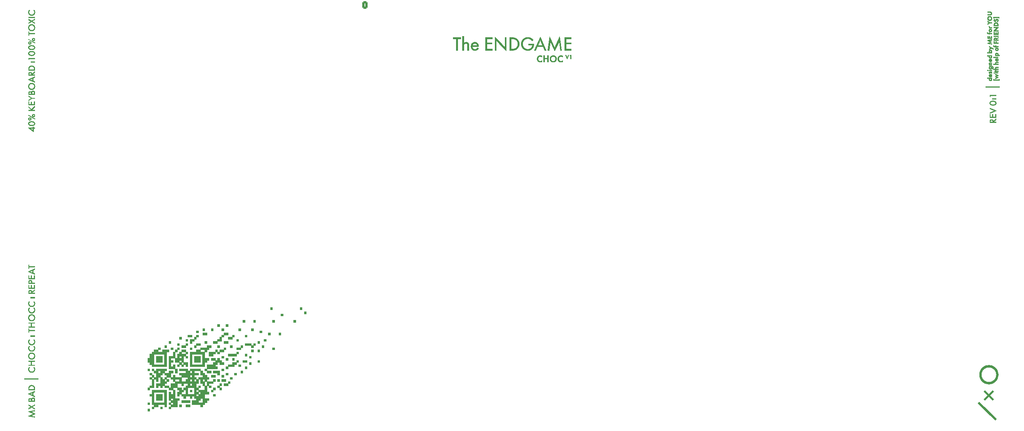
<source format=gto>
G04 #@! TF.GenerationSoftware,KiCad,Pcbnew,(6.0.4-0)*
G04 #@! TF.CreationDate,2022-11-11T23:09:08+01:00*
G04 #@! TF.ProjectId,The-ENDGAME-MX-BAD,5468652d-454e-4444-9741-4d452d4d582d,0_1*
G04 #@! TF.SameCoordinates,Original*
G04 #@! TF.FileFunction,Legend,Top*
G04 #@! TF.FilePolarity,Positive*
%FSLAX46Y46*%
G04 Gerber Fmt 4.6, Leading zero omitted, Abs format (unit mm)*
G04 Created by KiCad (PCBNEW (6.0.4-0)) date 2022-11-11 23:09:08*
%MOMM*%
%LPD*%
G01*
G04 APERTURE LIST*
G04 Aperture macros list*
%AMRoundRect*
0 Rectangle with rounded corners*
0 $1 Rounding radius*
0 $2 $3 $4 $5 $6 $7 $8 $9 X,Y pos of 4 corners*
0 Add a 4 corners polygon primitive as box body*
4,1,4,$2,$3,$4,$5,$6,$7,$8,$9,$2,$3,0*
0 Add four circle primitives for the rounded corners*
1,1,$1+$1,$2,$3*
1,1,$1+$1,$4,$5*
1,1,$1+$1,$6,$7*
1,1,$1+$1,$8,$9*
0 Add four rect primitives between the rounded corners*
20,1,$1+$1,$2,$3,$4,$5,0*
20,1,$1+$1,$4,$5,$6,$7,0*
20,1,$1+$1,$6,$7,$8,$9,0*
20,1,$1+$1,$8,$9,$2,$3,0*%
G04 Aperture macros list end*
%ADD10C,0.000100*%
%ADD11R,1.752600X1.752600*%
%ADD12C,1.752600*%
%ADD13C,1.701800*%
%ADD14C,3.000000*%
%ADD15C,3.429000*%
%ADD16C,2.032000*%
%ADD17R,1.700000X1.000000*%
%ADD18C,0.900000*%
%ADD19RoundRect,0.250000X0.350000X0.625000X-0.350000X0.625000X-0.350000X-0.625000X0.350000X-0.625000X0*%
%ADD20O,1.200000X1.750000*%
G04 APERTURE END LIST*
D10*
G36*
X72274817Y-134616654D02*
G01*
X72274817Y-134150986D01*
X72740469Y-134150986D01*
X72740469Y-133685318D01*
X72274817Y-133685318D01*
X72274817Y-133219650D01*
X72740469Y-133219650D01*
X72740469Y-132753998D01*
X73206137Y-132753998D01*
X73206137Y-133219650D01*
X74137488Y-133219650D01*
X74137488Y-133685318D01*
X73206137Y-133685318D01*
X73206137Y-134150986D01*
X73671820Y-134150986D01*
X73671820Y-134616654D01*
X73206137Y-134616654D01*
X73206137Y-135082306D01*
X73671820Y-135082306D01*
X73671820Y-134616654D01*
X74137488Y-134616654D01*
X74137488Y-135547974D01*
X73671820Y-135547974D01*
X73671820Y-136479309D01*
X74137488Y-136479309D01*
X74137488Y-136944962D01*
X75534491Y-136944962D01*
X75534491Y-136013641D01*
X76000174Y-136013641D01*
X76000174Y-137410614D01*
X76465842Y-137410614D01*
X76465842Y-137876282D01*
X76000174Y-137876282D01*
X76000174Y-137876312D01*
X75534491Y-137876312D01*
X75534491Y-138807617D01*
X76465842Y-138807617D01*
X76465842Y-139273285D01*
X76000174Y-139273285D01*
X76000174Y-139738953D01*
X75534491Y-139738953D01*
X75534491Y-140204620D01*
X75068823Y-140204620D01*
X75068823Y-140670273D01*
X74603156Y-140670273D01*
X74603156Y-140204620D01*
X72740469Y-140204620D01*
X72740469Y-139738953D01*
X74137488Y-139738953D01*
X75068823Y-139738953D01*
X75068823Y-138807617D01*
X74603156Y-138807617D01*
X74603156Y-139273285D01*
X74137488Y-139273285D01*
X74137488Y-139738953D01*
X72740469Y-139738953D01*
X72740469Y-139273285D01*
X73671820Y-139273285D01*
X73671820Y-138807617D01*
X73206137Y-138807617D01*
X73206137Y-138341949D01*
X73671820Y-138341949D01*
X74137488Y-138341949D01*
X74137488Y-137876282D01*
X74603156Y-137876282D01*
X74603156Y-137410614D01*
X74137488Y-137410614D01*
X74137488Y-137876282D01*
X73671820Y-137876282D01*
X73671820Y-138341949D01*
X73206137Y-138341949D01*
X72740469Y-138341949D01*
X72740469Y-138807617D01*
X72274802Y-138807617D01*
X72274802Y-138341949D01*
X72274817Y-138341949D01*
X72274817Y-137876282D01*
X73206137Y-137876282D01*
X73206137Y-137410614D01*
X73671820Y-137410614D01*
X74137488Y-137410614D01*
X74137488Y-136944977D01*
X73671820Y-136944977D01*
X73671820Y-137410614D01*
X73206137Y-137410614D01*
X73206137Y-136944977D01*
X73671820Y-136944977D01*
X73671820Y-136944962D01*
X73206137Y-136944962D01*
X73206137Y-136479309D01*
X72274817Y-136479309D01*
X72274817Y-136013641D01*
X72740469Y-136013641D01*
X72740469Y-135547974D01*
X72274817Y-135547974D01*
X72274817Y-135082306D01*
X72740469Y-135082306D01*
X72740469Y-134616654D01*
X72274817Y-134616654D01*
G37*
X72274817Y-134616654D02*
X72274817Y-134150986D01*
X72740469Y-134150986D01*
X72740469Y-133685318D01*
X72274817Y-133685318D01*
X72274817Y-133219650D01*
X72740469Y-133219650D01*
X72740469Y-132753998D01*
X73206137Y-132753998D01*
X73206137Y-133219650D01*
X74137488Y-133219650D01*
X74137488Y-133685318D01*
X73206137Y-133685318D01*
X73206137Y-134150986D01*
X73671820Y-134150986D01*
X73671820Y-134616654D01*
X73206137Y-134616654D01*
X73206137Y-135082306D01*
X73671820Y-135082306D01*
X73671820Y-134616654D01*
X74137488Y-134616654D01*
X74137488Y-135547974D01*
X73671820Y-135547974D01*
X73671820Y-136479309D01*
X74137488Y-136479309D01*
X74137488Y-136944962D01*
X75534491Y-136944962D01*
X75534491Y-136013641D01*
X76000174Y-136013641D01*
X76000174Y-137410614D01*
X76465842Y-137410614D01*
X76465842Y-137876282D01*
X76000174Y-137876282D01*
X76000174Y-137876312D01*
X75534491Y-137876312D01*
X75534491Y-138807617D01*
X76465842Y-138807617D01*
X76465842Y-139273285D01*
X76000174Y-139273285D01*
X76000174Y-139738953D01*
X75534491Y-139738953D01*
X75534491Y-140204620D01*
X75068823Y-140204620D01*
X75068823Y-140670273D01*
X74603156Y-140670273D01*
X74603156Y-140204620D01*
X72740469Y-140204620D01*
X72740469Y-139738953D01*
X74137488Y-139738953D01*
X75068823Y-139738953D01*
X75068823Y-138807617D01*
X74603156Y-138807617D01*
X74603156Y-139273285D01*
X74137488Y-139273285D01*
X74137488Y-139738953D01*
X72740469Y-139738953D01*
X72740469Y-139273285D01*
X73671820Y-139273285D01*
X73671820Y-138807617D01*
X73206137Y-138807617D01*
X73206137Y-138341949D01*
X73671820Y-138341949D01*
X74137488Y-138341949D01*
X74137488Y-137876282D01*
X74603156Y-137876282D01*
X74603156Y-137410614D01*
X74137488Y-137410614D01*
X74137488Y-137876282D01*
X73671820Y-137876282D01*
X73671820Y-138341949D01*
X73206137Y-138341949D01*
X72740469Y-138341949D01*
X72740469Y-138807617D01*
X72274802Y-138807617D01*
X72274802Y-138341949D01*
X72274817Y-138341949D01*
X72274817Y-137876282D01*
X73206137Y-137876282D01*
X73206137Y-137410614D01*
X73671820Y-137410614D01*
X74137488Y-137410614D01*
X74137488Y-136944977D01*
X73671820Y-136944977D01*
X73671820Y-137410614D01*
X73206137Y-137410614D01*
X73206137Y-136944977D01*
X73671820Y-136944977D01*
X73671820Y-136944962D01*
X73206137Y-136944962D01*
X73206137Y-136479309D01*
X72274817Y-136479309D01*
X72274817Y-136013641D01*
X72740469Y-136013641D01*
X72740469Y-135547974D01*
X72274817Y-135547974D01*
X72274817Y-135082306D01*
X72740469Y-135082306D01*
X72740469Y-134616654D01*
X72274817Y-134616654D01*
G36*
X65289786Y-132753998D02*
G01*
X65289786Y-132753983D01*
X64824133Y-132753983D01*
X64824133Y-132753998D01*
X64824118Y-132753998D01*
X64824118Y-133219650D01*
X64358466Y-133219650D01*
X64358466Y-132753998D01*
X63892798Y-132753998D01*
X63892798Y-132288345D01*
X64358466Y-132288345D01*
X64358466Y-132753983D01*
X64824118Y-132753983D01*
X64824118Y-132288345D01*
X67152472Y-132288345D01*
X67152472Y-132753998D01*
X66686804Y-132753998D01*
X66686804Y-133219650D01*
X66221121Y-133219650D01*
X66221121Y-133685318D01*
X65755454Y-133685318D01*
X65755454Y-134150986D01*
X65289786Y-134150986D01*
X65289786Y-135082306D01*
X64824118Y-135082306D01*
X64824118Y-134616654D01*
X64824133Y-134616654D01*
X64824133Y-134150986D01*
X64824118Y-134150986D01*
X64824118Y-133219650D01*
X64824133Y-133219650D01*
X65289786Y-133219650D01*
X65755454Y-133219650D01*
X65755454Y-132753998D01*
X66686804Y-132753998D01*
X66686804Y-132753983D01*
X65755454Y-132753983D01*
X65755454Y-132753998D01*
X65289786Y-132753998D01*
X65289786Y-133219650D01*
X64824133Y-133219650D01*
X64824133Y-132753998D01*
X65289786Y-132753998D01*
G37*
X65289786Y-132753998D02*
X65289786Y-132753983D01*
X64824133Y-132753983D01*
X64824133Y-132753998D01*
X64824118Y-132753998D01*
X64824118Y-133219650D01*
X64358466Y-133219650D01*
X64358466Y-132753998D01*
X63892798Y-132753998D01*
X63892798Y-132288345D01*
X64358466Y-132288345D01*
X64358466Y-132753983D01*
X64824118Y-132753983D01*
X64824118Y-132288345D01*
X67152472Y-132288345D01*
X67152472Y-132753998D01*
X66686804Y-132753998D01*
X66686804Y-133219650D01*
X66221121Y-133219650D01*
X66221121Y-133685318D01*
X65755454Y-133685318D01*
X65755454Y-134150986D01*
X65289786Y-134150986D01*
X65289786Y-135082306D01*
X64824118Y-135082306D01*
X64824118Y-134616654D01*
X64824133Y-134616654D01*
X64824133Y-134150986D01*
X64824118Y-134150986D01*
X64824118Y-133219650D01*
X64824133Y-133219650D01*
X65289786Y-133219650D01*
X65755454Y-133219650D01*
X65755454Y-132753998D01*
X66686804Y-132753998D01*
X66686804Y-132753983D01*
X65755454Y-132753983D01*
X65755454Y-132753998D01*
X65289786Y-132753998D01*
X65289786Y-133219650D01*
X64824133Y-133219650D01*
X64824133Y-132753998D01*
X65289786Y-132753998D01*
G36*
X74137488Y-134616654D02*
G01*
X74137488Y-134150986D01*
X75068823Y-134150986D01*
X75068823Y-133685318D01*
X74603156Y-133685318D01*
X74603156Y-132753998D01*
X73206137Y-132753998D01*
X73206137Y-132753983D01*
X72740469Y-132753983D01*
X72740469Y-132753998D01*
X72274817Y-132753998D01*
X72274817Y-133219650D01*
X72274802Y-133219650D01*
X72274802Y-133685318D01*
X72274817Y-133685318D01*
X72274817Y-134150986D01*
X72274802Y-134150986D01*
X72274802Y-134616654D01*
X72274817Y-134616654D01*
X72274817Y-135082306D01*
X72274802Y-135082306D01*
X72274802Y-135547974D01*
X72274817Y-135547974D01*
X72274817Y-136013641D01*
X72274802Y-136013641D01*
X72274802Y-136479309D01*
X71809149Y-136479309D01*
X71809149Y-136944962D01*
X71343481Y-136944962D01*
X71343481Y-136944977D01*
X70877814Y-136944977D01*
X70877814Y-137410614D01*
X70412146Y-137410614D01*
X70412146Y-137876282D01*
X69946478Y-137876282D01*
X69946478Y-138341949D01*
X69480795Y-138341949D01*
X69480795Y-137410614D01*
X69946478Y-137410614D01*
X69946478Y-136944977D01*
X70412146Y-136944977D01*
X70412146Y-136944962D01*
X70877814Y-136944962D01*
X70877814Y-136479309D01*
X71343481Y-136479309D01*
X71343481Y-136013641D01*
X71809149Y-136013641D01*
X71809149Y-135547974D01*
X70877814Y-135547974D01*
X70877814Y-136013641D01*
X70412146Y-136013641D01*
X70412146Y-135547974D01*
X69480795Y-135547974D01*
X69480795Y-136479309D01*
X68549475Y-136479309D01*
X68549475Y-135547974D01*
X69015127Y-135547974D01*
X69015127Y-135082306D01*
X69946478Y-135082306D01*
X70412146Y-135082306D01*
X71343481Y-135082306D01*
X71343481Y-134616654D01*
X71809149Y-134616654D01*
X71809149Y-134150986D01*
X70412146Y-134150986D01*
X70412146Y-135082306D01*
X69946478Y-135082306D01*
X69946478Y-134616654D01*
X69015127Y-134616654D01*
X69015127Y-135082306D01*
X68549460Y-135082306D01*
X68549460Y-134616654D01*
X68549475Y-134616654D01*
X68549475Y-134150986D01*
X68549460Y-134150986D01*
X68549460Y-133685318D01*
X69015127Y-133685318D01*
X69015127Y-134150986D01*
X70412146Y-134150986D01*
X70412146Y-133685318D01*
X69946478Y-133685318D01*
X69946478Y-133219650D01*
X71343481Y-133219650D01*
X71343481Y-132753998D01*
X71809149Y-132753998D01*
X72274802Y-132753998D01*
X72274817Y-132753998D01*
X72274817Y-132753983D01*
X72274802Y-132753983D01*
X72274802Y-132753998D01*
X71809149Y-132753998D01*
X71809149Y-132753983D01*
X72274802Y-132753983D01*
X72274802Y-132288345D01*
X74603156Y-132288345D01*
X74603156Y-132753983D01*
X75068823Y-132753983D01*
X75068823Y-133219650D01*
X75534491Y-133219650D01*
X75534491Y-133685318D01*
X76000174Y-133685318D01*
X76000174Y-134150986D01*
X76465842Y-134150986D01*
X76465842Y-134616654D01*
X76000174Y-134616654D01*
X76000174Y-135082306D01*
X75534491Y-135082306D01*
X75534491Y-136013641D01*
X75068823Y-136013641D01*
X75068823Y-135547974D01*
X74603156Y-135547974D01*
X74603156Y-135082306D01*
X75068823Y-135082306D01*
X75534491Y-135082306D01*
X75534491Y-134616654D01*
X75068823Y-134616654D01*
X75068823Y-135082306D01*
X74603156Y-135082306D01*
X74603156Y-134616654D01*
X74137488Y-134616654D01*
G37*
X74137488Y-134616654D02*
X74137488Y-134150986D01*
X75068823Y-134150986D01*
X75068823Y-133685318D01*
X74603156Y-133685318D01*
X74603156Y-132753998D01*
X73206137Y-132753998D01*
X73206137Y-132753983D01*
X72740469Y-132753983D01*
X72740469Y-132753998D01*
X72274817Y-132753998D01*
X72274817Y-133219650D01*
X72274802Y-133219650D01*
X72274802Y-133685318D01*
X72274817Y-133685318D01*
X72274817Y-134150986D01*
X72274802Y-134150986D01*
X72274802Y-134616654D01*
X72274817Y-134616654D01*
X72274817Y-135082306D01*
X72274802Y-135082306D01*
X72274802Y-135547974D01*
X72274817Y-135547974D01*
X72274817Y-136013641D01*
X72274802Y-136013641D01*
X72274802Y-136479309D01*
X71809149Y-136479309D01*
X71809149Y-136944962D01*
X71343481Y-136944962D01*
X71343481Y-136944977D01*
X70877814Y-136944977D01*
X70877814Y-137410614D01*
X70412146Y-137410614D01*
X70412146Y-137876282D01*
X69946478Y-137876282D01*
X69946478Y-138341949D01*
X69480795Y-138341949D01*
X69480795Y-137410614D01*
X69946478Y-137410614D01*
X69946478Y-136944977D01*
X70412146Y-136944977D01*
X70412146Y-136944962D01*
X70877814Y-136944962D01*
X70877814Y-136479309D01*
X71343481Y-136479309D01*
X71343481Y-136013641D01*
X71809149Y-136013641D01*
X71809149Y-135547974D01*
X70877814Y-135547974D01*
X70877814Y-136013641D01*
X70412146Y-136013641D01*
X70412146Y-135547974D01*
X69480795Y-135547974D01*
X69480795Y-136479309D01*
X68549475Y-136479309D01*
X68549475Y-135547974D01*
X69015127Y-135547974D01*
X69015127Y-135082306D01*
X69946478Y-135082306D01*
X70412146Y-135082306D01*
X71343481Y-135082306D01*
X71343481Y-134616654D01*
X71809149Y-134616654D01*
X71809149Y-134150986D01*
X70412146Y-134150986D01*
X70412146Y-135082306D01*
X69946478Y-135082306D01*
X69946478Y-134616654D01*
X69015127Y-134616654D01*
X69015127Y-135082306D01*
X68549460Y-135082306D01*
X68549460Y-134616654D01*
X68549475Y-134616654D01*
X68549475Y-134150986D01*
X68549460Y-134150986D01*
X68549460Y-133685318D01*
X69015127Y-133685318D01*
X69015127Y-134150986D01*
X70412146Y-134150986D01*
X70412146Y-133685318D01*
X69946478Y-133685318D01*
X69946478Y-133219650D01*
X71343481Y-133219650D01*
X71343481Y-132753998D01*
X71809149Y-132753998D01*
X72274802Y-132753998D01*
X72274817Y-132753998D01*
X72274817Y-132753983D01*
X72274802Y-132753983D01*
X72274802Y-132753998D01*
X71809149Y-132753998D01*
X71809149Y-132753983D01*
X72274802Y-132753983D01*
X72274802Y-132288345D01*
X74603156Y-132288345D01*
X74603156Y-132753983D01*
X75068823Y-132753983D01*
X75068823Y-133219650D01*
X75534491Y-133219650D01*
X75534491Y-133685318D01*
X76000174Y-133685318D01*
X76000174Y-134150986D01*
X76465842Y-134150986D01*
X76465842Y-134616654D01*
X76000174Y-134616654D01*
X76000174Y-135082306D01*
X75534491Y-135082306D01*
X75534491Y-136013641D01*
X75068823Y-136013641D01*
X75068823Y-135547974D01*
X74603156Y-135547974D01*
X74603156Y-135082306D01*
X75068823Y-135082306D01*
X75534491Y-135082306D01*
X75534491Y-134616654D01*
X75068823Y-134616654D01*
X75068823Y-135082306D01*
X74603156Y-135082306D01*
X74603156Y-134616654D01*
X74137488Y-134616654D01*
G36*
X77862830Y-135082306D02*
G01*
X77397177Y-135082306D01*
X77397177Y-135547974D01*
X76465842Y-135547974D01*
X76465842Y-136013641D01*
X76931479Y-136013641D01*
X76931479Y-136479309D01*
X76465811Y-136479309D01*
X76465811Y-136013641D01*
X76000174Y-136013641D01*
X76000174Y-135082306D01*
X77397162Y-135082306D01*
X77397162Y-134616654D01*
X77862830Y-134616654D01*
X77862830Y-135082306D01*
G37*
X77862830Y-135082306D02*
X77397177Y-135082306D01*
X77397177Y-135547974D01*
X76465842Y-135547974D01*
X76465842Y-136013641D01*
X76931479Y-136013641D01*
X76931479Y-136479309D01*
X76465811Y-136479309D01*
X76465811Y-136013641D01*
X76000174Y-136013641D01*
X76000174Y-135082306D01*
X77397162Y-135082306D01*
X77397162Y-134616654D01*
X77862830Y-134616654D01*
X77862830Y-135082306D01*
G36*
X74603156Y-130891342D02*
G01*
X73206137Y-130891342D01*
X73206137Y-129494339D01*
X74603156Y-129494339D01*
X74603156Y-130891342D01*
G37*
X74603156Y-130891342D02*
X73206137Y-130891342D01*
X73206137Y-129494339D01*
X74603156Y-129494339D01*
X74603156Y-130891342D01*
G36*
X73671820Y-128563034D02*
G01*
X73671820Y-128097366D01*
X74603156Y-128097366D01*
X74603156Y-128563034D01*
X75534491Y-128563034D01*
X75534491Y-129960007D01*
X76465842Y-129960007D01*
X76465842Y-130425674D01*
X76000174Y-130425674D01*
X76000174Y-130891342D01*
X75534491Y-130891342D01*
X75534491Y-131822678D01*
X72274817Y-131822678D01*
X72274817Y-131332306D01*
X72761664Y-131332306D01*
X75044135Y-131332306D01*
X75044135Y-129049866D01*
X72761664Y-129049866D01*
X72761664Y-131332306D01*
X72274817Y-131332306D01*
X72274817Y-128563034D01*
X73671820Y-128563034D01*
G37*
X73671820Y-128563034D02*
X73671820Y-128097366D01*
X74603156Y-128097366D01*
X74603156Y-128563034D01*
X75534491Y-128563034D01*
X75534491Y-129960007D01*
X76465842Y-129960007D01*
X76465842Y-130425674D01*
X76000174Y-130425674D01*
X76000174Y-130891342D01*
X75534491Y-130891342D01*
X75534491Y-131822678D01*
X72274817Y-131822678D01*
X72274817Y-131332306D01*
X72761664Y-131332306D01*
X75044135Y-131332306D01*
X75044135Y-129049866D01*
X72761664Y-129049866D01*
X72761664Y-131332306D01*
X72274817Y-131332306D01*
X72274817Y-128563034D01*
X73671820Y-128563034D01*
G36*
X70877814Y-131822678D02*
G01*
X70412146Y-131822678D01*
X70412146Y-131357010D01*
X70877814Y-131357010D01*
X70877814Y-131822678D01*
G37*
X70877814Y-131822678D02*
X70412146Y-131822678D01*
X70412146Y-131357010D01*
X70877814Y-131357010D01*
X70877814Y-131822678D01*
G36*
X68549460Y-129960007D02*
G01*
X68083807Y-129960007D01*
X68083807Y-130425674D01*
X68549475Y-130425674D01*
X68549475Y-130891342D01*
X68083807Y-130891342D01*
X68083807Y-131822678D01*
X68549460Y-131822678D01*
X68549460Y-132288345D01*
X67618140Y-132288345D01*
X67618140Y-129494339D01*
X68549460Y-129494339D01*
X68549460Y-129960007D01*
G37*
X68549460Y-129960007D02*
X68083807Y-129960007D01*
X68083807Y-130425674D01*
X68549475Y-130425674D01*
X68549475Y-130891342D01*
X68083807Y-130891342D01*
X68083807Y-131822678D01*
X68549460Y-131822678D01*
X68549460Y-132288345D01*
X67618140Y-132288345D01*
X67618140Y-129494339D01*
X68549460Y-129494339D01*
X68549460Y-129960007D01*
G36*
X64824118Y-134616654D02*
G01*
X64358466Y-134616654D01*
X64358466Y-134150986D01*
X64824118Y-134150986D01*
X64824118Y-134616654D01*
G37*
X64824118Y-134616654D02*
X64358466Y-134616654D01*
X64358466Y-134150986D01*
X64824118Y-134150986D01*
X64824118Y-134616654D01*
G36*
X69015127Y-138807617D02*
G01*
X69946478Y-138807617D01*
X69946478Y-139273285D01*
X69480795Y-139273285D01*
X69480795Y-140204620D01*
X69480826Y-140204620D01*
X69480826Y-140670273D01*
X68083807Y-140670273D01*
X68083807Y-141135925D01*
X67618140Y-141135925D01*
X67618140Y-140670258D01*
X68083807Y-140670258D01*
X68083807Y-140204620D01*
X68549460Y-140204620D01*
X68549460Y-139738953D01*
X68549475Y-139738953D01*
X68549475Y-139273285D01*
X68549460Y-139273285D01*
X68549460Y-139738953D01*
X68083807Y-139738953D01*
X68083807Y-139273285D01*
X68549460Y-139273285D01*
X68549460Y-138807617D01*
X68549475Y-138807617D01*
X68549475Y-137876282D01*
X68549460Y-137876282D01*
X68549460Y-136944977D01*
X68549475Y-136944977D01*
X68549475Y-136944962D01*
X69015127Y-136944962D01*
X69015127Y-138807617D01*
G37*
X69015127Y-138807617D02*
X69946478Y-138807617D01*
X69946478Y-139273285D01*
X69480795Y-139273285D01*
X69480795Y-140204620D01*
X69480826Y-140204620D01*
X69480826Y-140670273D01*
X68083807Y-140670273D01*
X68083807Y-141135925D01*
X67618140Y-141135925D01*
X67618140Y-140670258D01*
X68083807Y-140670258D01*
X68083807Y-140204620D01*
X68549460Y-140204620D01*
X68549460Y-139738953D01*
X68549475Y-139738953D01*
X68549475Y-139273285D01*
X68549460Y-139273285D01*
X68549460Y-139738953D01*
X68083807Y-139738953D01*
X68083807Y-139273285D01*
X68549460Y-139273285D01*
X68549460Y-138807617D01*
X68549475Y-138807617D01*
X68549475Y-137876282D01*
X68549460Y-137876282D01*
X68549460Y-136944977D01*
X68549475Y-136944977D01*
X68549475Y-136944962D01*
X69015127Y-136944962D01*
X69015127Y-138807617D01*
G36*
X68549460Y-134616654D02*
G01*
X68083807Y-134616654D01*
X68083807Y-134150986D01*
X68549460Y-134150986D01*
X68549460Y-134616654D01*
G37*
X68549460Y-134616654D02*
X68083807Y-134616654D01*
X68083807Y-134150986D01*
X68549460Y-134150986D01*
X68549460Y-134616654D01*
G36*
X71809149Y-132753983D02*
G01*
X71343481Y-132753983D01*
X71343481Y-132753998D01*
X69946478Y-132753998D01*
X69946478Y-132288345D01*
X71809149Y-132288345D01*
X71809149Y-132753983D01*
G37*
X71809149Y-132753983D02*
X71343481Y-132753983D01*
X71343481Y-132753998D01*
X69946478Y-132753998D01*
X69946478Y-132288345D01*
X71809149Y-132288345D01*
X71809149Y-132753983D01*
G36*
X70412146Y-136944962D02*
G01*
X69946478Y-136944962D01*
X69946478Y-136944977D01*
X69480795Y-136944977D01*
X69480795Y-136479309D01*
X70412146Y-136479309D01*
X70412146Y-136944962D01*
G37*
X70412146Y-136944962D02*
X69946478Y-136944962D01*
X69946478Y-136944977D01*
X69480795Y-136944977D01*
X69480795Y-136479309D01*
X70412146Y-136479309D01*
X70412146Y-136944962D01*
G36*
X37025153Y-53263176D02*
G01*
X37018223Y-53263176D01*
X37025153Y-53256111D01*
X37025153Y-53263176D01*
G37*
X37025153Y-53263176D02*
X37018223Y-53263176D01*
X37025153Y-53256111D01*
X37025153Y-53263176D01*
G36*
X248479682Y-53591412D02*
G01*
X248496300Y-53591957D01*
X248512928Y-53592915D01*
X248529530Y-53594327D01*
X248546070Y-53596236D01*
X248562511Y-53598682D01*
X248578818Y-53601707D01*
X248594954Y-53605352D01*
X248610883Y-53609659D01*
X248626570Y-53614668D01*
X248641978Y-53620422D01*
X248657071Y-53626960D01*
X248671812Y-53634326D01*
X248686166Y-53642560D01*
X248700097Y-53651703D01*
X248713568Y-53661797D01*
X248721712Y-53668234D01*
X248729608Y-53674972D01*
X248737254Y-53682001D01*
X248744650Y-53689310D01*
X248758691Y-53704734D01*
X248771723Y-53721164D01*
X248783743Y-53738525D01*
X248794745Y-53756739D01*
X248804723Y-53775727D01*
X248813673Y-53795413D01*
X248821590Y-53815719D01*
X248828468Y-53836568D01*
X248834302Y-53857881D01*
X248839087Y-53879582D01*
X248842818Y-53901593D01*
X248845489Y-53923837D01*
X248847095Y-53946236D01*
X248847632Y-53968712D01*
X248847095Y-53991188D01*
X248845489Y-54013587D01*
X248842818Y-54035830D01*
X248839087Y-54057841D01*
X248834302Y-54079543D01*
X248828468Y-54100856D01*
X248821590Y-54121705D01*
X248813673Y-54142011D01*
X248804723Y-54161697D01*
X248794745Y-54180685D01*
X248783743Y-54198899D01*
X248771723Y-54216259D01*
X248758691Y-54232690D01*
X248744650Y-54248113D01*
X248729608Y-54262452D01*
X248713568Y-54275627D01*
X248700097Y-54285721D01*
X248686166Y-54294864D01*
X248671812Y-54303098D01*
X248657071Y-54310463D01*
X248641978Y-54317002D01*
X248626570Y-54322755D01*
X248610883Y-54327765D01*
X248594954Y-54332071D01*
X248578818Y-54335716D01*
X248562511Y-54338741D01*
X248546070Y-54341188D01*
X248529530Y-54343096D01*
X248512928Y-54344509D01*
X248496300Y-54345467D01*
X248479682Y-54346011D01*
X248463110Y-54346184D01*
X247888068Y-54346184D01*
X247888068Y-54162743D01*
X248480750Y-54162743D01*
X248493690Y-54162460D01*
X248506058Y-54161640D01*
X248517857Y-54160324D01*
X248529093Y-54158553D01*
X248539771Y-54156369D01*
X248549897Y-54153812D01*
X248559475Y-54150925D01*
X248568510Y-54147749D01*
X248577009Y-54144325D01*
X248584975Y-54140693D01*
X248592415Y-54136897D01*
X248599333Y-54132977D01*
X248605735Y-54128974D01*
X248611625Y-54124929D01*
X248617010Y-54120885D01*
X248621893Y-54116882D01*
X248627837Y-54111344D01*
X248633735Y-54105309D01*
X248639540Y-54098778D01*
X248645206Y-54091750D01*
X248650686Y-54084226D01*
X248655935Y-54076206D01*
X248660905Y-54067689D01*
X248665549Y-54058676D01*
X248669821Y-54049166D01*
X248673675Y-54039161D01*
X248677063Y-54028660D01*
X248678569Y-54023223D01*
X248679941Y-54017662D01*
X248681173Y-54011977D01*
X248682259Y-54006168D01*
X248683195Y-54000236D01*
X248683973Y-53994179D01*
X248684589Y-53987998D01*
X248685036Y-53981693D01*
X248685308Y-53975265D01*
X248685400Y-53968712D01*
X248685036Y-53955692D01*
X248683975Y-53943101D01*
X248682262Y-53930954D01*
X248679945Y-53919267D01*
X248677070Y-53908056D01*
X248673683Y-53897335D01*
X248669831Y-53887121D01*
X248665560Y-53877429D01*
X248660917Y-53868274D01*
X248655948Y-53859673D01*
X248650700Y-53851639D01*
X248645219Y-53844190D01*
X248639551Y-53837340D01*
X248633743Y-53831105D01*
X248627842Y-53825500D01*
X248621893Y-53820541D01*
X248617054Y-53816539D01*
X248611781Y-53812495D01*
X248606052Y-53808450D01*
X248599848Y-53804447D01*
X248593148Y-53800527D01*
X248585930Y-53796730D01*
X248578175Y-53793099D01*
X248569861Y-53789675D01*
X248560968Y-53786498D01*
X248551474Y-53783611D01*
X248541360Y-53781055D01*
X248530604Y-53778871D01*
X248519186Y-53777100D01*
X248513222Y-53776382D01*
X248507084Y-53775784D01*
X248500771Y-53775309D01*
X248494279Y-53774964D01*
X248487606Y-53774752D01*
X248480750Y-53774681D01*
X247888068Y-53774681D01*
X247888068Y-53591240D01*
X248463110Y-53591240D01*
X248479682Y-53591412D01*
G37*
X248479682Y-53591412D02*
X248496300Y-53591957D01*
X248512928Y-53592915D01*
X248529530Y-53594327D01*
X248546070Y-53596236D01*
X248562511Y-53598682D01*
X248578818Y-53601707D01*
X248594954Y-53605352D01*
X248610883Y-53609659D01*
X248626570Y-53614668D01*
X248641978Y-53620422D01*
X248657071Y-53626960D01*
X248671812Y-53634326D01*
X248686166Y-53642560D01*
X248700097Y-53651703D01*
X248713568Y-53661797D01*
X248721712Y-53668234D01*
X248729608Y-53674972D01*
X248737254Y-53682001D01*
X248744650Y-53689310D01*
X248758691Y-53704734D01*
X248771723Y-53721164D01*
X248783743Y-53738525D01*
X248794745Y-53756739D01*
X248804723Y-53775727D01*
X248813673Y-53795413D01*
X248821590Y-53815719D01*
X248828468Y-53836568D01*
X248834302Y-53857881D01*
X248839087Y-53879582D01*
X248842818Y-53901593D01*
X248845489Y-53923837D01*
X248847095Y-53946236D01*
X248847632Y-53968712D01*
X248847095Y-53991188D01*
X248845489Y-54013587D01*
X248842818Y-54035830D01*
X248839087Y-54057841D01*
X248834302Y-54079543D01*
X248828468Y-54100856D01*
X248821590Y-54121705D01*
X248813673Y-54142011D01*
X248804723Y-54161697D01*
X248794745Y-54180685D01*
X248783743Y-54198899D01*
X248771723Y-54216259D01*
X248758691Y-54232690D01*
X248744650Y-54248113D01*
X248729608Y-54262452D01*
X248713568Y-54275627D01*
X248700097Y-54285721D01*
X248686166Y-54294864D01*
X248671812Y-54303098D01*
X248657071Y-54310463D01*
X248641978Y-54317002D01*
X248626570Y-54322755D01*
X248610883Y-54327765D01*
X248594954Y-54332071D01*
X248578818Y-54335716D01*
X248562511Y-54338741D01*
X248546070Y-54341188D01*
X248529530Y-54343096D01*
X248512928Y-54344509D01*
X248496300Y-54345467D01*
X248479682Y-54346011D01*
X248463110Y-54346184D01*
X247888068Y-54346184D01*
X247888068Y-54162743D01*
X248480750Y-54162743D01*
X248493690Y-54162460D01*
X248506058Y-54161640D01*
X248517857Y-54160324D01*
X248529093Y-54158553D01*
X248539771Y-54156369D01*
X248549897Y-54153812D01*
X248559475Y-54150925D01*
X248568510Y-54147749D01*
X248577009Y-54144325D01*
X248584975Y-54140693D01*
X248592415Y-54136897D01*
X248599333Y-54132977D01*
X248605735Y-54128974D01*
X248611625Y-54124929D01*
X248617010Y-54120885D01*
X248621893Y-54116882D01*
X248627837Y-54111344D01*
X248633735Y-54105309D01*
X248639540Y-54098778D01*
X248645206Y-54091750D01*
X248650686Y-54084226D01*
X248655935Y-54076206D01*
X248660905Y-54067689D01*
X248665549Y-54058676D01*
X248669821Y-54049166D01*
X248673675Y-54039161D01*
X248677063Y-54028660D01*
X248678569Y-54023223D01*
X248679941Y-54017662D01*
X248681173Y-54011977D01*
X248682259Y-54006168D01*
X248683195Y-54000236D01*
X248683973Y-53994179D01*
X248684589Y-53987998D01*
X248685036Y-53981693D01*
X248685308Y-53975265D01*
X248685400Y-53968712D01*
X248685036Y-53955692D01*
X248683975Y-53943101D01*
X248682262Y-53930954D01*
X248679945Y-53919267D01*
X248677070Y-53908056D01*
X248673683Y-53897335D01*
X248669831Y-53887121D01*
X248665560Y-53877429D01*
X248660917Y-53868274D01*
X248655948Y-53859673D01*
X248650700Y-53851639D01*
X248645219Y-53844190D01*
X248639551Y-53837340D01*
X248633743Y-53831105D01*
X248627842Y-53825500D01*
X248621893Y-53820541D01*
X248617054Y-53816539D01*
X248611781Y-53812495D01*
X248606052Y-53808450D01*
X248599848Y-53804447D01*
X248593148Y-53800527D01*
X248585930Y-53796730D01*
X248578175Y-53793099D01*
X248569861Y-53789675D01*
X248560968Y-53786498D01*
X248551474Y-53783611D01*
X248541360Y-53781055D01*
X248530604Y-53778871D01*
X248519186Y-53777100D01*
X248513222Y-53776382D01*
X248507084Y-53775784D01*
X248500771Y-53775309D01*
X248494279Y-53774964D01*
X248487606Y-53774752D01*
X248480750Y-53774681D01*
X247888068Y-53774681D01*
X247888068Y-53591240D01*
X248463110Y-53591240D01*
X248479682Y-53591412D01*
G36*
X38033081Y-53288854D02*
G01*
X38051257Y-53318209D01*
X38067552Y-53347606D01*
X38082058Y-53376940D01*
X38094869Y-53406109D01*
X38106078Y-53435010D01*
X38115778Y-53463538D01*
X38124062Y-53491590D01*
X38131023Y-53519064D01*
X38136753Y-53545856D01*
X38141347Y-53571862D01*
X38144897Y-53596980D01*
X38147496Y-53621105D01*
X38149238Y-53644134D01*
X38150519Y-53686493D01*
X38149595Y-53725523D01*
X38146853Y-53763876D01*
X38142333Y-53801514D01*
X38136077Y-53838401D01*
X38128126Y-53874500D01*
X38118520Y-53909774D01*
X38107303Y-53944187D01*
X38094515Y-53977700D01*
X38080197Y-54010279D01*
X38064391Y-54041885D01*
X38047138Y-54072482D01*
X38028479Y-54102033D01*
X38008456Y-54130502D01*
X37987110Y-54157852D01*
X37964483Y-54184044D01*
X37940615Y-54209044D01*
X37915549Y-54232815D01*
X37889325Y-54255318D01*
X37861985Y-54276518D01*
X37833570Y-54296377D01*
X37804121Y-54314859D01*
X37773681Y-54331928D01*
X37742289Y-54347545D01*
X37709988Y-54361675D01*
X37676820Y-54374280D01*
X37642824Y-54385324D01*
X37608043Y-54394770D01*
X37572518Y-54402581D01*
X37536290Y-54408721D01*
X37499401Y-54413152D01*
X37461892Y-54415837D01*
X37423804Y-54416740D01*
X37385694Y-54415827D01*
X37348125Y-54413111D01*
X37311139Y-54408630D01*
X37274781Y-54402423D01*
X37239095Y-54394525D01*
X37204124Y-54384975D01*
X37169914Y-54373810D01*
X37136506Y-54361068D01*
X37103946Y-54346786D01*
X37072278Y-54331001D01*
X37041545Y-54313751D01*
X37011791Y-54295074D01*
X36983060Y-54275006D01*
X36955397Y-54253586D01*
X36928844Y-54230851D01*
X36903447Y-54206839D01*
X36879248Y-54181586D01*
X36856292Y-54155130D01*
X36834623Y-54127509D01*
X36814285Y-54098760D01*
X36795321Y-54068921D01*
X36777776Y-54038029D01*
X36761693Y-54006121D01*
X36747117Y-53973236D01*
X36734091Y-53939410D01*
X36722659Y-53904681D01*
X36712866Y-53869087D01*
X36704754Y-53832665D01*
X36698369Y-53795451D01*
X36693754Y-53757485D01*
X36690952Y-53718803D01*
X36690009Y-53679443D01*
X36690719Y-53644194D01*
X36691848Y-53624099D01*
X36693705Y-53602495D01*
X36696451Y-53579485D01*
X36700247Y-53555173D01*
X36705252Y-53529662D01*
X36711627Y-53503056D01*
X36719530Y-53475457D01*
X36729124Y-53446970D01*
X36740568Y-53417698D01*
X36754021Y-53387744D01*
X36769645Y-53357211D01*
X36787598Y-53326203D01*
X36797499Y-53310553D01*
X36808043Y-53294824D01*
X36819249Y-53279027D01*
X36831137Y-53263176D01*
X37018223Y-53263176D01*
X37016479Y-53264954D01*
X37007681Y-53274267D01*
X36998800Y-53284024D01*
X36989877Y-53294200D01*
X36980954Y-53304769D01*
X36972072Y-53315705D01*
X36963273Y-53326982D01*
X36954598Y-53338573D01*
X36946088Y-53350455D01*
X36937785Y-53362600D01*
X36929730Y-53374982D01*
X36921965Y-53387576D01*
X36914531Y-53400356D01*
X36907469Y-53413296D01*
X36900821Y-53426370D01*
X36894629Y-53439552D01*
X36888184Y-53453601D01*
X36882080Y-53467951D01*
X36876327Y-53482569D01*
X36870935Y-53497425D01*
X36865916Y-53512488D01*
X36861279Y-53527727D01*
X36857034Y-53543110D01*
X36853192Y-53558608D01*
X36849763Y-53574189D01*
X36846758Y-53589821D01*
X36844187Y-53605474D01*
X36842060Y-53621117D01*
X36840387Y-53636719D01*
X36839180Y-53652249D01*
X36838448Y-53667676D01*
X36838202Y-53682968D01*
X36838961Y-53713152D01*
X36841214Y-53742832D01*
X36844925Y-53771976D01*
X36850060Y-53800555D01*
X36856581Y-53828541D01*
X36864455Y-53855902D01*
X36873646Y-53882610D01*
X36884117Y-53908634D01*
X36895833Y-53933945D01*
X36908760Y-53958513D01*
X36922861Y-53982308D01*
X36938100Y-54005302D01*
X36954443Y-54027463D01*
X36971853Y-54048762D01*
X36990296Y-54069170D01*
X37009736Y-54088657D01*
X37030136Y-54107194D01*
X37051462Y-54124749D01*
X37073679Y-54141294D01*
X37096750Y-54156800D01*
X37120640Y-54171235D01*
X37145313Y-54184572D01*
X37170735Y-54196779D01*
X37196869Y-54207827D01*
X37223680Y-54217687D01*
X37251133Y-54226328D01*
X37279191Y-54233722D01*
X37307820Y-54239838D01*
X37336983Y-54244646D01*
X37366647Y-54248118D01*
X37396773Y-54250223D01*
X37427329Y-54250931D01*
X37462500Y-54250032D01*
X37496575Y-54247381D01*
X37529552Y-54243045D01*
X37561429Y-54237088D01*
X37592205Y-54229579D01*
X37621879Y-54220583D01*
X37650450Y-54210168D01*
X37677916Y-54198400D01*
X37704276Y-54185344D01*
X37729529Y-54171069D01*
X37753673Y-54155640D01*
X37776708Y-54139123D01*
X37798631Y-54121586D01*
X37819442Y-54103095D01*
X37839139Y-54083717D01*
X37857722Y-54063518D01*
X37875188Y-54042564D01*
X37891536Y-54020922D01*
X37906766Y-53998659D01*
X37920876Y-53975841D01*
X37933864Y-53952535D01*
X37945730Y-53928806D01*
X37966088Y-53880351D01*
X37981940Y-53831008D01*
X37993275Y-53781308D01*
X38000084Y-53731784D01*
X38002356Y-53682968D01*
X38002030Y-53665154D01*
X38001067Y-53647444D01*
X37999495Y-53629857D01*
X37997339Y-53612414D01*
X37994625Y-53595137D01*
X37991379Y-53578046D01*
X37987626Y-53561161D01*
X37983393Y-53544504D01*
X37978706Y-53528095D01*
X37973589Y-53511954D01*
X37968070Y-53496103D01*
X37962174Y-53480562D01*
X37955927Y-53465352D01*
X37949355Y-53450493D01*
X37942484Y-53436007D01*
X37935339Y-53421913D01*
X37927909Y-53406991D01*
X37920209Y-53392657D01*
X37912302Y-53378923D01*
X37904250Y-53365799D01*
X37896115Y-53353295D01*
X37887959Y-53341421D01*
X37879845Y-53330188D01*
X37871834Y-53319607D01*
X37856370Y-53300439D01*
X37842065Y-53284000D01*
X37829414Y-53270374D01*
X37818915Y-53259644D01*
X38012930Y-53259644D01*
X38033081Y-53288854D01*
G37*
X38033081Y-53288854D02*
X38051257Y-53318209D01*
X38067552Y-53347606D01*
X38082058Y-53376940D01*
X38094869Y-53406109D01*
X38106078Y-53435010D01*
X38115778Y-53463538D01*
X38124062Y-53491590D01*
X38131023Y-53519064D01*
X38136753Y-53545856D01*
X38141347Y-53571862D01*
X38144897Y-53596980D01*
X38147496Y-53621105D01*
X38149238Y-53644134D01*
X38150519Y-53686493D01*
X38149595Y-53725523D01*
X38146853Y-53763876D01*
X38142333Y-53801514D01*
X38136077Y-53838401D01*
X38128126Y-53874500D01*
X38118520Y-53909774D01*
X38107303Y-53944187D01*
X38094515Y-53977700D01*
X38080197Y-54010279D01*
X38064391Y-54041885D01*
X38047138Y-54072482D01*
X38028479Y-54102033D01*
X38008456Y-54130502D01*
X37987110Y-54157852D01*
X37964483Y-54184044D01*
X37940615Y-54209044D01*
X37915549Y-54232815D01*
X37889325Y-54255318D01*
X37861985Y-54276518D01*
X37833570Y-54296377D01*
X37804121Y-54314859D01*
X37773681Y-54331928D01*
X37742289Y-54347545D01*
X37709988Y-54361675D01*
X37676820Y-54374280D01*
X37642824Y-54385324D01*
X37608043Y-54394770D01*
X37572518Y-54402581D01*
X37536290Y-54408721D01*
X37499401Y-54413152D01*
X37461892Y-54415837D01*
X37423804Y-54416740D01*
X37385694Y-54415827D01*
X37348125Y-54413111D01*
X37311139Y-54408630D01*
X37274781Y-54402423D01*
X37239095Y-54394525D01*
X37204124Y-54384975D01*
X37169914Y-54373810D01*
X37136506Y-54361068D01*
X37103946Y-54346786D01*
X37072278Y-54331001D01*
X37041545Y-54313751D01*
X37011791Y-54295074D01*
X36983060Y-54275006D01*
X36955397Y-54253586D01*
X36928844Y-54230851D01*
X36903447Y-54206839D01*
X36879248Y-54181586D01*
X36856292Y-54155130D01*
X36834623Y-54127509D01*
X36814285Y-54098760D01*
X36795321Y-54068921D01*
X36777776Y-54038029D01*
X36761693Y-54006121D01*
X36747117Y-53973236D01*
X36734091Y-53939410D01*
X36722659Y-53904681D01*
X36712866Y-53869087D01*
X36704754Y-53832665D01*
X36698369Y-53795451D01*
X36693754Y-53757485D01*
X36690952Y-53718803D01*
X36690009Y-53679443D01*
X36690719Y-53644194D01*
X36691848Y-53624099D01*
X36693705Y-53602495D01*
X36696451Y-53579485D01*
X36700247Y-53555173D01*
X36705252Y-53529662D01*
X36711627Y-53503056D01*
X36719530Y-53475457D01*
X36729124Y-53446970D01*
X36740568Y-53417698D01*
X36754021Y-53387744D01*
X36769645Y-53357211D01*
X36787598Y-53326203D01*
X36797499Y-53310553D01*
X36808043Y-53294824D01*
X36819249Y-53279027D01*
X36831137Y-53263176D01*
X37018223Y-53263176D01*
X37016479Y-53264954D01*
X37007681Y-53274267D01*
X36998800Y-53284024D01*
X36989877Y-53294200D01*
X36980954Y-53304769D01*
X36972072Y-53315705D01*
X36963273Y-53326982D01*
X36954598Y-53338573D01*
X36946088Y-53350455D01*
X36937785Y-53362600D01*
X36929730Y-53374982D01*
X36921965Y-53387576D01*
X36914531Y-53400356D01*
X36907469Y-53413296D01*
X36900821Y-53426370D01*
X36894629Y-53439552D01*
X36888184Y-53453601D01*
X36882080Y-53467951D01*
X36876327Y-53482569D01*
X36870935Y-53497425D01*
X36865916Y-53512488D01*
X36861279Y-53527727D01*
X36857034Y-53543110D01*
X36853192Y-53558608D01*
X36849763Y-53574189D01*
X36846758Y-53589821D01*
X36844187Y-53605474D01*
X36842060Y-53621117D01*
X36840387Y-53636719D01*
X36839180Y-53652249D01*
X36838448Y-53667676D01*
X36838202Y-53682968D01*
X36838961Y-53713152D01*
X36841214Y-53742832D01*
X36844925Y-53771976D01*
X36850060Y-53800555D01*
X36856581Y-53828541D01*
X36864455Y-53855902D01*
X36873646Y-53882610D01*
X36884117Y-53908634D01*
X36895833Y-53933945D01*
X36908760Y-53958513D01*
X36922861Y-53982308D01*
X36938100Y-54005302D01*
X36954443Y-54027463D01*
X36971853Y-54048762D01*
X36990296Y-54069170D01*
X37009736Y-54088657D01*
X37030136Y-54107194D01*
X37051462Y-54124749D01*
X37073679Y-54141294D01*
X37096750Y-54156800D01*
X37120640Y-54171235D01*
X37145313Y-54184572D01*
X37170735Y-54196779D01*
X37196869Y-54207827D01*
X37223680Y-54217687D01*
X37251133Y-54226328D01*
X37279191Y-54233722D01*
X37307820Y-54239838D01*
X37336983Y-54244646D01*
X37366647Y-54248118D01*
X37396773Y-54250223D01*
X37427329Y-54250931D01*
X37462500Y-54250032D01*
X37496575Y-54247381D01*
X37529552Y-54243045D01*
X37561429Y-54237088D01*
X37592205Y-54229579D01*
X37621879Y-54220583D01*
X37650450Y-54210168D01*
X37677916Y-54198400D01*
X37704276Y-54185344D01*
X37729529Y-54171069D01*
X37753673Y-54155640D01*
X37776708Y-54139123D01*
X37798631Y-54121586D01*
X37819442Y-54103095D01*
X37839139Y-54083717D01*
X37857722Y-54063518D01*
X37875188Y-54042564D01*
X37891536Y-54020922D01*
X37906766Y-53998659D01*
X37920876Y-53975841D01*
X37933864Y-53952535D01*
X37945730Y-53928806D01*
X37966088Y-53880351D01*
X37981940Y-53831008D01*
X37993275Y-53781308D01*
X38000084Y-53731784D01*
X38002356Y-53682968D01*
X38002030Y-53665154D01*
X38001067Y-53647444D01*
X37999495Y-53629857D01*
X37997339Y-53612414D01*
X37994625Y-53595137D01*
X37991379Y-53578046D01*
X37987626Y-53561161D01*
X37983393Y-53544504D01*
X37978706Y-53528095D01*
X37973589Y-53511954D01*
X37968070Y-53496103D01*
X37962174Y-53480562D01*
X37955927Y-53465352D01*
X37949355Y-53450493D01*
X37942484Y-53436007D01*
X37935339Y-53421913D01*
X37927909Y-53406991D01*
X37920209Y-53392657D01*
X37912302Y-53378923D01*
X37904250Y-53365799D01*
X37896115Y-53353295D01*
X37887959Y-53341421D01*
X37879845Y-53330188D01*
X37871834Y-53319607D01*
X37856370Y-53300439D01*
X37842065Y-53284000D01*
X37829414Y-53270374D01*
X37818915Y-53259644D01*
X38012930Y-53259644D01*
X38033081Y-53288854D01*
G36*
X38125830Y-54917686D02*
G01*
X36714713Y-54917686D01*
X36714713Y-54762466D01*
X38125830Y-54762466D01*
X38125830Y-54917686D01*
G37*
X38125830Y-54917686D02*
X36714713Y-54917686D01*
X36714713Y-54762466D01*
X38125830Y-54762466D01*
X38125830Y-54917686D01*
G36*
X250491553Y-55016464D02*
G01*
X250343359Y-55016464D01*
X250343359Y-54882408D01*
X249359137Y-54882408D01*
X249359137Y-55016464D01*
X249210944Y-55016464D01*
X249210944Y-54720139D01*
X250491553Y-54720139D01*
X250491553Y-55016464D01*
G37*
X250491553Y-55016464D02*
X250343359Y-55016464D01*
X250343359Y-54882408D01*
X249359137Y-54882408D01*
X249359137Y-55016464D01*
X249210944Y-55016464D01*
X249210944Y-54720139D01*
X250491553Y-54720139D01*
X250491553Y-55016464D01*
G36*
X247867484Y-55027758D02*
G01*
X247869257Y-55000806D01*
X247872184Y-54974433D01*
X247876245Y-54948660D01*
X247881416Y-54923507D01*
X247887676Y-54898995D01*
X247895004Y-54875144D01*
X247903376Y-54851976D01*
X247912772Y-54829510D01*
X247923169Y-54807768D01*
X247934545Y-54786770D01*
X247946878Y-54766537D01*
X247960147Y-54747089D01*
X247974330Y-54728448D01*
X247989403Y-54710633D01*
X248005347Y-54693667D01*
X248022138Y-54677568D01*
X248039754Y-54662358D01*
X248058174Y-54648057D01*
X248077376Y-54634687D01*
X248097338Y-54622267D01*
X248118037Y-54610820D01*
X248139453Y-54600364D01*
X248161562Y-54590921D01*
X248184344Y-54582512D01*
X248207775Y-54575157D01*
X248231835Y-54568876D01*
X248256500Y-54563692D01*
X248281750Y-54559623D01*
X248307562Y-54556692D01*
X248333914Y-54554917D01*
X248360785Y-54554321D01*
X248387334Y-54554917D01*
X248413385Y-54556692D01*
X248438915Y-54559623D01*
X248463901Y-54563692D01*
X248488322Y-54568876D01*
X248512153Y-54575157D01*
X248535374Y-54582512D01*
X248557961Y-54590921D01*
X248579891Y-54600364D01*
X248601143Y-54610820D01*
X248621692Y-54622267D01*
X248641518Y-54634687D01*
X248660596Y-54648057D01*
X248678906Y-54662358D01*
X248696423Y-54677568D01*
X248713126Y-54693667D01*
X248728991Y-54710633D01*
X248743997Y-54728448D01*
X248758120Y-54747089D01*
X248771338Y-54766537D01*
X248783629Y-54786770D01*
X248794969Y-54807768D01*
X248805337Y-54829510D01*
X248814709Y-54851976D01*
X248823063Y-54875144D01*
X248830377Y-54898995D01*
X248836628Y-54923507D01*
X248841792Y-54948660D01*
X248845849Y-54974433D01*
X248848774Y-55000806D01*
X248850546Y-55027758D01*
X248851141Y-55055267D01*
X248850546Y-55082777D01*
X248848774Y-55109729D01*
X248845849Y-55136102D01*
X248841792Y-55161875D01*
X248836628Y-55187028D01*
X248830377Y-55211540D01*
X248823063Y-55235391D01*
X248814709Y-55258559D01*
X248805337Y-55281025D01*
X248794969Y-55302767D01*
X248783629Y-55323765D01*
X248771338Y-55343998D01*
X248758120Y-55363445D01*
X248743997Y-55382087D01*
X248728991Y-55399901D01*
X248713126Y-55416868D01*
X248696423Y-55432967D01*
X248678906Y-55448177D01*
X248660596Y-55462477D01*
X248641518Y-55475848D01*
X248621692Y-55488267D01*
X248601143Y-55499715D01*
X248579891Y-55510171D01*
X248557961Y-55519613D01*
X248535374Y-55528023D01*
X248512153Y-55535378D01*
X248488322Y-55541658D01*
X248463901Y-55546843D01*
X248438915Y-55550911D01*
X248413385Y-55553843D01*
X248387334Y-55555617D01*
X248360785Y-55556213D01*
X248334226Y-55555617D01*
X248308145Y-55553843D01*
X248282568Y-55550911D01*
X248257517Y-55546843D01*
X248233016Y-55541658D01*
X248209090Y-55535378D01*
X248185762Y-55528023D01*
X248163056Y-55519613D01*
X248140996Y-55510171D01*
X248119606Y-55499715D01*
X248098910Y-55488267D01*
X248078932Y-55475848D01*
X248059695Y-55462477D01*
X248041224Y-55448177D01*
X248023542Y-55432967D01*
X248006674Y-55416868D01*
X247990643Y-55399901D01*
X247975473Y-55382087D01*
X247961188Y-55363445D01*
X247947812Y-55343998D01*
X247935368Y-55323765D01*
X247923882Y-55302767D01*
X247913375Y-55281025D01*
X247903874Y-55258559D01*
X247895401Y-55235391D01*
X247887979Y-55211540D01*
X247881635Y-55187028D01*
X247876390Y-55161875D01*
X247872269Y-55136102D01*
X247869296Y-55109729D01*
X247867494Y-55082777D01*
X247866966Y-55058800D01*
X248036200Y-55058800D01*
X248036590Y-55075841D01*
X248037752Y-55092557D01*
X248039671Y-55108935D01*
X248042333Y-55124961D01*
X248045723Y-55140619D01*
X248049828Y-55155896D01*
X248054633Y-55170778D01*
X248060124Y-55185250D01*
X248066287Y-55199299D01*
X248073108Y-55212909D01*
X248080572Y-55226068D01*
X248088666Y-55238760D01*
X248097374Y-55250971D01*
X248106683Y-55262688D01*
X248116579Y-55273895D01*
X248127047Y-55284579D01*
X248138073Y-55294726D01*
X248149644Y-55304321D01*
X248161743Y-55313350D01*
X248174359Y-55321800D01*
X248187476Y-55329654D01*
X248201080Y-55336901D01*
X248215157Y-55343525D01*
X248229692Y-55349512D01*
X248244672Y-55354847D01*
X248260083Y-55359518D01*
X248275909Y-55363508D01*
X248292137Y-55366805D01*
X248308753Y-55369395D01*
X248325743Y-55371262D01*
X248343091Y-55372392D01*
X248360785Y-55372772D01*
X248378478Y-55372392D01*
X248395827Y-55371262D01*
X248412816Y-55369395D01*
X248429432Y-55366805D01*
X248445661Y-55363508D01*
X248461487Y-55359518D01*
X248476897Y-55354847D01*
X248491877Y-55349512D01*
X248506413Y-55343525D01*
X248520490Y-55336901D01*
X248534094Y-55329654D01*
X248547211Y-55321800D01*
X248559826Y-55313350D01*
X248571926Y-55304321D01*
X248583497Y-55294726D01*
X248594523Y-55284579D01*
X248604991Y-55273895D01*
X248614887Y-55262688D01*
X248624196Y-55250971D01*
X248632904Y-55238760D01*
X248640998Y-55226068D01*
X248648462Y-55212909D01*
X248655282Y-55199299D01*
X248661446Y-55185250D01*
X248666937Y-55170778D01*
X248671742Y-55155896D01*
X248675847Y-55140619D01*
X248679237Y-55124961D01*
X248681899Y-55108935D01*
X248683818Y-55092557D01*
X248684980Y-55075841D01*
X248685370Y-55058800D01*
X248684980Y-55041759D01*
X248683818Y-55025042D01*
X248681899Y-55008664D01*
X248679237Y-54992638D01*
X248675847Y-54976980D01*
X248671742Y-54961703D01*
X248666937Y-54946820D01*
X248661446Y-54932348D01*
X248655282Y-54918299D01*
X248648462Y-54904688D01*
X248640998Y-54891530D01*
X248632904Y-54878837D01*
X248624196Y-54866626D01*
X248614887Y-54854909D01*
X248604991Y-54843701D01*
X248594523Y-54833016D01*
X248583497Y-54822869D01*
X248571926Y-54813274D01*
X248559826Y-54804244D01*
X248547211Y-54795795D01*
X248534094Y-54787939D01*
X248520490Y-54780693D01*
X248506413Y-54774069D01*
X248491877Y-54768082D01*
X248476897Y-54762746D01*
X248461487Y-54758075D01*
X248445661Y-54754084D01*
X248429432Y-54750787D01*
X248412816Y-54748197D01*
X248395827Y-54746330D01*
X248378478Y-54745200D01*
X248360785Y-54744820D01*
X248343091Y-54745200D01*
X248325743Y-54746330D01*
X248308753Y-54748197D01*
X248292137Y-54750787D01*
X248275909Y-54754084D01*
X248260083Y-54758075D01*
X248244672Y-54762746D01*
X248229692Y-54768082D01*
X248215157Y-54774069D01*
X248201080Y-54780693D01*
X248187476Y-54787939D01*
X248174359Y-54795795D01*
X248161743Y-54804244D01*
X248149644Y-54813274D01*
X248138073Y-54822869D01*
X248127047Y-54833016D01*
X248116579Y-54843701D01*
X248106683Y-54854909D01*
X248097374Y-54866626D01*
X248088666Y-54878837D01*
X248080572Y-54891530D01*
X248073108Y-54904688D01*
X248066287Y-54918299D01*
X248060124Y-54932348D01*
X248054633Y-54946820D01*
X248049828Y-54961703D01*
X248045723Y-54976980D01*
X248042333Y-54992638D01*
X248039671Y-55008664D01*
X248037752Y-55025042D01*
X248036590Y-55041759D01*
X248036200Y-55058800D01*
X247866966Y-55058800D01*
X247866888Y-55055267D01*
X247867484Y-55027758D01*
G37*
X247867484Y-55027758D02*
X247869257Y-55000806D01*
X247872184Y-54974433D01*
X247876245Y-54948660D01*
X247881416Y-54923507D01*
X247887676Y-54898995D01*
X247895004Y-54875144D01*
X247903376Y-54851976D01*
X247912772Y-54829510D01*
X247923169Y-54807768D01*
X247934545Y-54786770D01*
X247946878Y-54766537D01*
X247960147Y-54747089D01*
X247974330Y-54728448D01*
X247989403Y-54710633D01*
X248005347Y-54693667D01*
X248022138Y-54677568D01*
X248039754Y-54662358D01*
X248058174Y-54648057D01*
X248077376Y-54634687D01*
X248097338Y-54622267D01*
X248118037Y-54610820D01*
X248139453Y-54600364D01*
X248161562Y-54590921D01*
X248184344Y-54582512D01*
X248207775Y-54575157D01*
X248231835Y-54568876D01*
X248256500Y-54563692D01*
X248281750Y-54559623D01*
X248307562Y-54556692D01*
X248333914Y-54554917D01*
X248360785Y-54554321D01*
X248387334Y-54554917D01*
X248413385Y-54556692D01*
X248438915Y-54559623D01*
X248463901Y-54563692D01*
X248488322Y-54568876D01*
X248512153Y-54575157D01*
X248535374Y-54582512D01*
X248557961Y-54590921D01*
X248579891Y-54600364D01*
X248601143Y-54610820D01*
X248621692Y-54622267D01*
X248641518Y-54634687D01*
X248660596Y-54648057D01*
X248678906Y-54662358D01*
X248696423Y-54677568D01*
X248713126Y-54693667D01*
X248728991Y-54710633D01*
X248743997Y-54728448D01*
X248758120Y-54747089D01*
X248771338Y-54766537D01*
X248783629Y-54786770D01*
X248794969Y-54807768D01*
X248805337Y-54829510D01*
X248814709Y-54851976D01*
X248823063Y-54875144D01*
X248830377Y-54898995D01*
X248836628Y-54923507D01*
X248841792Y-54948660D01*
X248845849Y-54974433D01*
X248848774Y-55000806D01*
X248850546Y-55027758D01*
X248851141Y-55055267D01*
X248850546Y-55082777D01*
X248848774Y-55109729D01*
X248845849Y-55136102D01*
X248841792Y-55161875D01*
X248836628Y-55187028D01*
X248830377Y-55211540D01*
X248823063Y-55235391D01*
X248814709Y-55258559D01*
X248805337Y-55281025D01*
X248794969Y-55302767D01*
X248783629Y-55323765D01*
X248771338Y-55343998D01*
X248758120Y-55363445D01*
X248743997Y-55382087D01*
X248728991Y-55399901D01*
X248713126Y-55416868D01*
X248696423Y-55432967D01*
X248678906Y-55448177D01*
X248660596Y-55462477D01*
X248641518Y-55475848D01*
X248621692Y-55488267D01*
X248601143Y-55499715D01*
X248579891Y-55510171D01*
X248557961Y-55519613D01*
X248535374Y-55528023D01*
X248512153Y-55535378D01*
X248488322Y-55541658D01*
X248463901Y-55546843D01*
X248438915Y-55550911D01*
X248413385Y-55553843D01*
X248387334Y-55555617D01*
X248360785Y-55556213D01*
X248334226Y-55555617D01*
X248308145Y-55553843D01*
X248282568Y-55550911D01*
X248257517Y-55546843D01*
X248233016Y-55541658D01*
X248209090Y-55535378D01*
X248185762Y-55528023D01*
X248163056Y-55519613D01*
X248140996Y-55510171D01*
X248119606Y-55499715D01*
X248098910Y-55488267D01*
X248078932Y-55475848D01*
X248059695Y-55462477D01*
X248041224Y-55448177D01*
X248023542Y-55432967D01*
X248006674Y-55416868D01*
X247990643Y-55399901D01*
X247975473Y-55382087D01*
X247961188Y-55363445D01*
X247947812Y-55343998D01*
X247935368Y-55323765D01*
X247923882Y-55302767D01*
X247913375Y-55281025D01*
X247903874Y-55258559D01*
X247895401Y-55235391D01*
X247887979Y-55211540D01*
X247881635Y-55187028D01*
X247876390Y-55161875D01*
X247872269Y-55136102D01*
X247869296Y-55109729D01*
X247867494Y-55082777D01*
X247866966Y-55058800D01*
X248036200Y-55058800D01*
X248036590Y-55075841D01*
X248037752Y-55092557D01*
X248039671Y-55108935D01*
X248042333Y-55124961D01*
X248045723Y-55140619D01*
X248049828Y-55155896D01*
X248054633Y-55170778D01*
X248060124Y-55185250D01*
X248066287Y-55199299D01*
X248073108Y-55212909D01*
X248080572Y-55226068D01*
X248088666Y-55238760D01*
X248097374Y-55250971D01*
X248106683Y-55262688D01*
X248116579Y-55273895D01*
X248127047Y-55284579D01*
X248138073Y-55294726D01*
X248149644Y-55304321D01*
X248161743Y-55313350D01*
X248174359Y-55321800D01*
X248187476Y-55329654D01*
X248201080Y-55336901D01*
X248215157Y-55343525D01*
X248229692Y-55349512D01*
X248244672Y-55354847D01*
X248260083Y-55359518D01*
X248275909Y-55363508D01*
X248292137Y-55366805D01*
X248308753Y-55369395D01*
X248325743Y-55371262D01*
X248343091Y-55372392D01*
X248360785Y-55372772D01*
X248378478Y-55372392D01*
X248395827Y-55371262D01*
X248412816Y-55369395D01*
X248429432Y-55366805D01*
X248445661Y-55363508D01*
X248461487Y-55359518D01*
X248476897Y-55354847D01*
X248491877Y-55349512D01*
X248506413Y-55343525D01*
X248520490Y-55336901D01*
X248534094Y-55329654D01*
X248547211Y-55321800D01*
X248559826Y-55313350D01*
X248571926Y-55304321D01*
X248583497Y-55294726D01*
X248594523Y-55284579D01*
X248604991Y-55273895D01*
X248614887Y-55262688D01*
X248624196Y-55250971D01*
X248632904Y-55238760D01*
X248640998Y-55226068D01*
X248648462Y-55212909D01*
X248655282Y-55199299D01*
X248661446Y-55185250D01*
X248666937Y-55170778D01*
X248671742Y-55155896D01*
X248675847Y-55140619D01*
X248679237Y-55124961D01*
X248681899Y-55108935D01*
X248683818Y-55092557D01*
X248684980Y-55075841D01*
X248685370Y-55058800D01*
X248684980Y-55041759D01*
X248683818Y-55025042D01*
X248681899Y-55008664D01*
X248679237Y-54992638D01*
X248675847Y-54976980D01*
X248671742Y-54961703D01*
X248666937Y-54946820D01*
X248661446Y-54932348D01*
X248655282Y-54918299D01*
X248648462Y-54904688D01*
X248640998Y-54891530D01*
X248632904Y-54878837D01*
X248624196Y-54866626D01*
X248614887Y-54854909D01*
X248604991Y-54843701D01*
X248594523Y-54833016D01*
X248583497Y-54822869D01*
X248571926Y-54813274D01*
X248559826Y-54804244D01*
X248547211Y-54795795D01*
X248534094Y-54787939D01*
X248520490Y-54780693D01*
X248506413Y-54774069D01*
X248491877Y-54768082D01*
X248476897Y-54762746D01*
X248461487Y-54758075D01*
X248445661Y-54754084D01*
X248429432Y-54750787D01*
X248412816Y-54748197D01*
X248395827Y-54746330D01*
X248378478Y-54745200D01*
X248360785Y-54744820D01*
X248343091Y-54745200D01*
X248325743Y-54746330D01*
X248308753Y-54748197D01*
X248292137Y-54750787D01*
X248275909Y-54754084D01*
X248260083Y-54758075D01*
X248244672Y-54762746D01*
X248229692Y-54768082D01*
X248215157Y-54774069D01*
X248201080Y-54780693D01*
X248187476Y-54787939D01*
X248174359Y-54795795D01*
X248161743Y-54804244D01*
X248149644Y-54813274D01*
X248138073Y-54822869D01*
X248127047Y-54833016D01*
X248116579Y-54843701D01*
X248106683Y-54854909D01*
X248097374Y-54866626D01*
X248088666Y-54878837D01*
X248080572Y-54891530D01*
X248073108Y-54904688D01*
X248066287Y-54918299D01*
X248060124Y-54932348D01*
X248054633Y-54946820D01*
X248049828Y-54961703D01*
X248045723Y-54976980D01*
X248042333Y-54992638D01*
X248039671Y-55008664D01*
X248037752Y-55025042D01*
X248036590Y-55041759D01*
X248036200Y-55058800D01*
X247866966Y-55058800D01*
X247866888Y-55055267D01*
X247867484Y-55027758D01*
G36*
X249968940Y-55161485D02*
G01*
X249985627Y-55162648D01*
X250001957Y-55164568D01*
X250017918Y-55167234D01*
X250033496Y-55170631D01*
X250048679Y-55174745D01*
X250063454Y-55179564D01*
X250077808Y-55185073D01*
X250091728Y-55191259D01*
X250105201Y-55198108D01*
X250118214Y-55205607D01*
X250130754Y-55213743D01*
X250142809Y-55222501D01*
X250154365Y-55231868D01*
X250165409Y-55241831D01*
X250175929Y-55252376D01*
X250185911Y-55263489D01*
X250195343Y-55275157D01*
X250204211Y-55287366D01*
X250212504Y-55300104D01*
X250220207Y-55313355D01*
X250227309Y-55327107D01*
X250233795Y-55341346D01*
X250239654Y-55356058D01*
X250244871Y-55371230D01*
X250249435Y-55386849D01*
X250253332Y-55402900D01*
X250256550Y-55419371D01*
X250259075Y-55436247D01*
X250260894Y-55453515D01*
X250261996Y-55471162D01*
X250262366Y-55489174D01*
X250262060Y-55505173D01*
X250261160Y-55520761D01*
X250259691Y-55535943D01*
X250257679Y-55550721D01*
X250255151Y-55565099D01*
X250252131Y-55579079D01*
X250244722Y-55605862D01*
X250235660Y-55631094D01*
X250225150Y-55654802D01*
X250213400Y-55677011D01*
X250200617Y-55697748D01*
X250187008Y-55717038D01*
X250172778Y-55734908D01*
X250158136Y-55751382D01*
X250143288Y-55766486D01*
X250128441Y-55780248D01*
X250113802Y-55792691D01*
X250099578Y-55803843D01*
X250085974Y-55813728D01*
X249973090Y-55693787D01*
X249981525Y-55689375D01*
X249989633Y-55684747D01*
X249997418Y-55679912D01*
X250004884Y-55674880D01*
X250012035Y-55669663D01*
X250018873Y-55664270D01*
X250025404Y-55658711D01*
X250031632Y-55652998D01*
X250037559Y-55647140D01*
X250043191Y-55641147D01*
X250048530Y-55635030D01*
X250053582Y-55628800D01*
X250058349Y-55622467D01*
X250062835Y-55616040D01*
X250067045Y-55609531D01*
X250070982Y-55602949D01*
X250078055Y-55589610D01*
X250084083Y-55576106D01*
X250089098Y-55562519D01*
X250093132Y-55548932D01*
X250096216Y-55535428D01*
X250098379Y-55522089D01*
X250099655Y-55508999D01*
X250100073Y-55496239D01*
X250099929Y-55488375D01*
X250099499Y-55480662D01*
X250098786Y-55473107D01*
X250097793Y-55465716D01*
X250096524Y-55458495D01*
X250094981Y-55451451D01*
X250093169Y-55444591D01*
X250091090Y-55437920D01*
X250088747Y-55431446D01*
X250086145Y-55425175D01*
X250083285Y-55419113D01*
X250080171Y-55413266D01*
X250076806Y-55407642D01*
X250073194Y-55402246D01*
X250069338Y-55397086D01*
X250065241Y-55392167D01*
X250060906Y-55387496D01*
X250056337Y-55383080D01*
X250051537Y-55378924D01*
X250046508Y-55375037D01*
X250041255Y-55371422D01*
X250035780Y-55368089D01*
X250030086Y-55365042D01*
X250024177Y-55362288D01*
X250018057Y-55359834D01*
X250011728Y-55357687D01*
X250005193Y-55355852D01*
X249998456Y-55354336D01*
X249991520Y-55353145D01*
X249984388Y-55352287D01*
X249977063Y-55351768D01*
X249969550Y-55351593D01*
X249963061Y-55351718D01*
X249956805Y-55352096D01*
X249950764Y-55352732D01*
X249944924Y-55353632D01*
X249939269Y-55354801D01*
X249933784Y-55356244D01*
X249928453Y-55357966D01*
X249923262Y-55359972D01*
X249918194Y-55362268D01*
X249913235Y-55364858D01*
X249908369Y-55367748D01*
X249903580Y-55370944D01*
X249898854Y-55374449D01*
X249894174Y-55378270D01*
X249889526Y-55382412D01*
X249884894Y-55386879D01*
X249879104Y-55393736D01*
X249873618Y-55401052D01*
X249868412Y-55408792D01*
X249863459Y-55416920D01*
X249858732Y-55425399D01*
X249854208Y-55434194D01*
X249849859Y-55443267D01*
X249845660Y-55452583D01*
X249837608Y-55471800D01*
X249829846Y-55491554D01*
X249814368Y-55531517D01*
X249807544Y-55550487D01*
X249800186Y-55570159D01*
X249792088Y-55590243D01*
X249787696Y-55600350D01*
X249783041Y-55610452D01*
X249778098Y-55620512D01*
X249772839Y-55630495D01*
X249767239Y-55640363D01*
X249761273Y-55650082D01*
X249754914Y-55659615D01*
X249748136Y-55668926D01*
X249740914Y-55677979D01*
X249733221Y-55686737D01*
X249727679Y-55692801D01*
X249721598Y-55699035D01*
X249714937Y-55705362D01*
X249707656Y-55711705D01*
X249699712Y-55717986D01*
X249691065Y-55724128D01*
X249686465Y-55727122D01*
X249681673Y-55730052D01*
X249676685Y-55732909D01*
X249671496Y-55735682D01*
X249666099Y-55738363D01*
X249660491Y-55740941D01*
X249654665Y-55743406D01*
X249648618Y-55745749D01*
X249642342Y-55747961D01*
X249635835Y-55750031D01*
X249629089Y-55751949D01*
X249622101Y-55753707D01*
X249614864Y-55755295D01*
X249607374Y-55756702D01*
X249599627Y-55757920D01*
X249591615Y-55758937D01*
X249583334Y-55759746D01*
X249574780Y-55760335D01*
X249565947Y-55760696D01*
X249556830Y-55760819D01*
X249531068Y-55759737D01*
X249518250Y-55758377D01*
X249505507Y-55756464D01*
X249492865Y-55753993D01*
X249480349Y-55750958D01*
X249467984Y-55747355D01*
X249455795Y-55743179D01*
X249443807Y-55738424D01*
X249432046Y-55733084D01*
X249420537Y-55727156D01*
X249409305Y-55720634D01*
X249398375Y-55713512D01*
X249387773Y-55705785D01*
X249377523Y-55697449D01*
X249367651Y-55688498D01*
X249358182Y-55678926D01*
X249349142Y-55668730D01*
X249340555Y-55657903D01*
X249332446Y-55646440D01*
X249324842Y-55634337D01*
X249317766Y-55621588D01*
X249311245Y-55608187D01*
X249305303Y-55594131D01*
X249299966Y-55579413D01*
X249295259Y-55564029D01*
X249291206Y-55547973D01*
X249287834Y-55531240D01*
X249285168Y-55513825D01*
X249283232Y-55495722D01*
X249282052Y-55476928D01*
X249281653Y-55457436D01*
X249282301Y-55432754D01*
X249283281Y-55418910D01*
X249284851Y-55404187D01*
X249287124Y-55388679D01*
X249290213Y-55372478D01*
X249294232Y-55355678D01*
X249299296Y-55338372D01*
X249305517Y-55320653D01*
X249313009Y-55302613D01*
X249321887Y-55284345D01*
X249332263Y-55265944D01*
X249338048Y-55256722D01*
X249344251Y-55247501D01*
X249350886Y-55238294D01*
X249357966Y-55229111D01*
X249365506Y-55219964D01*
X249373520Y-55210864D01*
X249382023Y-55201825D01*
X249391028Y-55192856D01*
X249518042Y-55288101D01*
X249514380Y-55288101D01*
X249507631Y-55293412D01*
X249501263Y-55298758D01*
X249495266Y-55304133D01*
X249489628Y-55309529D01*
X249484339Y-55314941D01*
X249479388Y-55320362D01*
X249474763Y-55325785D01*
X249470454Y-55331205D01*
X249462740Y-55342007D01*
X249456156Y-55352716D01*
X249450616Y-55363280D01*
X249446032Y-55373648D01*
X249442316Y-55383768D01*
X249439380Y-55393588D01*
X249437136Y-55403057D01*
X249435497Y-55412122D01*
X249434375Y-55420733D01*
X249433682Y-55428838D01*
X249433234Y-55443321D01*
X249433417Y-55452386D01*
X249433958Y-55461065D01*
X249434842Y-55469364D01*
X249436053Y-55477290D01*
X249437577Y-55484848D01*
X249439399Y-55492047D01*
X249441505Y-55498891D01*
X249443878Y-55505387D01*
X249446505Y-55511543D01*
X249449370Y-55517364D01*
X249452459Y-55522857D01*
X249455756Y-55528028D01*
X249459248Y-55532884D01*
X249462918Y-55537431D01*
X249466752Y-55541676D01*
X249470736Y-55545625D01*
X249474854Y-55549284D01*
X249479091Y-55552661D01*
X249483434Y-55555761D01*
X249487866Y-55558591D01*
X249496940Y-55563467D01*
X249506194Y-55567341D01*
X249515510Y-55570264D01*
X249524769Y-55572288D01*
X249533852Y-55573464D01*
X249542639Y-55573845D01*
X249546610Y-55573761D01*
X249550580Y-55573501D01*
X249554550Y-55573055D01*
X249558519Y-55572413D01*
X249562488Y-55571564D01*
X249566456Y-55570498D01*
X249570424Y-55569205D01*
X249574393Y-55567675D01*
X249578361Y-55565896D01*
X249582329Y-55563859D01*
X249586298Y-55561553D01*
X249590267Y-55558968D01*
X249594236Y-55556094D01*
X249598205Y-55552920D01*
X249602176Y-55549436D01*
X249606146Y-55545631D01*
X249609998Y-55541533D01*
X249613632Y-55537162D01*
X249617079Y-55532491D01*
X249620371Y-55527494D01*
X249623539Y-55522146D01*
X249626613Y-55516421D01*
X249629624Y-55510293D01*
X249632605Y-55503736D01*
X249635586Y-55496725D01*
X249638597Y-55489233D01*
X249644839Y-55472703D01*
X249651578Y-55453941D01*
X249659064Y-55432739D01*
X249668365Y-55405310D01*
X249677916Y-55378667D01*
X249687965Y-55352932D01*
X249693254Y-55340445D01*
X249698759Y-55328231D01*
X249704513Y-55316306D01*
X249710547Y-55304687D01*
X249716890Y-55293387D01*
X249723574Y-55282423D01*
X249730630Y-55271810D01*
X249738089Y-55261564D01*
X249745982Y-55251700D01*
X249754340Y-55242233D01*
X249761904Y-55234347D01*
X249770058Y-55226594D01*
X249778811Y-55219027D01*
X249788176Y-55211698D01*
X249798160Y-55204658D01*
X249808776Y-55197959D01*
X249820033Y-55191653D01*
X249831942Y-55185791D01*
X249844513Y-55180425D01*
X249857756Y-55175607D01*
X249871681Y-55171388D01*
X249878903Y-55169520D01*
X249886300Y-55167820D01*
X249893872Y-55166297D01*
X249901622Y-55164955D01*
X249909550Y-55163803D01*
X249917657Y-55162845D01*
X249925946Y-55162089D01*
X249934417Y-55161541D01*
X249943071Y-55161207D01*
X249951910Y-55161095D01*
X249968940Y-55161485D01*
G37*
X249968940Y-55161485D02*
X249985627Y-55162648D01*
X250001957Y-55164568D01*
X250017918Y-55167234D01*
X250033496Y-55170631D01*
X250048679Y-55174745D01*
X250063454Y-55179564D01*
X250077808Y-55185073D01*
X250091728Y-55191259D01*
X250105201Y-55198108D01*
X250118214Y-55205607D01*
X250130754Y-55213743D01*
X250142809Y-55222501D01*
X250154365Y-55231868D01*
X250165409Y-55241831D01*
X250175929Y-55252376D01*
X250185911Y-55263489D01*
X250195343Y-55275157D01*
X250204211Y-55287366D01*
X250212504Y-55300104D01*
X250220207Y-55313355D01*
X250227309Y-55327107D01*
X250233795Y-55341346D01*
X250239654Y-55356058D01*
X250244871Y-55371230D01*
X250249435Y-55386849D01*
X250253332Y-55402900D01*
X250256550Y-55419371D01*
X250259075Y-55436247D01*
X250260894Y-55453515D01*
X250261996Y-55471162D01*
X250262366Y-55489174D01*
X250262060Y-55505173D01*
X250261160Y-55520761D01*
X250259691Y-55535943D01*
X250257679Y-55550721D01*
X250255151Y-55565099D01*
X250252131Y-55579079D01*
X250244722Y-55605862D01*
X250235660Y-55631094D01*
X250225150Y-55654802D01*
X250213400Y-55677011D01*
X250200617Y-55697748D01*
X250187008Y-55717038D01*
X250172778Y-55734908D01*
X250158136Y-55751382D01*
X250143288Y-55766486D01*
X250128441Y-55780248D01*
X250113802Y-55792691D01*
X250099578Y-55803843D01*
X250085974Y-55813728D01*
X249973090Y-55693787D01*
X249981525Y-55689375D01*
X249989633Y-55684747D01*
X249997418Y-55679912D01*
X250004884Y-55674880D01*
X250012035Y-55669663D01*
X250018873Y-55664270D01*
X250025404Y-55658711D01*
X250031632Y-55652998D01*
X250037559Y-55647140D01*
X250043191Y-55641147D01*
X250048530Y-55635030D01*
X250053582Y-55628800D01*
X250058349Y-55622467D01*
X250062835Y-55616040D01*
X250067045Y-55609531D01*
X250070982Y-55602949D01*
X250078055Y-55589610D01*
X250084083Y-55576106D01*
X250089098Y-55562519D01*
X250093132Y-55548932D01*
X250096216Y-55535428D01*
X250098379Y-55522089D01*
X250099655Y-55508999D01*
X250100073Y-55496239D01*
X250099929Y-55488375D01*
X250099499Y-55480662D01*
X250098786Y-55473107D01*
X250097793Y-55465716D01*
X250096524Y-55458495D01*
X250094981Y-55451451D01*
X250093169Y-55444591D01*
X250091090Y-55437920D01*
X250088747Y-55431446D01*
X250086145Y-55425175D01*
X250083285Y-55419113D01*
X250080171Y-55413266D01*
X250076806Y-55407642D01*
X250073194Y-55402246D01*
X250069338Y-55397086D01*
X250065241Y-55392167D01*
X250060906Y-55387496D01*
X250056337Y-55383080D01*
X250051537Y-55378924D01*
X250046508Y-55375037D01*
X250041255Y-55371422D01*
X250035780Y-55368089D01*
X250030086Y-55365042D01*
X250024177Y-55362288D01*
X250018057Y-55359834D01*
X250011728Y-55357687D01*
X250005193Y-55355852D01*
X249998456Y-55354336D01*
X249991520Y-55353145D01*
X249984388Y-55352287D01*
X249977063Y-55351768D01*
X249969550Y-55351593D01*
X249963061Y-55351718D01*
X249956805Y-55352096D01*
X249950764Y-55352732D01*
X249944924Y-55353632D01*
X249939269Y-55354801D01*
X249933784Y-55356244D01*
X249928453Y-55357966D01*
X249923262Y-55359972D01*
X249918194Y-55362268D01*
X249913235Y-55364858D01*
X249908369Y-55367748D01*
X249903580Y-55370944D01*
X249898854Y-55374449D01*
X249894174Y-55378270D01*
X249889526Y-55382412D01*
X249884894Y-55386879D01*
X249879104Y-55393736D01*
X249873618Y-55401052D01*
X249868412Y-55408792D01*
X249863459Y-55416920D01*
X249858732Y-55425399D01*
X249854208Y-55434194D01*
X249849859Y-55443267D01*
X249845660Y-55452583D01*
X249837608Y-55471800D01*
X249829846Y-55491554D01*
X249814368Y-55531517D01*
X249807544Y-55550487D01*
X249800186Y-55570159D01*
X249792088Y-55590243D01*
X249787696Y-55600350D01*
X249783041Y-55610452D01*
X249778098Y-55620512D01*
X249772839Y-55630495D01*
X249767239Y-55640363D01*
X249761273Y-55650082D01*
X249754914Y-55659615D01*
X249748136Y-55668926D01*
X249740914Y-55677979D01*
X249733221Y-55686737D01*
X249727679Y-55692801D01*
X249721598Y-55699035D01*
X249714937Y-55705362D01*
X249707656Y-55711705D01*
X249699712Y-55717986D01*
X249691065Y-55724128D01*
X249686465Y-55727122D01*
X249681673Y-55730052D01*
X249676685Y-55732909D01*
X249671496Y-55735682D01*
X249666099Y-55738363D01*
X249660491Y-55740941D01*
X249654665Y-55743406D01*
X249648618Y-55745749D01*
X249642342Y-55747961D01*
X249635835Y-55750031D01*
X249629089Y-55751949D01*
X249622101Y-55753707D01*
X249614864Y-55755295D01*
X249607374Y-55756702D01*
X249599627Y-55757920D01*
X249591615Y-55758937D01*
X249583334Y-55759746D01*
X249574780Y-55760335D01*
X249565947Y-55760696D01*
X249556830Y-55760819D01*
X249531068Y-55759737D01*
X249518250Y-55758377D01*
X249505507Y-55756464D01*
X249492865Y-55753993D01*
X249480349Y-55750958D01*
X249467984Y-55747355D01*
X249455795Y-55743179D01*
X249443807Y-55738424D01*
X249432046Y-55733084D01*
X249420537Y-55727156D01*
X249409305Y-55720634D01*
X249398375Y-55713512D01*
X249387773Y-55705785D01*
X249377523Y-55697449D01*
X249367651Y-55688498D01*
X249358182Y-55678926D01*
X249349142Y-55668730D01*
X249340555Y-55657903D01*
X249332446Y-55646440D01*
X249324842Y-55634337D01*
X249317766Y-55621588D01*
X249311245Y-55608187D01*
X249305303Y-55594131D01*
X249299966Y-55579413D01*
X249295259Y-55564029D01*
X249291206Y-55547973D01*
X249287834Y-55531240D01*
X249285168Y-55513825D01*
X249283232Y-55495722D01*
X249282052Y-55476928D01*
X249281653Y-55457436D01*
X249282301Y-55432754D01*
X249283281Y-55418910D01*
X249284851Y-55404187D01*
X249287124Y-55388679D01*
X249290213Y-55372478D01*
X249294232Y-55355678D01*
X249299296Y-55338372D01*
X249305517Y-55320653D01*
X249313009Y-55302613D01*
X249321887Y-55284345D01*
X249332263Y-55265944D01*
X249338048Y-55256722D01*
X249344251Y-55247501D01*
X249350886Y-55238294D01*
X249357966Y-55229111D01*
X249365506Y-55219964D01*
X249373520Y-55210864D01*
X249382023Y-55201825D01*
X249391028Y-55192856D01*
X249518042Y-55288101D01*
X249514380Y-55288101D01*
X249507631Y-55293412D01*
X249501263Y-55298758D01*
X249495266Y-55304133D01*
X249489628Y-55309529D01*
X249484339Y-55314941D01*
X249479388Y-55320362D01*
X249474763Y-55325785D01*
X249470454Y-55331205D01*
X249462740Y-55342007D01*
X249456156Y-55352716D01*
X249450616Y-55363280D01*
X249446032Y-55373648D01*
X249442316Y-55383768D01*
X249439380Y-55393588D01*
X249437136Y-55403057D01*
X249435497Y-55412122D01*
X249434375Y-55420733D01*
X249433682Y-55428838D01*
X249433234Y-55443321D01*
X249433417Y-55452386D01*
X249433958Y-55461065D01*
X249434842Y-55469364D01*
X249436053Y-55477290D01*
X249437577Y-55484848D01*
X249439399Y-55492047D01*
X249441505Y-55498891D01*
X249443878Y-55505387D01*
X249446505Y-55511543D01*
X249449370Y-55517364D01*
X249452459Y-55522857D01*
X249455756Y-55528028D01*
X249459248Y-55532884D01*
X249462918Y-55537431D01*
X249466752Y-55541676D01*
X249470736Y-55545625D01*
X249474854Y-55549284D01*
X249479091Y-55552661D01*
X249483434Y-55555761D01*
X249487866Y-55558591D01*
X249496940Y-55563467D01*
X249506194Y-55567341D01*
X249515510Y-55570264D01*
X249524769Y-55572288D01*
X249533852Y-55573464D01*
X249542639Y-55573845D01*
X249546610Y-55573761D01*
X249550580Y-55573501D01*
X249554550Y-55573055D01*
X249558519Y-55572413D01*
X249562488Y-55571564D01*
X249566456Y-55570498D01*
X249570424Y-55569205D01*
X249574393Y-55567675D01*
X249578361Y-55565896D01*
X249582329Y-55563859D01*
X249586298Y-55561553D01*
X249590267Y-55558968D01*
X249594236Y-55556094D01*
X249598205Y-55552920D01*
X249602176Y-55549436D01*
X249606146Y-55545631D01*
X249609998Y-55541533D01*
X249613632Y-55537162D01*
X249617079Y-55532491D01*
X249620371Y-55527494D01*
X249623539Y-55522146D01*
X249626613Y-55516421D01*
X249629624Y-55510293D01*
X249632605Y-55503736D01*
X249635586Y-55496725D01*
X249638597Y-55489233D01*
X249644839Y-55472703D01*
X249651578Y-55453941D01*
X249659064Y-55432739D01*
X249668365Y-55405310D01*
X249677916Y-55378667D01*
X249687965Y-55352932D01*
X249693254Y-55340445D01*
X249698759Y-55328231D01*
X249704513Y-55316306D01*
X249710547Y-55304687D01*
X249716890Y-55293387D01*
X249723574Y-55282423D01*
X249730630Y-55271810D01*
X249738089Y-55261564D01*
X249745982Y-55251700D01*
X249754340Y-55242233D01*
X249761904Y-55234347D01*
X249770058Y-55226594D01*
X249778811Y-55219027D01*
X249788176Y-55211698D01*
X249798160Y-55204658D01*
X249808776Y-55197959D01*
X249820033Y-55191653D01*
X249831942Y-55185791D01*
X249844513Y-55180425D01*
X249857756Y-55175607D01*
X249871681Y-55171388D01*
X249878903Y-55169520D01*
X249886300Y-55167820D01*
X249893872Y-55166297D01*
X249901622Y-55164955D01*
X249909550Y-55163803D01*
X249917657Y-55162845D01*
X249925946Y-55162089D01*
X249934417Y-55161541D01*
X249943071Y-55161207D01*
X249951910Y-55161095D01*
X249968940Y-55161485D01*
G36*
X38125830Y-55369240D02*
G01*
X37547263Y-55693802D01*
X38125830Y-56021873D01*
X38125830Y-56198265D01*
X37395575Y-55781990D01*
X37395575Y-55781982D01*
X36714713Y-56159454D01*
X36714713Y-55983063D01*
X37247412Y-55690270D01*
X36714713Y-55390404D01*
X36714713Y-55214020D01*
X37395575Y-55602074D01*
X38125830Y-55192856D01*
X38125830Y-55369240D01*
G37*
X38125830Y-55369240D02*
X37547263Y-55693802D01*
X38125830Y-56021873D01*
X38125830Y-56198265D01*
X37395575Y-55781990D01*
X37395575Y-55781982D01*
X36714713Y-56159454D01*
X36714713Y-55983063D01*
X37247412Y-55690270D01*
X36714713Y-55390404D01*
X36714713Y-55214020D01*
X37395575Y-55602074D01*
X38125830Y-55192856D01*
X38125830Y-55369240D01*
G36*
X248399573Y-55930153D02*
G01*
X248829962Y-55930153D01*
X248829962Y-56113594D01*
X248399573Y-56113594D01*
X247888068Y-56438149D01*
X247888068Y-56219429D01*
X248216162Y-56018349D01*
X247888068Y-55817261D01*
X247888068Y-55598541D01*
X248399573Y-55930153D01*
G37*
X248399573Y-55930153D02*
X248829962Y-55930153D01*
X248829962Y-56113594D01*
X248399573Y-56113594D01*
X247888068Y-56438149D01*
X247888068Y-56219429D01*
X248216162Y-56018349D01*
X247888068Y-55817261D01*
X247888068Y-55598541D01*
X248399573Y-55930153D01*
G36*
X249299200Y-56469894D02*
G01*
X249299958Y-56421609D01*
X249301013Y-56397963D01*
X249302616Y-56374647D01*
X249304839Y-56351662D01*
X249307754Y-56329007D01*
X249311434Y-56306683D01*
X249315951Y-56284690D01*
X249321377Y-56263027D01*
X249327785Y-56241696D01*
X249335248Y-56220695D01*
X249343837Y-56200025D01*
X249353625Y-56179685D01*
X249364684Y-56159676D01*
X249377087Y-56139998D01*
X249390906Y-56120651D01*
X249407396Y-56100028D01*
X249425080Y-56080510D01*
X249443910Y-56062129D01*
X249463841Y-56044916D01*
X249484825Y-56028902D01*
X249506816Y-56014117D01*
X249529767Y-56000593D01*
X249553633Y-55988361D01*
X249578366Y-55977452D01*
X249603921Y-55967897D01*
X249630250Y-55959727D01*
X249657307Y-55952973D01*
X249685046Y-55947665D01*
X249713420Y-55943836D01*
X249742382Y-55941515D01*
X249771887Y-55940735D01*
X249801359Y-55941479D01*
X249830221Y-55943712D01*
X249858442Y-55947432D01*
X249885991Y-55952641D01*
X249912838Y-55959338D01*
X249938951Y-55967524D01*
X249964300Y-55977197D01*
X249988852Y-55988359D01*
X250012578Y-56001010D01*
X250035445Y-56015148D01*
X250057424Y-56030775D01*
X250078483Y-56047890D01*
X250098591Y-56066493D01*
X250117717Y-56086585D01*
X250135830Y-56108165D01*
X250152899Y-56131233D01*
X250166713Y-56151665D01*
X250179112Y-56171988D01*
X250190169Y-56192260D01*
X250199955Y-56212537D01*
X250208544Y-56232877D01*
X250216006Y-56253335D01*
X250222415Y-56273969D01*
X250227843Y-56294835D01*
X250232361Y-56315991D01*
X250236043Y-56337493D01*
X250238960Y-56359398D01*
X250241185Y-56381763D01*
X250242789Y-56404645D01*
X250243846Y-56428100D01*
X250244605Y-56476959D01*
X250244605Y-56720375D01*
X249302680Y-56720375D01*
X249302680Y-56536926D01*
X249454382Y-56536926D01*
X250078803Y-56536926D01*
X250080584Y-56535160D01*
X250081468Y-56534276D01*
X250082342Y-56533394D01*
X250082342Y-56476951D01*
X250082219Y-56457257D01*
X250081350Y-56433182D01*
X250080404Y-56419785D01*
X250078993Y-56405634D01*
X250077024Y-56390843D01*
X250074404Y-56375524D01*
X250071040Y-56359793D01*
X250066838Y-56343762D01*
X250061706Y-56327545D01*
X250055551Y-56311255D01*
X250048279Y-56295008D01*
X250044195Y-56286935D01*
X250039798Y-56278915D01*
X250035075Y-56270963D01*
X250030014Y-56263091D01*
X250024605Y-56255316D01*
X250018835Y-56247650D01*
X250013749Y-56240798D01*
X250008421Y-56234135D01*
X250002858Y-56227660D01*
X249997066Y-56221378D01*
X249984824Y-56209397D01*
X249971745Y-56198207D01*
X249957881Y-56187822D01*
X249943285Y-56178260D01*
X249928007Y-56169534D01*
X249912100Y-56161661D01*
X249895615Y-56154656D01*
X249878604Y-56148535D01*
X249861118Y-56143313D01*
X249843209Y-56139006D01*
X249824929Y-56135628D01*
X249806329Y-56133197D01*
X249787461Y-56131727D01*
X249768378Y-56131233D01*
X249749327Y-56131727D01*
X249730559Y-56133197D01*
X249712111Y-56135628D01*
X249694019Y-56139006D01*
X249676319Y-56143313D01*
X249659048Y-56148535D01*
X249642242Y-56154656D01*
X249625937Y-56161661D01*
X249610170Y-56169534D01*
X249594978Y-56178260D01*
X249580396Y-56187822D01*
X249566461Y-56198207D01*
X249553210Y-56209397D01*
X249540678Y-56221378D01*
X249528903Y-56234135D01*
X249517920Y-56247650D01*
X249507903Y-56262356D01*
X249498980Y-56277332D01*
X249491092Y-56292514D01*
X249484174Y-56307841D01*
X249478166Y-56323251D01*
X249473006Y-56338682D01*
X249468631Y-56354071D01*
X249464980Y-56369357D01*
X249461990Y-56384478D01*
X249459600Y-56399371D01*
X249457747Y-56413976D01*
X249456371Y-56428228D01*
X249454797Y-56455431D01*
X249454382Y-56480484D01*
X249454382Y-56536926D01*
X249302680Y-56536926D01*
X249302680Y-56473427D01*
X249299200Y-56469894D01*
G37*
X249299200Y-56469894D02*
X249299958Y-56421609D01*
X249301013Y-56397963D01*
X249302616Y-56374647D01*
X249304839Y-56351662D01*
X249307754Y-56329007D01*
X249311434Y-56306683D01*
X249315951Y-56284690D01*
X249321377Y-56263027D01*
X249327785Y-56241696D01*
X249335248Y-56220695D01*
X249343837Y-56200025D01*
X249353625Y-56179685D01*
X249364684Y-56159676D01*
X249377087Y-56139998D01*
X249390906Y-56120651D01*
X249407396Y-56100028D01*
X249425080Y-56080510D01*
X249443910Y-56062129D01*
X249463841Y-56044916D01*
X249484825Y-56028902D01*
X249506816Y-56014117D01*
X249529767Y-56000593D01*
X249553633Y-55988361D01*
X249578366Y-55977452D01*
X249603921Y-55967897D01*
X249630250Y-55959727D01*
X249657307Y-55952973D01*
X249685046Y-55947665D01*
X249713420Y-55943836D01*
X249742382Y-55941515D01*
X249771887Y-55940735D01*
X249801359Y-55941479D01*
X249830221Y-55943712D01*
X249858442Y-55947432D01*
X249885991Y-55952641D01*
X249912838Y-55959338D01*
X249938951Y-55967524D01*
X249964300Y-55977197D01*
X249988852Y-55988359D01*
X250012578Y-56001010D01*
X250035445Y-56015148D01*
X250057424Y-56030775D01*
X250078483Y-56047890D01*
X250098591Y-56066493D01*
X250117717Y-56086585D01*
X250135830Y-56108165D01*
X250152899Y-56131233D01*
X250166713Y-56151665D01*
X250179112Y-56171988D01*
X250190169Y-56192260D01*
X250199955Y-56212537D01*
X250208544Y-56232877D01*
X250216006Y-56253335D01*
X250222415Y-56273969D01*
X250227843Y-56294835D01*
X250232361Y-56315991D01*
X250236043Y-56337493D01*
X250238960Y-56359398D01*
X250241185Y-56381763D01*
X250242789Y-56404645D01*
X250243846Y-56428100D01*
X250244605Y-56476959D01*
X250244605Y-56720375D01*
X249302680Y-56720375D01*
X249302680Y-56536926D01*
X249454382Y-56536926D01*
X250078803Y-56536926D01*
X250080584Y-56535160D01*
X250081468Y-56534276D01*
X250082342Y-56533394D01*
X250082342Y-56476951D01*
X250082219Y-56457257D01*
X250081350Y-56433182D01*
X250080404Y-56419785D01*
X250078993Y-56405634D01*
X250077024Y-56390843D01*
X250074404Y-56375524D01*
X250071040Y-56359793D01*
X250066838Y-56343762D01*
X250061706Y-56327545D01*
X250055551Y-56311255D01*
X250048279Y-56295008D01*
X250044195Y-56286935D01*
X250039798Y-56278915D01*
X250035075Y-56270963D01*
X250030014Y-56263091D01*
X250024605Y-56255316D01*
X250018835Y-56247650D01*
X250013749Y-56240798D01*
X250008421Y-56234135D01*
X250002858Y-56227660D01*
X249997066Y-56221378D01*
X249984824Y-56209397D01*
X249971745Y-56198207D01*
X249957881Y-56187822D01*
X249943285Y-56178260D01*
X249928007Y-56169534D01*
X249912100Y-56161661D01*
X249895615Y-56154656D01*
X249878604Y-56148535D01*
X249861118Y-56143313D01*
X249843209Y-56139006D01*
X249824929Y-56135628D01*
X249806329Y-56133197D01*
X249787461Y-56131727D01*
X249768378Y-56131233D01*
X249749327Y-56131727D01*
X249730559Y-56133197D01*
X249712111Y-56135628D01*
X249694019Y-56139006D01*
X249676319Y-56143313D01*
X249659048Y-56148535D01*
X249642242Y-56154656D01*
X249625937Y-56161661D01*
X249610170Y-56169534D01*
X249594978Y-56178260D01*
X249580396Y-56187822D01*
X249566461Y-56198207D01*
X249553210Y-56209397D01*
X249540678Y-56221378D01*
X249528903Y-56234135D01*
X249517920Y-56247650D01*
X249507903Y-56262356D01*
X249498980Y-56277332D01*
X249491092Y-56292514D01*
X249484174Y-56307841D01*
X249478166Y-56323251D01*
X249473006Y-56338682D01*
X249468631Y-56354071D01*
X249464980Y-56369357D01*
X249461990Y-56384478D01*
X249459600Y-56399371D01*
X249457747Y-56413976D01*
X249456371Y-56428228D01*
X249454797Y-56455431D01*
X249454382Y-56480484D01*
X249454382Y-56536926D01*
X249302680Y-56536926D01*
X249302680Y-56473427D01*
X249299200Y-56469894D01*
G36*
X248374915Y-56783859D02*
G01*
X248372348Y-56787872D01*
X248369948Y-56791978D01*
X248367713Y-56796186D01*
X248365644Y-56800509D01*
X248363741Y-56804956D01*
X248362004Y-56809536D01*
X248360432Y-56814262D01*
X248359026Y-56819142D01*
X248357786Y-56824188D01*
X248356711Y-56829410D01*
X248355802Y-56834817D01*
X248355058Y-56840421D01*
X248354479Y-56846231D01*
X248354066Y-56852258D01*
X248353818Y-56858513D01*
X248353735Y-56865005D01*
X248353825Y-56871156D01*
X248354121Y-56877668D01*
X248354665Y-56884491D01*
X248355498Y-56891572D01*
X248356662Y-56898860D01*
X248358198Y-56906304D01*
X248360147Y-56913850D01*
X248362551Y-56921449D01*
X248365451Y-56929047D01*
X248368888Y-56936594D01*
X248372904Y-56944038D01*
X248377540Y-56951326D01*
X248380104Y-56954897D01*
X248382838Y-56958409D01*
X248385748Y-56961856D01*
X248388838Y-56965232D01*
X248392115Y-56968531D01*
X248395583Y-56971746D01*
X248399247Y-56974870D01*
X248403113Y-56977898D01*
X248411129Y-56983525D01*
X248419290Y-56988528D01*
X248427576Y-56992942D01*
X248435965Y-56996803D01*
X248444437Y-57000147D01*
X248452972Y-57003011D01*
X248461548Y-57005430D01*
X248470145Y-57007442D01*
X248478741Y-57009081D01*
X248487317Y-57010384D01*
X248495852Y-57011388D01*
X248504324Y-57012128D01*
X248512714Y-57012641D01*
X248520999Y-57012962D01*
X248537177Y-57013176D01*
X248829962Y-57013176D01*
X248829962Y-57186028D01*
X248219672Y-57186028D01*
X248219672Y-57016693D01*
X248311377Y-57016693D01*
X248301783Y-57011327D01*
X248292837Y-57005837D01*
X248284521Y-57000264D01*
X248276821Y-56994649D01*
X248269720Y-56989035D01*
X248263203Y-56983461D01*
X248257255Y-56977970D01*
X248251860Y-56972603D01*
X248247002Y-56967401D01*
X248242665Y-56962406D01*
X248238835Y-56957658D01*
X248235494Y-56953200D01*
X248232628Y-56949072D01*
X248230221Y-56945317D01*
X248226721Y-56939087D01*
X248223498Y-56933752D01*
X248220445Y-56928324D01*
X248217569Y-56922793D01*
X248214874Y-56917147D01*
X248212365Y-56911378D01*
X248210047Y-56905474D01*
X248207927Y-56899425D01*
X248206007Y-56893222D01*
X248204295Y-56886853D01*
X248202794Y-56880308D01*
X248201510Y-56873578D01*
X248200448Y-56866651D01*
X248199614Y-56859518D01*
X248199011Y-56852168D01*
X248198646Y-56844591D01*
X248198523Y-56836777D01*
X248198604Y-56831527D01*
X248198840Y-56826359D01*
X248199220Y-56821274D01*
X248199735Y-56816272D01*
X248200374Y-56811352D01*
X248201127Y-56806515D01*
X248201983Y-56801761D01*
X248202933Y-56797090D01*
X248205071Y-56787995D01*
X248207458Y-56779231D01*
X248210013Y-56770797D01*
X248212652Y-56762695D01*
X248374915Y-56783859D01*
G37*
X248374915Y-56783859D02*
X248372348Y-56787872D01*
X248369948Y-56791978D01*
X248367713Y-56796186D01*
X248365644Y-56800509D01*
X248363741Y-56804956D01*
X248362004Y-56809536D01*
X248360432Y-56814262D01*
X248359026Y-56819142D01*
X248357786Y-56824188D01*
X248356711Y-56829410D01*
X248355802Y-56834817D01*
X248355058Y-56840421D01*
X248354479Y-56846231D01*
X248354066Y-56852258D01*
X248353818Y-56858513D01*
X248353735Y-56865005D01*
X248353825Y-56871156D01*
X248354121Y-56877668D01*
X248354665Y-56884491D01*
X248355498Y-56891572D01*
X248356662Y-56898860D01*
X248358198Y-56906304D01*
X248360147Y-56913850D01*
X248362551Y-56921449D01*
X248365451Y-56929047D01*
X248368888Y-56936594D01*
X248372904Y-56944038D01*
X248377540Y-56951326D01*
X248380104Y-56954897D01*
X248382838Y-56958409D01*
X248385748Y-56961856D01*
X248388838Y-56965232D01*
X248392115Y-56968531D01*
X248395583Y-56971746D01*
X248399247Y-56974870D01*
X248403113Y-56977898D01*
X248411129Y-56983525D01*
X248419290Y-56988528D01*
X248427576Y-56992942D01*
X248435965Y-56996803D01*
X248444437Y-57000147D01*
X248452972Y-57003011D01*
X248461548Y-57005430D01*
X248470145Y-57007442D01*
X248478741Y-57009081D01*
X248487317Y-57010384D01*
X248495852Y-57011388D01*
X248504324Y-57012128D01*
X248512714Y-57012641D01*
X248520999Y-57012962D01*
X248537177Y-57013176D01*
X248829962Y-57013176D01*
X248829962Y-57186028D01*
X248219672Y-57186028D01*
X248219672Y-57016693D01*
X248311377Y-57016693D01*
X248301783Y-57011327D01*
X248292837Y-57005837D01*
X248284521Y-57000264D01*
X248276821Y-56994649D01*
X248269720Y-56989035D01*
X248263203Y-56983461D01*
X248257255Y-56977970D01*
X248251860Y-56972603D01*
X248247002Y-56967401D01*
X248242665Y-56962406D01*
X248238835Y-56957658D01*
X248235494Y-56953200D01*
X248232628Y-56949072D01*
X248230221Y-56945317D01*
X248226721Y-56939087D01*
X248223498Y-56933752D01*
X248220445Y-56928324D01*
X248217569Y-56922793D01*
X248214874Y-56917147D01*
X248212365Y-56911378D01*
X248210047Y-56905474D01*
X248207927Y-56899425D01*
X248206007Y-56893222D01*
X248204295Y-56886853D01*
X248202794Y-56880308D01*
X248201510Y-56873578D01*
X248200448Y-56866651D01*
X248199614Y-56859518D01*
X248199011Y-56852168D01*
X248198646Y-56844591D01*
X248198523Y-56836777D01*
X248198604Y-56831527D01*
X248198840Y-56826359D01*
X248199220Y-56821274D01*
X248199735Y-56816272D01*
X248200374Y-56811352D01*
X248201127Y-56806515D01*
X248201983Y-56801761D01*
X248202933Y-56797090D01*
X248205071Y-56787995D01*
X248207458Y-56779231D01*
X248210013Y-56770797D01*
X248212652Y-56762695D01*
X248374915Y-56783859D01*
G36*
X36693597Y-57022743D02*
G01*
X36698029Y-56985991D01*
X36704168Y-56949832D01*
X36711980Y-56914311D01*
X36721426Y-56879474D01*
X36732471Y-56845367D01*
X36745077Y-56812036D01*
X36759207Y-56779526D01*
X36774825Y-56747884D01*
X36791894Y-56717156D01*
X36810376Y-56687386D01*
X36830236Y-56658622D01*
X36851437Y-56630909D01*
X36873941Y-56604292D01*
X36897711Y-56578818D01*
X36922712Y-56554533D01*
X36948905Y-56531482D01*
X36976255Y-56509712D01*
X37004724Y-56489267D01*
X37034276Y-56470195D01*
X37064873Y-56452540D01*
X37096480Y-56436350D01*
X37129058Y-56421668D01*
X37162572Y-56408543D01*
X37196984Y-56397018D01*
X37232258Y-56387141D01*
X37268357Y-56378957D01*
X37305244Y-56372511D01*
X37342882Y-56367851D01*
X37381234Y-56365021D01*
X37420264Y-56364067D01*
X37459295Y-56365011D01*
X37497648Y-56367812D01*
X37535287Y-56372427D01*
X37572175Y-56378812D01*
X37608274Y-56386923D01*
X37643549Y-56396717D01*
X37677961Y-56408148D01*
X37711475Y-56421174D01*
X37744054Y-56435750D01*
X37775661Y-56451832D01*
X37806258Y-56469377D01*
X37835810Y-56488340D01*
X37864279Y-56508678D01*
X37891629Y-56530346D01*
X37917822Y-56553302D01*
X37942822Y-56577499D01*
X37966592Y-56602896D01*
X37989096Y-56629448D01*
X38010295Y-56657111D01*
X38030155Y-56685840D01*
X38048637Y-56715593D01*
X38065706Y-56746326D01*
X38081323Y-56777993D01*
X38095453Y-56810552D01*
X38108058Y-56843958D01*
X38119102Y-56878168D01*
X38128548Y-56913137D01*
X38136360Y-56948822D01*
X38142499Y-56985179D01*
X38146930Y-57022163D01*
X38149615Y-57059731D01*
X38150519Y-57097839D01*
X38149615Y-57135948D01*
X38146930Y-57173516D01*
X38142499Y-57210500D01*
X38136360Y-57246856D01*
X38128548Y-57282541D01*
X38119102Y-57317510D01*
X38108058Y-57351720D01*
X38095453Y-57385126D01*
X38081323Y-57417684D01*
X38065706Y-57449351D01*
X38048637Y-57480083D01*
X38030155Y-57509836D01*
X38010295Y-57538565D01*
X37989096Y-57566228D01*
X37966592Y-57592779D01*
X37942822Y-57618175D01*
X37917822Y-57642373D01*
X37891629Y-57665328D01*
X37864279Y-57686996D01*
X37835810Y-57707333D01*
X37806258Y-57726297D01*
X37775661Y-57743841D01*
X37744054Y-57759923D01*
X37711475Y-57774498D01*
X37677961Y-57787524D01*
X37643549Y-57798955D01*
X37608274Y-57808748D01*
X37572175Y-57816859D01*
X37535287Y-57823244D01*
X37497648Y-57827859D01*
X37459295Y-57830661D01*
X37420264Y-57831604D01*
X37381234Y-57830650D01*
X37342882Y-57827820D01*
X37305244Y-57823160D01*
X37268357Y-57816714D01*
X37232258Y-57808530D01*
X37196984Y-57798653D01*
X37162572Y-57787128D01*
X37129058Y-57774003D01*
X37096480Y-57759322D01*
X37064873Y-57743131D01*
X37034276Y-57725476D01*
X37004724Y-57706404D01*
X36976255Y-57685960D01*
X36948905Y-57664189D01*
X36922712Y-57641139D01*
X36897711Y-57616854D01*
X36873941Y-57591380D01*
X36851437Y-57564764D01*
X36830236Y-57537051D01*
X36810376Y-57508287D01*
X36791894Y-57478518D01*
X36774825Y-57447790D01*
X36759207Y-57416148D01*
X36745077Y-57383639D01*
X36732471Y-57350308D01*
X36721426Y-57316201D01*
X36711980Y-57281365D01*
X36704168Y-57245844D01*
X36698029Y-57209686D01*
X36693597Y-57172935D01*
X36690912Y-57135637D01*
X36690009Y-57097839D01*
X36838171Y-57097839D01*
X36838920Y-57127102D01*
X36841143Y-57155997D01*
X36844805Y-57184488D01*
X36849871Y-57212538D01*
X36856306Y-57240110D01*
X36864076Y-57267167D01*
X36873146Y-57293672D01*
X36883481Y-57319589D01*
X36895045Y-57344881D01*
X36907805Y-57369511D01*
X36921724Y-57393442D01*
X36936769Y-57416637D01*
X36952904Y-57439059D01*
X36970095Y-57460673D01*
X36988307Y-57481440D01*
X37007504Y-57501324D01*
X37027652Y-57520288D01*
X37048716Y-57538295D01*
X37070661Y-57555310D01*
X37093453Y-57571294D01*
X37117056Y-57586210D01*
X37141435Y-57600023D01*
X37166556Y-57612695D01*
X37192384Y-57624190D01*
X37218884Y-57634470D01*
X37246020Y-57643499D01*
X37273759Y-57651239D01*
X37302065Y-57657655D01*
X37330903Y-57662710D01*
X37360239Y-57666366D01*
X37390038Y-57668586D01*
X37420264Y-57669334D01*
X37450488Y-57668586D01*
X37480286Y-57666366D01*
X37509621Y-57662710D01*
X37538458Y-57657655D01*
X37566763Y-57651239D01*
X37594502Y-57643499D01*
X37621638Y-57634470D01*
X37648137Y-57624190D01*
X37673964Y-57612695D01*
X37699086Y-57600023D01*
X37723465Y-57586210D01*
X37747068Y-57571294D01*
X37769859Y-57555310D01*
X37791805Y-57538295D01*
X37812869Y-57520288D01*
X37833018Y-57501324D01*
X37852215Y-57481440D01*
X37870427Y-57460673D01*
X37887618Y-57439059D01*
X37903754Y-57416637D01*
X37918800Y-57393442D01*
X37932720Y-57369511D01*
X37945480Y-57344881D01*
X37957045Y-57319589D01*
X37967380Y-57293672D01*
X37976450Y-57267167D01*
X37984220Y-57240110D01*
X37990656Y-57212538D01*
X37995722Y-57184488D01*
X37999385Y-57155997D01*
X38001607Y-57127102D01*
X38002356Y-57097839D01*
X38001607Y-57068577D01*
X37999385Y-57039681D01*
X37995723Y-57011191D01*
X37990657Y-56983141D01*
X37984221Y-56955569D01*
X37976451Y-56928512D01*
X37967381Y-56902006D01*
X37957047Y-56876089D01*
X37945482Y-56850798D01*
X37932723Y-56826168D01*
X37918803Y-56802237D01*
X37903758Y-56779042D01*
X37887623Y-56756619D01*
X37870432Y-56735006D01*
X37852221Y-56714239D01*
X37833024Y-56694355D01*
X37812875Y-56675391D01*
X37791811Y-56657383D01*
X37769866Y-56640369D01*
X37747075Y-56624385D01*
X37723472Y-56609469D01*
X37699092Y-56595656D01*
X37673971Y-56582984D01*
X37648143Y-56571489D01*
X37621644Y-56561209D01*
X37594507Y-56552180D01*
X37566768Y-56544439D01*
X37538462Y-56538023D01*
X37509624Y-56532969D01*
X37480288Y-56529313D01*
X37450490Y-56527093D01*
X37420264Y-56526344D01*
X37390038Y-56527093D01*
X37360239Y-56529313D01*
X37330903Y-56532969D01*
X37302065Y-56538023D01*
X37273759Y-56544439D01*
X37246020Y-56552180D01*
X37218884Y-56561209D01*
X37192384Y-56571489D01*
X37166556Y-56582984D01*
X37141435Y-56595656D01*
X37117056Y-56609469D01*
X37093453Y-56624385D01*
X37070661Y-56640369D01*
X37048716Y-56657383D01*
X37027652Y-56675391D01*
X37007504Y-56694355D01*
X36988307Y-56714239D01*
X36970095Y-56735006D01*
X36952904Y-56756619D01*
X36936769Y-56779042D01*
X36921724Y-56802237D01*
X36907805Y-56826168D01*
X36895045Y-56850798D01*
X36883481Y-56876089D01*
X36873146Y-56902006D01*
X36864076Y-56928512D01*
X36856306Y-56955569D01*
X36849871Y-56983141D01*
X36844805Y-57011191D01*
X36841143Y-57039681D01*
X36838920Y-57068577D01*
X36838171Y-57097839D01*
X36690009Y-57097839D01*
X36690912Y-57060041D01*
X36693597Y-57022743D01*
G37*
X36693597Y-57022743D02*
X36698029Y-56985991D01*
X36704168Y-56949832D01*
X36711980Y-56914311D01*
X36721426Y-56879474D01*
X36732471Y-56845367D01*
X36745077Y-56812036D01*
X36759207Y-56779526D01*
X36774825Y-56747884D01*
X36791894Y-56717156D01*
X36810376Y-56687386D01*
X36830236Y-56658622D01*
X36851437Y-56630909D01*
X36873941Y-56604292D01*
X36897711Y-56578818D01*
X36922712Y-56554533D01*
X36948905Y-56531482D01*
X36976255Y-56509712D01*
X37004724Y-56489267D01*
X37034276Y-56470195D01*
X37064873Y-56452540D01*
X37096480Y-56436350D01*
X37129058Y-56421668D01*
X37162572Y-56408543D01*
X37196984Y-56397018D01*
X37232258Y-56387141D01*
X37268357Y-56378957D01*
X37305244Y-56372511D01*
X37342882Y-56367851D01*
X37381234Y-56365021D01*
X37420264Y-56364067D01*
X37459295Y-56365011D01*
X37497648Y-56367812D01*
X37535287Y-56372427D01*
X37572175Y-56378812D01*
X37608274Y-56386923D01*
X37643549Y-56396717D01*
X37677961Y-56408148D01*
X37711475Y-56421174D01*
X37744054Y-56435750D01*
X37775661Y-56451832D01*
X37806258Y-56469377D01*
X37835810Y-56488340D01*
X37864279Y-56508678D01*
X37891629Y-56530346D01*
X37917822Y-56553302D01*
X37942822Y-56577499D01*
X37966592Y-56602896D01*
X37989096Y-56629448D01*
X38010295Y-56657111D01*
X38030155Y-56685840D01*
X38048637Y-56715593D01*
X38065706Y-56746326D01*
X38081323Y-56777993D01*
X38095453Y-56810552D01*
X38108058Y-56843958D01*
X38119102Y-56878168D01*
X38128548Y-56913137D01*
X38136360Y-56948822D01*
X38142499Y-56985179D01*
X38146930Y-57022163D01*
X38149615Y-57059731D01*
X38150519Y-57097839D01*
X38149615Y-57135948D01*
X38146930Y-57173516D01*
X38142499Y-57210500D01*
X38136360Y-57246856D01*
X38128548Y-57282541D01*
X38119102Y-57317510D01*
X38108058Y-57351720D01*
X38095453Y-57385126D01*
X38081323Y-57417684D01*
X38065706Y-57449351D01*
X38048637Y-57480083D01*
X38030155Y-57509836D01*
X38010295Y-57538565D01*
X37989096Y-57566228D01*
X37966592Y-57592779D01*
X37942822Y-57618175D01*
X37917822Y-57642373D01*
X37891629Y-57665328D01*
X37864279Y-57686996D01*
X37835810Y-57707333D01*
X37806258Y-57726297D01*
X37775661Y-57743841D01*
X37744054Y-57759923D01*
X37711475Y-57774498D01*
X37677961Y-57787524D01*
X37643549Y-57798955D01*
X37608274Y-57808748D01*
X37572175Y-57816859D01*
X37535287Y-57823244D01*
X37497648Y-57827859D01*
X37459295Y-57830661D01*
X37420264Y-57831604D01*
X37381234Y-57830650D01*
X37342882Y-57827820D01*
X37305244Y-57823160D01*
X37268357Y-57816714D01*
X37232258Y-57808530D01*
X37196984Y-57798653D01*
X37162572Y-57787128D01*
X37129058Y-57774003D01*
X37096480Y-57759322D01*
X37064873Y-57743131D01*
X37034276Y-57725476D01*
X37004724Y-57706404D01*
X36976255Y-57685960D01*
X36948905Y-57664189D01*
X36922712Y-57641139D01*
X36897711Y-57616854D01*
X36873941Y-57591380D01*
X36851437Y-57564764D01*
X36830236Y-57537051D01*
X36810376Y-57508287D01*
X36791894Y-57478518D01*
X36774825Y-57447790D01*
X36759207Y-57416148D01*
X36745077Y-57383639D01*
X36732471Y-57350308D01*
X36721426Y-57316201D01*
X36711980Y-57281365D01*
X36704168Y-57245844D01*
X36698029Y-57209686D01*
X36693597Y-57172935D01*
X36690912Y-57135637D01*
X36690009Y-57097839D01*
X36838171Y-57097839D01*
X36838920Y-57127102D01*
X36841143Y-57155997D01*
X36844805Y-57184488D01*
X36849871Y-57212538D01*
X36856306Y-57240110D01*
X36864076Y-57267167D01*
X36873146Y-57293672D01*
X36883481Y-57319589D01*
X36895045Y-57344881D01*
X36907805Y-57369511D01*
X36921724Y-57393442D01*
X36936769Y-57416637D01*
X36952904Y-57439059D01*
X36970095Y-57460673D01*
X36988307Y-57481440D01*
X37007504Y-57501324D01*
X37027652Y-57520288D01*
X37048716Y-57538295D01*
X37070661Y-57555310D01*
X37093453Y-57571294D01*
X37117056Y-57586210D01*
X37141435Y-57600023D01*
X37166556Y-57612695D01*
X37192384Y-57624190D01*
X37218884Y-57634470D01*
X37246020Y-57643499D01*
X37273759Y-57651239D01*
X37302065Y-57657655D01*
X37330903Y-57662710D01*
X37360239Y-57666366D01*
X37390038Y-57668586D01*
X37420264Y-57669334D01*
X37450488Y-57668586D01*
X37480286Y-57666366D01*
X37509621Y-57662710D01*
X37538458Y-57657655D01*
X37566763Y-57651239D01*
X37594502Y-57643499D01*
X37621638Y-57634470D01*
X37648137Y-57624190D01*
X37673964Y-57612695D01*
X37699086Y-57600023D01*
X37723465Y-57586210D01*
X37747068Y-57571294D01*
X37769859Y-57555310D01*
X37791805Y-57538295D01*
X37812869Y-57520288D01*
X37833018Y-57501324D01*
X37852215Y-57481440D01*
X37870427Y-57460673D01*
X37887618Y-57439059D01*
X37903754Y-57416637D01*
X37918800Y-57393442D01*
X37932720Y-57369511D01*
X37945480Y-57344881D01*
X37957045Y-57319589D01*
X37967380Y-57293672D01*
X37976450Y-57267167D01*
X37984220Y-57240110D01*
X37990656Y-57212538D01*
X37995722Y-57184488D01*
X37999385Y-57155997D01*
X38001607Y-57127102D01*
X38002356Y-57097839D01*
X38001607Y-57068577D01*
X37999385Y-57039681D01*
X37995723Y-57011191D01*
X37990657Y-56983141D01*
X37984221Y-56955569D01*
X37976451Y-56928512D01*
X37967381Y-56902006D01*
X37957047Y-56876089D01*
X37945482Y-56850798D01*
X37932723Y-56826168D01*
X37918803Y-56802237D01*
X37903758Y-56779042D01*
X37887623Y-56756619D01*
X37870432Y-56735006D01*
X37852221Y-56714239D01*
X37833024Y-56694355D01*
X37812875Y-56675391D01*
X37791811Y-56657383D01*
X37769866Y-56640369D01*
X37747075Y-56624385D01*
X37723472Y-56609469D01*
X37699092Y-56595656D01*
X37673971Y-56582984D01*
X37648143Y-56571489D01*
X37621644Y-56561209D01*
X37594507Y-56552180D01*
X37566768Y-56544439D01*
X37538462Y-56538023D01*
X37509624Y-56532969D01*
X37480288Y-56529313D01*
X37450490Y-56527093D01*
X37420264Y-56526344D01*
X37390038Y-56527093D01*
X37360239Y-56529313D01*
X37330903Y-56532969D01*
X37302065Y-56538023D01*
X37273759Y-56544439D01*
X37246020Y-56552180D01*
X37218884Y-56561209D01*
X37192384Y-56571489D01*
X37166556Y-56582984D01*
X37141435Y-56595656D01*
X37117056Y-56609469D01*
X37093453Y-56624385D01*
X37070661Y-56640369D01*
X37048716Y-56657383D01*
X37027652Y-56675391D01*
X37007504Y-56694355D01*
X36988307Y-56714239D01*
X36970095Y-56735006D01*
X36952904Y-56756619D01*
X36936769Y-56779042D01*
X36921724Y-56802237D01*
X36907805Y-56826168D01*
X36895045Y-56850798D01*
X36883481Y-56876089D01*
X36873146Y-56902006D01*
X36864076Y-56928512D01*
X36856306Y-56955569D01*
X36849871Y-56983141D01*
X36844805Y-57011191D01*
X36841143Y-57039681D01*
X36838920Y-57068577D01*
X36838171Y-57097839D01*
X36690009Y-57097839D01*
X36690912Y-57060041D01*
X36693597Y-57022743D01*
G36*
X250241064Y-57104896D02*
G01*
X249613135Y-57676392D01*
X250241064Y-57676392D01*
X250241064Y-57859833D01*
X249299139Y-57859833D01*
X249299139Y-57732841D01*
X249927100Y-57161346D01*
X249299139Y-57161346D01*
X249299139Y-56977905D01*
X250241064Y-56977905D01*
X250241064Y-57104896D01*
G37*
X250241064Y-57104896D02*
X249613135Y-57676392D01*
X250241064Y-57676392D01*
X250241064Y-57859833D01*
X249299139Y-57859833D01*
X249299139Y-57732841D01*
X249927100Y-57161346D01*
X249299139Y-57161346D01*
X249299139Y-56977905D01*
X250241064Y-56977905D01*
X250241064Y-57104896D01*
G36*
X248203819Y-57666278D02*
G01*
X248205945Y-57646658D01*
X248208840Y-57627885D01*
X248212459Y-57609940D01*
X248216754Y-57592801D01*
X248221681Y-57576447D01*
X248227190Y-57560859D01*
X248233238Y-57546014D01*
X248239776Y-57531893D01*
X248246760Y-57518475D01*
X248254141Y-57505738D01*
X248261874Y-57493663D01*
X248269912Y-57482228D01*
X248278209Y-57471413D01*
X248286719Y-57461197D01*
X248297632Y-57450164D01*
X248309185Y-57439581D01*
X248321357Y-57429484D01*
X248334129Y-57419909D01*
X248347480Y-57410892D01*
X248361388Y-57402469D01*
X248375833Y-57394677D01*
X248390795Y-57387551D01*
X248406253Y-57381128D01*
X248422187Y-57375445D01*
X248438575Y-57370536D01*
X248455397Y-57366439D01*
X248472634Y-57363189D01*
X248490263Y-57360823D01*
X248508264Y-57359377D01*
X248526617Y-57358887D01*
X248544971Y-57359377D01*
X248562973Y-57360823D01*
X248580604Y-57363189D01*
X248597842Y-57366439D01*
X248614666Y-57370536D01*
X248631056Y-57375445D01*
X248646991Y-57381128D01*
X248662451Y-57387551D01*
X248677415Y-57394677D01*
X248691861Y-57402469D01*
X248705769Y-57410892D01*
X248719119Y-57419909D01*
X248731889Y-57429484D01*
X248744059Y-57439581D01*
X248755608Y-57450164D01*
X248766516Y-57461197D01*
X248775609Y-57471410D01*
X248784340Y-57482224D01*
X248792678Y-57493657D01*
X248800592Y-57505732D01*
X248808051Y-57518468D01*
X248815024Y-57531886D01*
X248821480Y-57546008D01*
X248827387Y-57560853D01*
X248832716Y-57576442D01*
X248837435Y-57592797D01*
X248841512Y-57609937D01*
X248844918Y-57627883D01*
X248847621Y-57646657D01*
X248849590Y-57666278D01*
X248850794Y-57686767D01*
X248851202Y-57708145D01*
X248850755Y-57729522D01*
X248849445Y-57750010D01*
X248847318Y-57769629D01*
X248844420Y-57788400D01*
X248840799Y-57806345D01*
X248836501Y-57823484D01*
X248831572Y-57839837D01*
X248826060Y-57855425D01*
X248820010Y-57870269D01*
X248813468Y-57884390D01*
X248806482Y-57897808D01*
X248799099Y-57910545D01*
X248791364Y-57922620D01*
X248783324Y-57934055D01*
X248775026Y-57944870D01*
X248766516Y-57955086D01*
X248755608Y-57966120D01*
X248744059Y-57976703D01*
X248731889Y-57986801D01*
X248719119Y-57996377D01*
X248705769Y-58005394D01*
X248691861Y-58013817D01*
X248677415Y-58021609D01*
X248662451Y-58028734D01*
X248646991Y-58035157D01*
X248631056Y-58040840D01*
X248614666Y-58045748D01*
X248597842Y-58049845D01*
X248580604Y-58053094D01*
X248562973Y-58055460D01*
X248544971Y-58056906D01*
X248526617Y-58057396D01*
X248508264Y-58056906D01*
X248490263Y-58055460D01*
X248472634Y-58053094D01*
X248455397Y-58049845D01*
X248438575Y-58045748D01*
X248422187Y-58040840D01*
X248406253Y-58035157D01*
X248390795Y-58028734D01*
X248375833Y-58021609D01*
X248361388Y-58013817D01*
X248347480Y-58005394D01*
X248334129Y-57996377D01*
X248321357Y-57986801D01*
X248309185Y-57976703D01*
X248297632Y-57966120D01*
X248286719Y-57955086D01*
X248277626Y-57944872D01*
X248268896Y-57934059D01*
X248260559Y-57922625D01*
X248252647Y-57910551D01*
X248245191Y-57897815D01*
X248238221Y-57884397D01*
X248231768Y-57870276D01*
X248225863Y-57855431D01*
X248220537Y-57839841D01*
X248215821Y-57823488D01*
X248211746Y-57806348D01*
X248208342Y-57788403D01*
X248205642Y-57769630D01*
X248203674Y-57750010D01*
X248202471Y-57729522D01*
X248202063Y-57708145D01*
X248202063Y-57708130D01*
X248353766Y-57708130D01*
X248353991Y-57717317D01*
X248354661Y-57726349D01*
X248355763Y-57735219D01*
X248357287Y-57743917D01*
X248359221Y-57752435D01*
X248361556Y-57760762D01*
X248364279Y-57768891D01*
X248367380Y-57776811D01*
X248370848Y-57784514D01*
X248374672Y-57791992D01*
X248378841Y-57799234D01*
X248383344Y-57806232D01*
X248388169Y-57812977D01*
X248393307Y-57819459D01*
X248398746Y-57825670D01*
X248404475Y-57831601D01*
X248410482Y-57837243D01*
X248416758Y-57842586D01*
X248423291Y-57847621D01*
X248430070Y-57852340D01*
X248437084Y-57856734D01*
X248444323Y-57860793D01*
X248451774Y-57864508D01*
X248459428Y-57867870D01*
X248467273Y-57870871D01*
X248475297Y-57873501D01*
X248483492Y-57875752D01*
X248491844Y-57877613D01*
X248500344Y-57879076D01*
X248508980Y-57880133D01*
X248517742Y-57880773D01*
X248526617Y-57880989D01*
X248535496Y-57880784D01*
X248544260Y-57880172D01*
X248552898Y-57879161D01*
X248561399Y-57877757D01*
X248569753Y-57875969D01*
X248577949Y-57873803D01*
X248585975Y-57871266D01*
X248593820Y-57868365D01*
X248601474Y-57865108D01*
X248608926Y-57861501D01*
X248616164Y-57857552D01*
X248623178Y-57853268D01*
X248629957Y-57848655D01*
X248636489Y-57843722D01*
X248642765Y-57838474D01*
X248648772Y-57832920D01*
X248654500Y-57827066D01*
X248659938Y-57820920D01*
X248665074Y-57814488D01*
X248669899Y-57807777D01*
X248674401Y-57800796D01*
X248678569Y-57793550D01*
X248682392Y-57786047D01*
X248685859Y-57778295D01*
X248688959Y-57770299D01*
X248691682Y-57762068D01*
X248694016Y-57753608D01*
X248695950Y-57744927D01*
X248697473Y-57736032D01*
X248698574Y-57726929D01*
X248699243Y-57717626D01*
X248699469Y-57708130D01*
X248699243Y-57698634D01*
X248698574Y-57689331D01*
X248697473Y-57680228D01*
X248695950Y-57671333D01*
X248694016Y-57662652D01*
X248691682Y-57654192D01*
X248688959Y-57645961D01*
X248685859Y-57637966D01*
X248682392Y-57630214D01*
X248678569Y-57622711D01*
X248674401Y-57615466D01*
X248669899Y-57608485D01*
X248665074Y-57601775D01*
X248659938Y-57595343D01*
X248654500Y-57589197D01*
X248648772Y-57583344D01*
X248642765Y-57577790D01*
X248636489Y-57572543D01*
X248629957Y-57567610D01*
X248623178Y-57562997D01*
X248616164Y-57558713D01*
X248608926Y-57554765D01*
X248601474Y-57551158D01*
X248593820Y-57547901D01*
X248585975Y-57545001D01*
X248577949Y-57542464D01*
X248569753Y-57540298D01*
X248561399Y-57538510D01*
X248552898Y-57537107D01*
X248544260Y-57536096D01*
X248535496Y-57535484D01*
X248526617Y-57535278D01*
X248517742Y-57535494D01*
X248508980Y-57536134D01*
X248500344Y-57537191D01*
X248491844Y-57538654D01*
X248483492Y-57540515D01*
X248475297Y-57542765D01*
X248467273Y-57545395D01*
X248459428Y-57548396D01*
X248451774Y-57551758D01*
X248444323Y-57555473D01*
X248437084Y-57559532D01*
X248430070Y-57563925D01*
X248423291Y-57568643D01*
X248416758Y-57573679D01*
X248410482Y-57579021D01*
X248404475Y-57584663D01*
X248398746Y-57590593D01*
X248393307Y-57596804D01*
X248388169Y-57603286D01*
X248383344Y-57610030D01*
X248378841Y-57617028D01*
X248374672Y-57624270D01*
X248370848Y-57631747D01*
X248367380Y-57639450D01*
X248364279Y-57647370D01*
X248361556Y-57655498D01*
X248359221Y-57663825D01*
X248357287Y-57672343D01*
X248355763Y-57681041D01*
X248354661Y-57689911D01*
X248353991Y-57698943D01*
X248353766Y-57708130D01*
X248202063Y-57708130D01*
X248202510Y-57686767D01*
X248203819Y-57666278D01*
G37*
X248203819Y-57666278D02*
X248205945Y-57646658D01*
X248208840Y-57627885D01*
X248212459Y-57609940D01*
X248216754Y-57592801D01*
X248221681Y-57576447D01*
X248227190Y-57560859D01*
X248233238Y-57546014D01*
X248239776Y-57531893D01*
X248246760Y-57518475D01*
X248254141Y-57505738D01*
X248261874Y-57493663D01*
X248269912Y-57482228D01*
X248278209Y-57471413D01*
X248286719Y-57461197D01*
X248297632Y-57450164D01*
X248309185Y-57439581D01*
X248321357Y-57429484D01*
X248334129Y-57419909D01*
X248347480Y-57410892D01*
X248361388Y-57402469D01*
X248375833Y-57394677D01*
X248390795Y-57387551D01*
X248406253Y-57381128D01*
X248422187Y-57375445D01*
X248438575Y-57370536D01*
X248455397Y-57366439D01*
X248472634Y-57363189D01*
X248490263Y-57360823D01*
X248508264Y-57359377D01*
X248526617Y-57358887D01*
X248544971Y-57359377D01*
X248562973Y-57360823D01*
X248580604Y-57363189D01*
X248597842Y-57366439D01*
X248614666Y-57370536D01*
X248631056Y-57375445D01*
X248646991Y-57381128D01*
X248662451Y-57387551D01*
X248677415Y-57394677D01*
X248691861Y-57402469D01*
X248705769Y-57410892D01*
X248719119Y-57419909D01*
X248731889Y-57429484D01*
X248744059Y-57439581D01*
X248755608Y-57450164D01*
X248766516Y-57461197D01*
X248775609Y-57471410D01*
X248784340Y-57482224D01*
X248792678Y-57493657D01*
X248800592Y-57505732D01*
X248808051Y-57518468D01*
X248815024Y-57531886D01*
X248821480Y-57546008D01*
X248827387Y-57560853D01*
X248832716Y-57576442D01*
X248837435Y-57592797D01*
X248841512Y-57609937D01*
X248844918Y-57627883D01*
X248847621Y-57646657D01*
X248849590Y-57666278D01*
X248850794Y-57686767D01*
X248851202Y-57708145D01*
X248850755Y-57729522D01*
X248849445Y-57750010D01*
X248847318Y-57769629D01*
X248844420Y-57788400D01*
X248840799Y-57806345D01*
X248836501Y-57823484D01*
X248831572Y-57839837D01*
X248826060Y-57855425D01*
X248820010Y-57870269D01*
X248813468Y-57884390D01*
X248806482Y-57897808D01*
X248799099Y-57910545D01*
X248791364Y-57922620D01*
X248783324Y-57934055D01*
X248775026Y-57944870D01*
X248766516Y-57955086D01*
X248755608Y-57966120D01*
X248744059Y-57976703D01*
X248731889Y-57986801D01*
X248719119Y-57996377D01*
X248705769Y-58005394D01*
X248691861Y-58013817D01*
X248677415Y-58021609D01*
X248662451Y-58028734D01*
X248646991Y-58035157D01*
X248631056Y-58040840D01*
X248614666Y-58045748D01*
X248597842Y-58049845D01*
X248580604Y-58053094D01*
X248562973Y-58055460D01*
X248544971Y-58056906D01*
X248526617Y-58057396D01*
X248508264Y-58056906D01*
X248490263Y-58055460D01*
X248472634Y-58053094D01*
X248455397Y-58049845D01*
X248438575Y-58045748D01*
X248422187Y-58040840D01*
X248406253Y-58035157D01*
X248390795Y-58028734D01*
X248375833Y-58021609D01*
X248361388Y-58013817D01*
X248347480Y-58005394D01*
X248334129Y-57996377D01*
X248321357Y-57986801D01*
X248309185Y-57976703D01*
X248297632Y-57966120D01*
X248286719Y-57955086D01*
X248277626Y-57944872D01*
X248268896Y-57934059D01*
X248260559Y-57922625D01*
X248252647Y-57910551D01*
X248245191Y-57897815D01*
X248238221Y-57884397D01*
X248231768Y-57870276D01*
X248225863Y-57855431D01*
X248220537Y-57839841D01*
X248215821Y-57823488D01*
X248211746Y-57806348D01*
X248208342Y-57788403D01*
X248205642Y-57769630D01*
X248203674Y-57750010D01*
X248202471Y-57729522D01*
X248202063Y-57708145D01*
X248202063Y-57708130D01*
X248353766Y-57708130D01*
X248353991Y-57717317D01*
X248354661Y-57726349D01*
X248355763Y-57735219D01*
X248357287Y-57743917D01*
X248359221Y-57752435D01*
X248361556Y-57760762D01*
X248364279Y-57768891D01*
X248367380Y-57776811D01*
X248370848Y-57784514D01*
X248374672Y-57791992D01*
X248378841Y-57799234D01*
X248383344Y-57806232D01*
X248388169Y-57812977D01*
X248393307Y-57819459D01*
X248398746Y-57825670D01*
X248404475Y-57831601D01*
X248410482Y-57837243D01*
X248416758Y-57842586D01*
X248423291Y-57847621D01*
X248430070Y-57852340D01*
X248437084Y-57856734D01*
X248444323Y-57860793D01*
X248451774Y-57864508D01*
X248459428Y-57867870D01*
X248467273Y-57870871D01*
X248475297Y-57873501D01*
X248483492Y-57875752D01*
X248491844Y-57877613D01*
X248500344Y-57879076D01*
X248508980Y-57880133D01*
X248517742Y-57880773D01*
X248526617Y-57880989D01*
X248535496Y-57880784D01*
X248544260Y-57880172D01*
X248552898Y-57879161D01*
X248561399Y-57877757D01*
X248569753Y-57875969D01*
X248577949Y-57873803D01*
X248585975Y-57871266D01*
X248593820Y-57868365D01*
X248601474Y-57865108D01*
X248608926Y-57861501D01*
X248616164Y-57857552D01*
X248623178Y-57853268D01*
X248629957Y-57848655D01*
X248636489Y-57843722D01*
X248642765Y-57838474D01*
X248648772Y-57832920D01*
X248654500Y-57827066D01*
X248659938Y-57820920D01*
X248665074Y-57814488D01*
X248669899Y-57807777D01*
X248674401Y-57800796D01*
X248678569Y-57793550D01*
X248682392Y-57786047D01*
X248685859Y-57778295D01*
X248688959Y-57770299D01*
X248691682Y-57762068D01*
X248694016Y-57753608D01*
X248695950Y-57744927D01*
X248697473Y-57736032D01*
X248698574Y-57726929D01*
X248699243Y-57717626D01*
X248699469Y-57708130D01*
X248699243Y-57698634D01*
X248698574Y-57689331D01*
X248697473Y-57680228D01*
X248695950Y-57671333D01*
X248694016Y-57662652D01*
X248691682Y-57654192D01*
X248688959Y-57645961D01*
X248685859Y-57637966D01*
X248682392Y-57630214D01*
X248678569Y-57622711D01*
X248674401Y-57615466D01*
X248669899Y-57608485D01*
X248665074Y-57601775D01*
X248659938Y-57595343D01*
X248654500Y-57589197D01*
X248648772Y-57583344D01*
X248642765Y-57577790D01*
X248636489Y-57572543D01*
X248629957Y-57567610D01*
X248623178Y-57562997D01*
X248616164Y-57558713D01*
X248608926Y-57554765D01*
X248601474Y-57551158D01*
X248593820Y-57547901D01*
X248585975Y-57545001D01*
X248577949Y-57542464D01*
X248569753Y-57540298D01*
X248561399Y-57538510D01*
X248552898Y-57537107D01*
X248544260Y-57536096D01*
X248535496Y-57535484D01*
X248526617Y-57535278D01*
X248517742Y-57535494D01*
X248508980Y-57536134D01*
X248500344Y-57537191D01*
X248491844Y-57538654D01*
X248483492Y-57540515D01*
X248475297Y-57542765D01*
X248467273Y-57545395D01*
X248459428Y-57548396D01*
X248451774Y-57551758D01*
X248444323Y-57555473D01*
X248437084Y-57559532D01*
X248430070Y-57563925D01*
X248423291Y-57568643D01*
X248416758Y-57573679D01*
X248410482Y-57579021D01*
X248404475Y-57584663D01*
X248398746Y-57590593D01*
X248393307Y-57596804D01*
X248388169Y-57603286D01*
X248383344Y-57610030D01*
X248378841Y-57617028D01*
X248374672Y-57624270D01*
X248370848Y-57631747D01*
X248367380Y-57639450D01*
X248364279Y-57647370D01*
X248361556Y-57655498D01*
X248359221Y-57663825D01*
X248357287Y-57672343D01*
X248355763Y-57681041D01*
X248354661Y-57689911D01*
X248353991Y-57698943D01*
X248353766Y-57708130D01*
X248202063Y-57708130D01*
X248202510Y-57686767D01*
X248203819Y-57666278D01*
G36*
X248364355Y-58307846D02*
G01*
X248364325Y-58307854D01*
X248829962Y-58307854D01*
X248829962Y-58480713D01*
X248364325Y-58480713D01*
X248364325Y-58544205D01*
X248216132Y-58544205D01*
X248216132Y-58480713D01*
X248046820Y-58480713D01*
X248023967Y-58480410D01*
X248011434Y-58479875D01*
X247998302Y-58478948D01*
X247984674Y-58477525D01*
X247970653Y-58475502D01*
X247956343Y-58472777D01*
X247941847Y-58469245D01*
X247927269Y-58464804D01*
X247912713Y-58459350D01*
X247898280Y-58452779D01*
X247891144Y-58449043D01*
X247884076Y-58444989D01*
X247877092Y-58440604D01*
X247870204Y-58435876D01*
X247863424Y-58430791D01*
X247856766Y-58425337D01*
X247850243Y-58419500D01*
X247843867Y-58413268D01*
X247837652Y-58406628D01*
X247831610Y-58399567D01*
X247825825Y-58392747D01*
X247820376Y-58385524D01*
X247815268Y-58377909D01*
X247810505Y-58369911D01*
X247806094Y-58361541D01*
X247802039Y-58352810D01*
X247798346Y-58343727D01*
X247795020Y-58334303D01*
X247792065Y-58324548D01*
X247789488Y-58314474D01*
X247787292Y-58304089D01*
X247785485Y-58293405D01*
X247784070Y-58282431D01*
X247783053Y-58271179D01*
X247782439Y-58259658D01*
X247782233Y-58247879D01*
X247782315Y-58240685D01*
X247782563Y-58233651D01*
X247782976Y-58226772D01*
X247783555Y-58220042D01*
X247784299Y-58213458D01*
X247785208Y-58207012D01*
X247786283Y-58200701D01*
X247787524Y-58194519D01*
X247788930Y-58188461D01*
X247790501Y-58182522D01*
X247792239Y-58176697D01*
X247794142Y-58170981D01*
X247796211Y-58165368D01*
X247798445Y-58159854D01*
X247800845Y-58154434D01*
X247803412Y-58149101D01*
X247958624Y-58149101D01*
X247955435Y-58153733D01*
X247952490Y-58158369D01*
X247949784Y-58163016D01*
X247947312Y-58167679D01*
X247945068Y-58172361D01*
X247943048Y-58177070D01*
X247941244Y-58181810D01*
X247939654Y-58186586D01*
X247938270Y-58191402D01*
X247937088Y-58196266D01*
X247936103Y-58201180D01*
X247935308Y-58206152D01*
X247934700Y-58211185D01*
X247934272Y-58216285D01*
X247934019Y-58221458D01*
X247933936Y-58226707D01*
X247934021Y-58230716D01*
X247934287Y-58234791D01*
X247934749Y-58238918D01*
X247935423Y-58243081D01*
X247936324Y-58247265D01*
X247937468Y-58251454D01*
X247938870Y-58255632D01*
X247940546Y-58259785D01*
X247942512Y-58263895D01*
X247944782Y-58267949D01*
X247947373Y-58271931D01*
X247950299Y-58275824D01*
X247953577Y-58279614D01*
X247957222Y-58283285D01*
X247961249Y-58286821D01*
X247963411Y-58288533D01*
X247965674Y-58290207D01*
X247969810Y-58292731D01*
X247974277Y-58295017D01*
X247979074Y-58297076D01*
X247984202Y-58298918D01*
X247989661Y-58300552D01*
X247995450Y-58301991D01*
X248001570Y-58303243D01*
X248008021Y-58304319D01*
X248014802Y-58305230D01*
X248021915Y-58305986D01*
X248029358Y-58306598D01*
X248037132Y-58307075D01*
X248045237Y-58307428D01*
X248053674Y-58307667D01*
X248071539Y-58307846D01*
X248216162Y-58307846D01*
X248216162Y-58149086D01*
X248364355Y-58149086D01*
X248364355Y-58307846D01*
G37*
X248364355Y-58307846D02*
X248364325Y-58307854D01*
X248829962Y-58307854D01*
X248829962Y-58480713D01*
X248364325Y-58480713D01*
X248364325Y-58544205D01*
X248216132Y-58544205D01*
X248216132Y-58480713D01*
X248046820Y-58480713D01*
X248023967Y-58480410D01*
X248011434Y-58479875D01*
X247998302Y-58478948D01*
X247984674Y-58477525D01*
X247970653Y-58475502D01*
X247956343Y-58472777D01*
X247941847Y-58469245D01*
X247927269Y-58464804D01*
X247912713Y-58459350D01*
X247898280Y-58452779D01*
X247891144Y-58449043D01*
X247884076Y-58444989D01*
X247877092Y-58440604D01*
X247870204Y-58435876D01*
X247863424Y-58430791D01*
X247856766Y-58425337D01*
X247850243Y-58419500D01*
X247843867Y-58413268D01*
X247837652Y-58406628D01*
X247831610Y-58399567D01*
X247825825Y-58392747D01*
X247820376Y-58385524D01*
X247815268Y-58377909D01*
X247810505Y-58369911D01*
X247806094Y-58361541D01*
X247802039Y-58352810D01*
X247798346Y-58343727D01*
X247795020Y-58334303D01*
X247792065Y-58324548D01*
X247789488Y-58314474D01*
X247787292Y-58304089D01*
X247785485Y-58293405D01*
X247784070Y-58282431D01*
X247783053Y-58271179D01*
X247782439Y-58259658D01*
X247782233Y-58247879D01*
X247782315Y-58240685D01*
X247782563Y-58233651D01*
X247782976Y-58226772D01*
X247783555Y-58220042D01*
X247784299Y-58213458D01*
X247785208Y-58207012D01*
X247786283Y-58200701D01*
X247787524Y-58194519D01*
X247788930Y-58188461D01*
X247790501Y-58182522D01*
X247792239Y-58176697D01*
X247794142Y-58170981D01*
X247796211Y-58165368D01*
X247798445Y-58159854D01*
X247800845Y-58154434D01*
X247803412Y-58149101D01*
X247958624Y-58149101D01*
X247955435Y-58153733D01*
X247952490Y-58158369D01*
X247949784Y-58163016D01*
X247947312Y-58167679D01*
X247945068Y-58172361D01*
X247943048Y-58177070D01*
X247941244Y-58181810D01*
X247939654Y-58186586D01*
X247938270Y-58191402D01*
X247937088Y-58196266D01*
X247936103Y-58201180D01*
X247935308Y-58206152D01*
X247934700Y-58211185D01*
X247934272Y-58216285D01*
X247934019Y-58221458D01*
X247933936Y-58226707D01*
X247934021Y-58230716D01*
X247934287Y-58234791D01*
X247934749Y-58238918D01*
X247935423Y-58243081D01*
X247936324Y-58247265D01*
X247937468Y-58251454D01*
X247938870Y-58255632D01*
X247940546Y-58259785D01*
X247942512Y-58263895D01*
X247944782Y-58267949D01*
X247947373Y-58271931D01*
X247950299Y-58275824D01*
X247953577Y-58279614D01*
X247957222Y-58283285D01*
X247961249Y-58286821D01*
X247963411Y-58288533D01*
X247965674Y-58290207D01*
X247969810Y-58292731D01*
X247974277Y-58295017D01*
X247979074Y-58297076D01*
X247984202Y-58298918D01*
X247989661Y-58300552D01*
X247995450Y-58301991D01*
X248001570Y-58303243D01*
X248008021Y-58304319D01*
X248014802Y-58305230D01*
X248021915Y-58305986D01*
X248029358Y-58306598D01*
X248037132Y-58307075D01*
X248045237Y-58307428D01*
X248053674Y-58307667D01*
X248071539Y-58307846D01*
X248216162Y-58307846D01*
X248216162Y-58149086D01*
X248364355Y-58149086D01*
X248364355Y-58307846D01*
G36*
X249457922Y-58427795D02*
G01*
X249669592Y-58427795D01*
X249669592Y-58103241D01*
X249828314Y-58103241D01*
X249828314Y-58427795D01*
X250085822Y-58427795D01*
X250085822Y-58089134D01*
X250244574Y-58089134D01*
X250244574Y-58611244D01*
X249302618Y-58611244D01*
X249302618Y-58089134D01*
X249457922Y-58089134D01*
X249457922Y-58427795D01*
G37*
X249457922Y-58427795D02*
X249669592Y-58427795D01*
X249669592Y-58103241D01*
X249828314Y-58103241D01*
X249828314Y-58427795D01*
X250085822Y-58427795D01*
X250085822Y-58089134D01*
X250244574Y-58089134D01*
X250244574Y-58611244D01*
X249302618Y-58611244D01*
X249302618Y-58089134D01*
X249457922Y-58089134D01*
X249457922Y-58427795D01*
G36*
X36862891Y-58297272D02*
G01*
X38125845Y-58297272D01*
X38125845Y-58452492D01*
X36862891Y-58452492D01*
X36862891Y-58794685D01*
X36714728Y-58794685D01*
X36714728Y-57951546D01*
X36862891Y-57951546D01*
X36862891Y-58297272D01*
G37*
X36862891Y-58297272D02*
X38125845Y-58297272D01*
X38125845Y-58452492D01*
X36862891Y-58452492D01*
X36862891Y-58794685D01*
X36714728Y-58794685D01*
X36714728Y-57951546D01*
X36862891Y-57951546D01*
X36862891Y-58297272D01*
G36*
X250241126Y-59052200D02*
G01*
X249299200Y-59052200D01*
X249299200Y-58868767D01*
X250241126Y-58868767D01*
X250241126Y-59052200D01*
G37*
X250241126Y-59052200D02*
X249299200Y-59052200D01*
X249299200Y-58868767D01*
X250241126Y-58868767D01*
X250241126Y-59052200D01*
G36*
X248046820Y-59302673D02*
G01*
X248258459Y-59302673D01*
X248258459Y-58978111D01*
X248417212Y-58978111D01*
X248417212Y-59302673D01*
X248674719Y-59302673D01*
X248674719Y-58964012D01*
X248833441Y-58964012D01*
X248833441Y-59486122D01*
X247891516Y-59486122D01*
X247891516Y-58964012D01*
X248046820Y-58964012D01*
X248046820Y-59302673D01*
G37*
X248046820Y-59302673D02*
X248258459Y-59302673D01*
X248258459Y-58978111D01*
X248417212Y-58978111D01*
X248417212Y-59302673D01*
X248674719Y-59302673D01*
X248674719Y-58964012D01*
X248833441Y-58964012D01*
X248833441Y-59486122D01*
X247891516Y-59486122D01*
X247891516Y-58964012D01*
X248046820Y-58964012D01*
X248046820Y-59302673D01*
G36*
X249299200Y-59623711D02*
G01*
X249299605Y-59599972D01*
X249300784Y-59577665D01*
X249302686Y-59556732D01*
X249305259Y-59537116D01*
X249308452Y-59518762D01*
X249312213Y-59501612D01*
X249316491Y-59485608D01*
X249321234Y-59470695D01*
X249326390Y-59456816D01*
X249331908Y-59443914D01*
X249337737Y-59431931D01*
X249343824Y-59420811D01*
X249350118Y-59410498D01*
X249356567Y-59400934D01*
X249363121Y-59392063D01*
X249369727Y-59383827D01*
X249381216Y-59371168D01*
X249393154Y-59359626D01*
X249405494Y-59349159D01*
X249418190Y-59339725D01*
X249431195Y-59331284D01*
X249444462Y-59323794D01*
X249457947Y-59317214D01*
X249471602Y-59311502D01*
X249485380Y-59306616D01*
X249499236Y-59302517D01*
X249513123Y-59299161D01*
X249526994Y-59296508D01*
X249540804Y-59294517D01*
X249554505Y-59293146D01*
X249568051Y-59292354D01*
X249581397Y-59292099D01*
X249598462Y-59292513D01*
X249615250Y-59293760D01*
X249631727Y-59295843D01*
X249647864Y-59298769D01*
X249663630Y-59302542D01*
X249678992Y-59307168D01*
X249693920Y-59312652D01*
X249708384Y-59318998D01*
X249722352Y-59326213D01*
X249735792Y-59334301D01*
X249748674Y-59343268D01*
X249760967Y-59353118D01*
X249772640Y-59363857D01*
X249783661Y-59375490D01*
X249794000Y-59388022D01*
X249803625Y-59401459D01*
X249806896Y-59406174D01*
X249810083Y-59411064D01*
X249813186Y-59416141D01*
X249816205Y-59421413D01*
X249819141Y-59426893D01*
X249821993Y-59432589D01*
X249824762Y-59438513D01*
X249827448Y-59444675D01*
X249830052Y-59451084D01*
X249832573Y-59457752D01*
X249835013Y-59464689D01*
X249837370Y-59471905D01*
X249839645Y-59479411D01*
X249841839Y-59487217D01*
X249843952Y-59495333D01*
X249845984Y-59503769D01*
X250241064Y-59210968D01*
X250241064Y-59440270D01*
X249863623Y-59690735D01*
X249863623Y-59711899D01*
X250241064Y-59711899D01*
X250241064Y-59895340D01*
X249299139Y-59895340D01*
X249299139Y-59711899D01*
X249450873Y-59711899D01*
X249733099Y-59711899D01*
X249733099Y-59658989D01*
X249732679Y-59641129D01*
X249731866Y-59629285D01*
X249730397Y-59615994D01*
X249728080Y-59601628D01*
X249724725Y-59586559D01*
X249720139Y-59571160D01*
X249717325Y-59563452D01*
X249714133Y-59555801D01*
X249710537Y-59548254D01*
X249706514Y-59540857D01*
X249702041Y-59533656D01*
X249697092Y-59526697D01*
X249691645Y-59520029D01*
X249685676Y-59513696D01*
X249679160Y-59507745D01*
X249672074Y-59502223D01*
X249664393Y-59497177D01*
X249656095Y-59492653D01*
X249647155Y-59488697D01*
X249637548Y-59485356D01*
X249627252Y-59482677D01*
X249616242Y-59480706D01*
X249604495Y-59479489D01*
X249591986Y-59479072D01*
X249579475Y-59479488D01*
X249567725Y-59480705D01*
X249556713Y-59482674D01*
X249546415Y-59485349D01*
X249536808Y-59488684D01*
X249527866Y-59492630D01*
X249519567Y-59497140D01*
X249511886Y-59502168D01*
X249504799Y-59507666D01*
X249498283Y-59513588D01*
X249492313Y-59519885D01*
X249486867Y-59526511D01*
X249481919Y-59533419D01*
X249477445Y-59540561D01*
X249473423Y-59547890D01*
X249469828Y-59555360D01*
X249466636Y-59562922D01*
X249463823Y-59570531D01*
X249461366Y-59578138D01*
X249459240Y-59585697D01*
X249455886Y-59600480D01*
X249453571Y-59614504D01*
X249452104Y-59627391D01*
X249451292Y-59638763D01*
X249450873Y-59655457D01*
X249450873Y-59711899D01*
X249299139Y-59711899D01*
X249299139Y-59623711D01*
X249299200Y-59623711D01*
G37*
X249299200Y-59623711D02*
X249299605Y-59599972D01*
X249300784Y-59577665D01*
X249302686Y-59556732D01*
X249305259Y-59537116D01*
X249308452Y-59518762D01*
X249312213Y-59501612D01*
X249316491Y-59485608D01*
X249321234Y-59470695D01*
X249326390Y-59456816D01*
X249331908Y-59443914D01*
X249337737Y-59431931D01*
X249343824Y-59420811D01*
X249350118Y-59410498D01*
X249356567Y-59400934D01*
X249363121Y-59392063D01*
X249369727Y-59383827D01*
X249381216Y-59371168D01*
X249393154Y-59359626D01*
X249405494Y-59349159D01*
X249418190Y-59339725D01*
X249431195Y-59331284D01*
X249444462Y-59323794D01*
X249457947Y-59317214D01*
X249471602Y-59311502D01*
X249485380Y-59306616D01*
X249499236Y-59302517D01*
X249513123Y-59299161D01*
X249526994Y-59296508D01*
X249540804Y-59294517D01*
X249554505Y-59293146D01*
X249568051Y-59292354D01*
X249581397Y-59292099D01*
X249598462Y-59292513D01*
X249615250Y-59293760D01*
X249631727Y-59295843D01*
X249647864Y-59298769D01*
X249663630Y-59302542D01*
X249678992Y-59307168D01*
X249693920Y-59312652D01*
X249708384Y-59318998D01*
X249722352Y-59326213D01*
X249735792Y-59334301D01*
X249748674Y-59343268D01*
X249760967Y-59353118D01*
X249772640Y-59363857D01*
X249783661Y-59375490D01*
X249794000Y-59388022D01*
X249803625Y-59401459D01*
X249806896Y-59406174D01*
X249810083Y-59411064D01*
X249813186Y-59416141D01*
X249816205Y-59421413D01*
X249819141Y-59426893D01*
X249821993Y-59432589D01*
X249824762Y-59438513D01*
X249827448Y-59444675D01*
X249830052Y-59451084D01*
X249832573Y-59457752D01*
X249835013Y-59464689D01*
X249837370Y-59471905D01*
X249839645Y-59479411D01*
X249841839Y-59487217D01*
X249843952Y-59495333D01*
X249845984Y-59503769D01*
X250241064Y-59210968D01*
X250241064Y-59440270D01*
X249863623Y-59690735D01*
X249863623Y-59711899D01*
X250241064Y-59711899D01*
X250241064Y-59895340D01*
X249299139Y-59895340D01*
X249299139Y-59711899D01*
X249450873Y-59711899D01*
X249733099Y-59711899D01*
X249733099Y-59658989D01*
X249732679Y-59641129D01*
X249731866Y-59629285D01*
X249730397Y-59615994D01*
X249728080Y-59601628D01*
X249724725Y-59586559D01*
X249720139Y-59571160D01*
X249717325Y-59563452D01*
X249714133Y-59555801D01*
X249710537Y-59548254D01*
X249706514Y-59540857D01*
X249702041Y-59533656D01*
X249697092Y-59526697D01*
X249691645Y-59520029D01*
X249685676Y-59513696D01*
X249679160Y-59507745D01*
X249672074Y-59502223D01*
X249664393Y-59497177D01*
X249656095Y-59492653D01*
X249647155Y-59488697D01*
X249637548Y-59485356D01*
X249627252Y-59482677D01*
X249616242Y-59480706D01*
X249604495Y-59479489D01*
X249591986Y-59479072D01*
X249579475Y-59479488D01*
X249567725Y-59480705D01*
X249556713Y-59482674D01*
X249546415Y-59485349D01*
X249536808Y-59488684D01*
X249527866Y-59492630D01*
X249519567Y-59497140D01*
X249511886Y-59502168D01*
X249504799Y-59507666D01*
X249498283Y-59513588D01*
X249492313Y-59519885D01*
X249486867Y-59526511D01*
X249481919Y-59533419D01*
X249477445Y-59540561D01*
X249473423Y-59547890D01*
X249469828Y-59555360D01*
X249466636Y-59562922D01*
X249463823Y-59570531D01*
X249461366Y-59578138D01*
X249459240Y-59585697D01*
X249455886Y-59600480D01*
X249453571Y-59614504D01*
X249452104Y-59627391D01*
X249451292Y-59638763D01*
X249450873Y-59655457D01*
X249450873Y-59711899D01*
X249299139Y-59711899D01*
X249299139Y-59623711D01*
X249299200Y-59623711D01*
G36*
X37527662Y-59665844D02*
G01*
X37529570Y-59650262D01*
X37532212Y-59634959D01*
X37535570Y-59619954D01*
X37539625Y-59605264D01*
X37544362Y-59590905D01*
X37549762Y-59576896D01*
X37555808Y-59563254D01*
X37562483Y-59549996D01*
X37569769Y-59537140D01*
X37577648Y-59524703D01*
X37586103Y-59512703D01*
X37595117Y-59501157D01*
X37604673Y-59490083D01*
X37614752Y-59479497D01*
X37625338Y-59469418D01*
X37636413Y-59459863D01*
X37647959Y-59450848D01*
X37659959Y-59442393D01*
X37672396Y-59434514D01*
X37685252Y-59427229D01*
X37698510Y-59420554D01*
X37712152Y-59414509D01*
X37726161Y-59409109D01*
X37740519Y-59404372D01*
X37755209Y-59400317D01*
X37770214Y-59396959D01*
X37785516Y-59394318D01*
X37801097Y-59392409D01*
X37816941Y-59391251D01*
X37833029Y-59390862D01*
X37849119Y-59391251D01*
X37864963Y-59392409D01*
X37880546Y-59394318D01*
X37895849Y-59396959D01*
X37910854Y-59400317D01*
X37925545Y-59404372D01*
X37939904Y-59409109D01*
X37953913Y-59414509D01*
X37967555Y-59420554D01*
X37980813Y-59427229D01*
X37993669Y-59434514D01*
X38006106Y-59442393D01*
X38018106Y-59450848D01*
X38029652Y-59459863D01*
X38040726Y-59469418D01*
X38051312Y-59479497D01*
X38061391Y-59490083D01*
X38070946Y-59501157D01*
X38079960Y-59512703D01*
X38088415Y-59524703D01*
X38096294Y-59537140D01*
X38103579Y-59549996D01*
X38110253Y-59563254D01*
X38116298Y-59576896D01*
X38121698Y-59590905D01*
X38126434Y-59605264D01*
X38130490Y-59619954D01*
X38133847Y-59634959D01*
X38136488Y-59650262D01*
X38138397Y-59665844D01*
X38139555Y-59681688D01*
X38139945Y-59697777D01*
X38139555Y-59713866D01*
X38138397Y-59729710D01*
X38136488Y-59745292D01*
X38133847Y-59760594D01*
X38130490Y-59775599D01*
X38126434Y-59790290D01*
X38121698Y-59804648D01*
X38116298Y-59818657D01*
X38110253Y-59832299D01*
X38103579Y-59845557D01*
X38096294Y-59858413D01*
X38088415Y-59870850D01*
X38079960Y-59882850D01*
X38070946Y-59894396D01*
X38061391Y-59905471D01*
X38051312Y-59916057D01*
X38040726Y-59926136D01*
X38029652Y-59935691D01*
X38018106Y-59944705D01*
X38006106Y-59953160D01*
X37993669Y-59961039D01*
X37980813Y-59968325D01*
X37967555Y-59974999D01*
X37953913Y-59981045D01*
X37939904Y-59986445D01*
X37925545Y-59991181D01*
X37910854Y-59995237D01*
X37895849Y-59998594D01*
X37880546Y-60001236D01*
X37864963Y-60003144D01*
X37849119Y-60004302D01*
X37833029Y-60004692D01*
X37816941Y-60004302D01*
X37801097Y-60003144D01*
X37785516Y-60001236D01*
X37770214Y-59998594D01*
X37755209Y-59995237D01*
X37740519Y-59991181D01*
X37726161Y-59986445D01*
X37712152Y-59981045D01*
X37698510Y-59974999D01*
X37685252Y-59968325D01*
X37672396Y-59961039D01*
X37659959Y-59953160D01*
X37647959Y-59944705D01*
X37636413Y-59935691D01*
X37625338Y-59926136D01*
X37614752Y-59916057D01*
X37604673Y-59905471D01*
X37595117Y-59894396D01*
X37586103Y-59882850D01*
X37577648Y-59870850D01*
X37569769Y-59858413D01*
X37562483Y-59845557D01*
X37555808Y-59832299D01*
X37549762Y-59818657D01*
X37544362Y-59804648D01*
X37539625Y-59790290D01*
X37535570Y-59775599D01*
X37532212Y-59760594D01*
X37529570Y-59745292D01*
X37527662Y-59729710D01*
X37526504Y-59713866D01*
X37526114Y-59697777D01*
X37642538Y-59697777D01*
X37642785Y-59707294D01*
X37643515Y-59716658D01*
X37644719Y-59725857D01*
X37646383Y-59734882D01*
X37648498Y-59743724D01*
X37651050Y-59752372D01*
X37654028Y-59760818D01*
X37657422Y-59769051D01*
X37661218Y-59777062D01*
X37665406Y-59784841D01*
X37669973Y-59792378D01*
X37674909Y-59799664D01*
X37680202Y-59806689D01*
X37685839Y-59813443D01*
X37691809Y-59819917D01*
X37698102Y-59826101D01*
X37704704Y-59831986D01*
X37711604Y-59837560D01*
X37718791Y-59842816D01*
X37726254Y-59847743D01*
X37733980Y-59852331D01*
X37741958Y-59856571D01*
X37750176Y-59860454D01*
X37758622Y-59863969D01*
X37767286Y-59867106D01*
X37776155Y-59869857D01*
X37785217Y-59872211D01*
X37794462Y-59874159D01*
X37803877Y-59875690D01*
X37813451Y-59876797D01*
X37823172Y-59877467D01*
X37833029Y-59877693D01*
X37842887Y-59877457D01*
X37852610Y-59876758D01*
X37862185Y-59875606D01*
X37871601Y-59874014D01*
X37880846Y-59871993D01*
X37889909Y-59869554D01*
X37898779Y-59866710D01*
X37907442Y-59863472D01*
X37915889Y-59859851D01*
X37924107Y-59855860D01*
X37932085Y-59851509D01*
X37939811Y-59846811D01*
X37947273Y-59841778D01*
X37954461Y-59836419D01*
X37961361Y-59830749D01*
X37967963Y-59824777D01*
X37974254Y-59818515D01*
X37980224Y-59811976D01*
X37985861Y-59805171D01*
X37991153Y-59798112D01*
X37996088Y-59790809D01*
X38000656Y-59783275D01*
X38004843Y-59775522D01*
X38008639Y-59767561D01*
X38012032Y-59759403D01*
X38015010Y-59751060D01*
X38017562Y-59742545D01*
X38019676Y-59733868D01*
X38021340Y-59725041D01*
X38022543Y-59716075D01*
X38023274Y-59706983D01*
X38023520Y-59697777D01*
X38023264Y-59688570D01*
X38022505Y-59679478D01*
X38021256Y-59670513D01*
X38019531Y-59661686D01*
X38017344Y-59653009D01*
X38014708Y-59644493D01*
X38011636Y-59636151D01*
X38008143Y-59627993D01*
X38004242Y-59620032D01*
X37999946Y-59612278D01*
X37995268Y-59604744D01*
X37990224Y-59597442D01*
X37984825Y-59590382D01*
X37979086Y-59583577D01*
X37973020Y-59577038D01*
X37966641Y-59570777D01*
X37959962Y-59564805D01*
X37952997Y-59559134D01*
X37945759Y-59553776D01*
X37938262Y-59548742D01*
X37930520Y-59544044D01*
X37922546Y-59539694D01*
X37914353Y-59535702D01*
X37905955Y-59532082D01*
X37897367Y-59528844D01*
X37888600Y-59525999D01*
X37879670Y-59523561D01*
X37870589Y-59521540D01*
X37861370Y-59519948D01*
X37852029Y-59518796D01*
X37842577Y-59518096D01*
X37833029Y-59517860D01*
X37823483Y-59518086D01*
X37814032Y-59518757D01*
X37804691Y-59519863D01*
X37795474Y-59521395D01*
X37786394Y-59523343D01*
X37777464Y-59525697D01*
X37768698Y-59528447D01*
X37760109Y-59531585D01*
X37751712Y-59535100D01*
X37743520Y-59538982D01*
X37735545Y-59543222D01*
X37727803Y-59547811D01*
X37720306Y-59552738D01*
X37713068Y-59557993D01*
X37706102Y-59563568D01*
X37699423Y-59569452D01*
X37693044Y-59575636D01*
X37686977Y-59582110D01*
X37681238Y-59588865D01*
X37675839Y-59595890D01*
X37670793Y-59603176D01*
X37666116Y-59610713D01*
X37661819Y-59618492D01*
X37657917Y-59626503D01*
X37654424Y-59634736D01*
X37651352Y-59643181D01*
X37648715Y-59651830D01*
X37646528Y-59660672D01*
X37644803Y-59669697D01*
X37643554Y-59678896D01*
X37642795Y-59688259D01*
X37642538Y-59697777D01*
X37526114Y-59697777D01*
X37526504Y-59681688D01*
X37527662Y-59665844D01*
G37*
X37527662Y-59665844D02*
X37529570Y-59650262D01*
X37532212Y-59634959D01*
X37535570Y-59619954D01*
X37539625Y-59605264D01*
X37544362Y-59590905D01*
X37549762Y-59576896D01*
X37555808Y-59563254D01*
X37562483Y-59549996D01*
X37569769Y-59537140D01*
X37577648Y-59524703D01*
X37586103Y-59512703D01*
X37595117Y-59501157D01*
X37604673Y-59490083D01*
X37614752Y-59479497D01*
X37625338Y-59469418D01*
X37636413Y-59459863D01*
X37647959Y-59450848D01*
X37659959Y-59442393D01*
X37672396Y-59434514D01*
X37685252Y-59427229D01*
X37698510Y-59420554D01*
X37712152Y-59414509D01*
X37726161Y-59409109D01*
X37740519Y-59404372D01*
X37755209Y-59400317D01*
X37770214Y-59396959D01*
X37785516Y-59394318D01*
X37801097Y-59392409D01*
X37816941Y-59391251D01*
X37833029Y-59390862D01*
X37849119Y-59391251D01*
X37864963Y-59392409D01*
X37880546Y-59394318D01*
X37895849Y-59396959D01*
X37910854Y-59400317D01*
X37925545Y-59404372D01*
X37939904Y-59409109D01*
X37953913Y-59414509D01*
X37967555Y-59420554D01*
X37980813Y-59427229D01*
X37993669Y-59434514D01*
X38006106Y-59442393D01*
X38018106Y-59450848D01*
X38029652Y-59459863D01*
X38040726Y-59469418D01*
X38051312Y-59479497D01*
X38061391Y-59490083D01*
X38070946Y-59501157D01*
X38079960Y-59512703D01*
X38088415Y-59524703D01*
X38096294Y-59537140D01*
X38103579Y-59549996D01*
X38110253Y-59563254D01*
X38116298Y-59576896D01*
X38121698Y-59590905D01*
X38126434Y-59605264D01*
X38130490Y-59619954D01*
X38133847Y-59634959D01*
X38136488Y-59650262D01*
X38138397Y-59665844D01*
X38139555Y-59681688D01*
X38139945Y-59697777D01*
X38139555Y-59713866D01*
X38138397Y-59729710D01*
X38136488Y-59745292D01*
X38133847Y-59760594D01*
X38130490Y-59775599D01*
X38126434Y-59790290D01*
X38121698Y-59804648D01*
X38116298Y-59818657D01*
X38110253Y-59832299D01*
X38103579Y-59845557D01*
X38096294Y-59858413D01*
X38088415Y-59870850D01*
X38079960Y-59882850D01*
X38070946Y-59894396D01*
X38061391Y-59905471D01*
X38051312Y-59916057D01*
X38040726Y-59926136D01*
X38029652Y-59935691D01*
X38018106Y-59944705D01*
X38006106Y-59953160D01*
X37993669Y-59961039D01*
X37980813Y-59968325D01*
X37967555Y-59974999D01*
X37953913Y-59981045D01*
X37939904Y-59986445D01*
X37925545Y-59991181D01*
X37910854Y-59995237D01*
X37895849Y-59998594D01*
X37880546Y-60001236D01*
X37864963Y-60003144D01*
X37849119Y-60004302D01*
X37833029Y-60004692D01*
X37816941Y-60004302D01*
X37801097Y-60003144D01*
X37785516Y-60001236D01*
X37770214Y-59998594D01*
X37755209Y-59995237D01*
X37740519Y-59991181D01*
X37726161Y-59986445D01*
X37712152Y-59981045D01*
X37698510Y-59974999D01*
X37685252Y-59968325D01*
X37672396Y-59961039D01*
X37659959Y-59953160D01*
X37647959Y-59944705D01*
X37636413Y-59935691D01*
X37625338Y-59926136D01*
X37614752Y-59916057D01*
X37604673Y-59905471D01*
X37595117Y-59894396D01*
X37586103Y-59882850D01*
X37577648Y-59870850D01*
X37569769Y-59858413D01*
X37562483Y-59845557D01*
X37555808Y-59832299D01*
X37549762Y-59818657D01*
X37544362Y-59804648D01*
X37539625Y-59790290D01*
X37535570Y-59775599D01*
X37532212Y-59760594D01*
X37529570Y-59745292D01*
X37527662Y-59729710D01*
X37526504Y-59713866D01*
X37526114Y-59697777D01*
X37642538Y-59697777D01*
X37642785Y-59707294D01*
X37643515Y-59716658D01*
X37644719Y-59725857D01*
X37646383Y-59734882D01*
X37648498Y-59743724D01*
X37651050Y-59752372D01*
X37654028Y-59760818D01*
X37657422Y-59769051D01*
X37661218Y-59777062D01*
X37665406Y-59784841D01*
X37669973Y-59792378D01*
X37674909Y-59799664D01*
X37680202Y-59806689D01*
X37685839Y-59813443D01*
X37691809Y-59819917D01*
X37698102Y-59826101D01*
X37704704Y-59831986D01*
X37711604Y-59837560D01*
X37718791Y-59842816D01*
X37726254Y-59847743D01*
X37733980Y-59852331D01*
X37741958Y-59856571D01*
X37750176Y-59860454D01*
X37758622Y-59863969D01*
X37767286Y-59867106D01*
X37776155Y-59869857D01*
X37785217Y-59872211D01*
X37794462Y-59874159D01*
X37803877Y-59875690D01*
X37813451Y-59876797D01*
X37823172Y-59877467D01*
X37833029Y-59877693D01*
X37842887Y-59877457D01*
X37852610Y-59876758D01*
X37862185Y-59875606D01*
X37871601Y-59874014D01*
X37880846Y-59871993D01*
X37889909Y-59869554D01*
X37898779Y-59866710D01*
X37907442Y-59863472D01*
X37915889Y-59859851D01*
X37924107Y-59855860D01*
X37932085Y-59851509D01*
X37939811Y-59846811D01*
X37947273Y-59841778D01*
X37954461Y-59836419D01*
X37961361Y-59830749D01*
X37967963Y-59824777D01*
X37974254Y-59818515D01*
X37980224Y-59811976D01*
X37985861Y-59805171D01*
X37991153Y-59798112D01*
X37996088Y-59790809D01*
X38000656Y-59783275D01*
X38004843Y-59775522D01*
X38008639Y-59767561D01*
X38012032Y-59759403D01*
X38015010Y-59751060D01*
X38017562Y-59742545D01*
X38019676Y-59733868D01*
X38021340Y-59725041D01*
X38022543Y-59716075D01*
X38023274Y-59706983D01*
X38023520Y-59697777D01*
X38023264Y-59688570D01*
X38022505Y-59679478D01*
X38021256Y-59670513D01*
X38019531Y-59661686D01*
X38017344Y-59653009D01*
X38014708Y-59644493D01*
X38011636Y-59636151D01*
X38008143Y-59627993D01*
X38004242Y-59620032D01*
X37999946Y-59612278D01*
X37995268Y-59604744D01*
X37990224Y-59597442D01*
X37984825Y-59590382D01*
X37979086Y-59583577D01*
X37973020Y-59577038D01*
X37966641Y-59570777D01*
X37959962Y-59564805D01*
X37952997Y-59559134D01*
X37945759Y-59553776D01*
X37938262Y-59548742D01*
X37930520Y-59544044D01*
X37922546Y-59539694D01*
X37914353Y-59535702D01*
X37905955Y-59532082D01*
X37897367Y-59528844D01*
X37888600Y-59525999D01*
X37879670Y-59523561D01*
X37870589Y-59521540D01*
X37861370Y-59519948D01*
X37852029Y-59518796D01*
X37842577Y-59518096D01*
X37833029Y-59517860D01*
X37823483Y-59518086D01*
X37814032Y-59518757D01*
X37804691Y-59519863D01*
X37795474Y-59521395D01*
X37786394Y-59523343D01*
X37777464Y-59525697D01*
X37768698Y-59528447D01*
X37760109Y-59531585D01*
X37751712Y-59535100D01*
X37743520Y-59538982D01*
X37735545Y-59543222D01*
X37727803Y-59547811D01*
X37720306Y-59552738D01*
X37713068Y-59557993D01*
X37706102Y-59563568D01*
X37699423Y-59569452D01*
X37693044Y-59575636D01*
X37686977Y-59582110D01*
X37681238Y-59588865D01*
X37675839Y-59595890D01*
X37670793Y-59603176D01*
X37666116Y-59610713D01*
X37661819Y-59618492D01*
X37657917Y-59626503D01*
X37654424Y-59634736D01*
X37651352Y-59643181D01*
X37648715Y-59651830D01*
X37646528Y-59660672D01*
X37644803Y-59669697D01*
X37643554Y-59678896D01*
X37642795Y-59688259D01*
X37642538Y-59697777D01*
X37526114Y-59697777D01*
X37526504Y-59681688D01*
X37527662Y-59665844D01*
G36*
X38150549Y-60442139D02*
G01*
X38101157Y-60523277D01*
X36682974Y-59701317D01*
X36686499Y-59701317D01*
X36732367Y-59620178D01*
X38150549Y-60442139D01*
G37*
X38150549Y-60442139D02*
X38101157Y-60523277D01*
X36682974Y-59701317D01*
X36686499Y-59701317D01*
X36732367Y-59620178D01*
X38150549Y-60442139D01*
G36*
X249457922Y-60092895D02*
G01*
X249457922Y-60410393D01*
X249669592Y-60410393D01*
X249669592Y-60114059D01*
X249828314Y-60114059D01*
X249828314Y-60410393D01*
X250244605Y-60410393D01*
X250244605Y-60593826D01*
X249302680Y-60593826D01*
X249302680Y-60092880D01*
X249461401Y-60092880D01*
X249457922Y-60092895D01*
G37*
X249457922Y-60092895D02*
X249457922Y-60410393D01*
X249669592Y-60410393D01*
X249669592Y-60114059D01*
X249828314Y-60114059D01*
X249828314Y-60410393D01*
X250244605Y-60410393D01*
X250244605Y-60593826D01*
X249302680Y-60593826D01*
X249302680Y-60092880D01*
X249461401Y-60092880D01*
X249457922Y-60092895D01*
G36*
X36702161Y-60413738D02*
G01*
X36704069Y-60398156D01*
X36706711Y-60382854D01*
X36710068Y-60367849D01*
X36714124Y-60353158D01*
X36718860Y-60338800D01*
X36724260Y-60324791D01*
X36730305Y-60311148D01*
X36736979Y-60297891D01*
X36744264Y-60285035D01*
X36752143Y-60272598D01*
X36760598Y-60260597D01*
X36769612Y-60249051D01*
X36779167Y-60237977D01*
X36789246Y-60227391D01*
X36799831Y-60217312D01*
X36810906Y-60207757D01*
X36822452Y-60198743D01*
X36834452Y-60190288D01*
X36846889Y-60182409D01*
X36859745Y-60175123D01*
X36873003Y-60168449D01*
X36886645Y-60162403D01*
X36900654Y-60157003D01*
X36915013Y-60152267D01*
X36929704Y-60148211D01*
X36944709Y-60144854D01*
X36960012Y-60142212D01*
X36975594Y-60140303D01*
X36991439Y-60139146D01*
X37007529Y-60138756D01*
X37023617Y-60139146D01*
X37039461Y-60140303D01*
X37055042Y-60142212D01*
X37070344Y-60144854D01*
X37085348Y-60148211D01*
X37100039Y-60152267D01*
X37114397Y-60157003D01*
X37128406Y-60162403D01*
X37142048Y-60168449D01*
X37155306Y-60175123D01*
X37168162Y-60182409D01*
X37180599Y-60190288D01*
X37192599Y-60198743D01*
X37204145Y-60207757D01*
X37215220Y-60217312D01*
X37225806Y-60227391D01*
X37235885Y-60237977D01*
X37245440Y-60249051D01*
X37254455Y-60260597D01*
X37262910Y-60272598D01*
X37270790Y-60285035D01*
X37278075Y-60297891D01*
X37284750Y-60311148D01*
X37290796Y-60324791D01*
X37296196Y-60338800D01*
X37300932Y-60353158D01*
X37304988Y-60367849D01*
X37308346Y-60382854D01*
X37310988Y-60398156D01*
X37312896Y-60413738D01*
X37314054Y-60429582D01*
X37314444Y-60445671D01*
X37314054Y-60461759D01*
X37312896Y-60477603D01*
X37310988Y-60493184D01*
X37308346Y-60508486D01*
X37304988Y-60523491D01*
X37300932Y-60538181D01*
X37296196Y-60552540D01*
X37290796Y-60566548D01*
X37284750Y-60580190D01*
X37278075Y-60593448D01*
X37270790Y-60606304D01*
X37262910Y-60618741D01*
X37254455Y-60630741D01*
X37245440Y-60642288D01*
X37235885Y-60653362D01*
X37225806Y-60663948D01*
X37215220Y-60674027D01*
X37204145Y-60683583D01*
X37192599Y-60692597D01*
X37180599Y-60701053D01*
X37168162Y-60708932D01*
X37155306Y-60716218D01*
X37142048Y-60722892D01*
X37128406Y-60728938D01*
X37114397Y-60734338D01*
X37100039Y-60739075D01*
X37085348Y-60743131D01*
X37070344Y-60746488D01*
X37055042Y-60749130D01*
X37039461Y-60751039D01*
X37023617Y-60752196D01*
X37007529Y-60752586D01*
X36991439Y-60752196D01*
X36975594Y-60751039D01*
X36960012Y-60749130D01*
X36944709Y-60746488D01*
X36929704Y-60743131D01*
X36915013Y-60739075D01*
X36900654Y-60734338D01*
X36886645Y-60728938D01*
X36873003Y-60722892D01*
X36859745Y-60716218D01*
X36846889Y-60708932D01*
X36834452Y-60701053D01*
X36822452Y-60692597D01*
X36810906Y-60683583D01*
X36799831Y-60674027D01*
X36789246Y-60663948D01*
X36779167Y-60653362D01*
X36769612Y-60642288D01*
X36760598Y-60630741D01*
X36752143Y-60618741D01*
X36744264Y-60606304D01*
X36736979Y-60593448D01*
X36730305Y-60580190D01*
X36724260Y-60566548D01*
X36718860Y-60552540D01*
X36714124Y-60538181D01*
X36710068Y-60523491D01*
X36706711Y-60508486D01*
X36704069Y-60493184D01*
X36702161Y-60477603D01*
X36701003Y-60461759D01*
X36700614Y-60445671D01*
X36817023Y-60445671D01*
X36817269Y-60455189D01*
X36817999Y-60464552D01*
X36819203Y-60473751D01*
X36820868Y-60482776D01*
X36822982Y-60491618D01*
X36825534Y-60500266D01*
X36828513Y-60508712D01*
X36831906Y-60516945D01*
X36835703Y-60524956D01*
X36839891Y-60532735D01*
X36844458Y-60540272D01*
X36849394Y-60547558D01*
X36854687Y-60554583D01*
X36860324Y-60561338D01*
X36866295Y-60567812D01*
X36872588Y-60573996D01*
X36879190Y-60579880D01*
X36886091Y-60585454D01*
X36893279Y-60590710D01*
X36900742Y-60595637D01*
X36908468Y-60600226D01*
X36916447Y-60604466D01*
X36924666Y-60608348D01*
X36933113Y-60611863D01*
X36941777Y-60615000D01*
X36950647Y-60617751D01*
X36959711Y-60620105D01*
X36968957Y-60622053D01*
X36978373Y-60623585D01*
X36987948Y-60624691D01*
X36997671Y-60625362D01*
X37007529Y-60625588D01*
X37017385Y-60625352D01*
X37027106Y-60624652D01*
X37036681Y-60623500D01*
X37046096Y-60621908D01*
X37055340Y-60619887D01*
X37064403Y-60617448D01*
X37073272Y-60614604D01*
X37081936Y-60611366D01*
X37090382Y-60607745D01*
X37098600Y-60603754D01*
X37106578Y-60599404D01*
X37114304Y-60594706D01*
X37121766Y-60589672D01*
X37128954Y-60584314D01*
X37135854Y-60578643D01*
X37142457Y-60572671D01*
X37148749Y-60566410D01*
X37154719Y-60559871D01*
X37160356Y-60553066D01*
X37165649Y-60546006D01*
X37170584Y-60538703D01*
X37175152Y-60531170D01*
X37179340Y-60523416D01*
X37183136Y-60515455D01*
X37186529Y-60507297D01*
X37189508Y-60498955D01*
X37192060Y-60490439D01*
X37194175Y-60481762D01*
X37195839Y-60472935D01*
X37197043Y-60463970D01*
X37197773Y-60454878D01*
X37198019Y-60445671D01*
X37197763Y-60436464D01*
X37197004Y-60427372D01*
X37195755Y-60418407D01*
X37194030Y-60409580D01*
X37191842Y-60400903D01*
X37189206Y-60392388D01*
X37186134Y-60384045D01*
X37182640Y-60375887D01*
X37178739Y-60367926D01*
X37174442Y-60360173D01*
X37169764Y-60352639D01*
X37164719Y-60345336D01*
X37159320Y-60338277D01*
X37153581Y-60331471D01*
X37147514Y-60324933D01*
X37141135Y-60318671D01*
X37134455Y-60312699D01*
X37127490Y-60307029D01*
X37120252Y-60301670D01*
X37112755Y-60296636D01*
X37105012Y-60291938D01*
X37097038Y-60287588D01*
X37088846Y-60283596D01*
X37080449Y-60279976D01*
X37071860Y-60276738D01*
X37063094Y-60273894D01*
X37054164Y-60271455D01*
X37045084Y-60269434D01*
X37035866Y-60267842D01*
X37026526Y-60266690D01*
X37017075Y-60265990D01*
X37007529Y-60265755D01*
X36997981Y-60265981D01*
X36988529Y-60266651D01*
X36979187Y-60267757D01*
X36969969Y-60269289D01*
X36960887Y-60271237D01*
X36951956Y-60273591D01*
X36943189Y-60276342D01*
X36934600Y-60279479D01*
X36926202Y-60282994D01*
X36918009Y-60286876D01*
X36910034Y-60291117D01*
X36902291Y-60295705D01*
X36894793Y-60300632D01*
X36887555Y-60305888D01*
X36880589Y-60311462D01*
X36873909Y-60317347D01*
X36867529Y-60323530D01*
X36861463Y-60330005D01*
X36855723Y-60336759D01*
X36850324Y-60343784D01*
X36845278Y-60351070D01*
X36840600Y-60358607D01*
X36836304Y-60366386D01*
X36832402Y-60374397D01*
X36828908Y-60382630D01*
X36825836Y-60391076D01*
X36823200Y-60399724D01*
X36821012Y-60408566D01*
X36819287Y-60417591D01*
X36818038Y-60426790D01*
X36817279Y-60436154D01*
X36817023Y-60445671D01*
X36700614Y-60445671D01*
X36701003Y-60429582D01*
X36702161Y-60413738D01*
G37*
X36702161Y-60413738D02*
X36704069Y-60398156D01*
X36706711Y-60382854D01*
X36710068Y-60367849D01*
X36714124Y-60353158D01*
X36718860Y-60338800D01*
X36724260Y-60324791D01*
X36730305Y-60311148D01*
X36736979Y-60297891D01*
X36744264Y-60285035D01*
X36752143Y-60272598D01*
X36760598Y-60260597D01*
X36769612Y-60249051D01*
X36779167Y-60237977D01*
X36789246Y-60227391D01*
X36799831Y-60217312D01*
X36810906Y-60207757D01*
X36822452Y-60198743D01*
X36834452Y-60190288D01*
X36846889Y-60182409D01*
X36859745Y-60175123D01*
X36873003Y-60168449D01*
X36886645Y-60162403D01*
X36900654Y-60157003D01*
X36915013Y-60152267D01*
X36929704Y-60148211D01*
X36944709Y-60144854D01*
X36960012Y-60142212D01*
X36975594Y-60140303D01*
X36991439Y-60139146D01*
X37007529Y-60138756D01*
X37023617Y-60139146D01*
X37039461Y-60140303D01*
X37055042Y-60142212D01*
X37070344Y-60144854D01*
X37085348Y-60148211D01*
X37100039Y-60152267D01*
X37114397Y-60157003D01*
X37128406Y-60162403D01*
X37142048Y-60168449D01*
X37155306Y-60175123D01*
X37168162Y-60182409D01*
X37180599Y-60190288D01*
X37192599Y-60198743D01*
X37204145Y-60207757D01*
X37215220Y-60217312D01*
X37225806Y-60227391D01*
X37235885Y-60237977D01*
X37245440Y-60249051D01*
X37254455Y-60260597D01*
X37262910Y-60272598D01*
X37270790Y-60285035D01*
X37278075Y-60297891D01*
X37284750Y-60311148D01*
X37290796Y-60324791D01*
X37296196Y-60338800D01*
X37300932Y-60353158D01*
X37304988Y-60367849D01*
X37308346Y-60382854D01*
X37310988Y-60398156D01*
X37312896Y-60413738D01*
X37314054Y-60429582D01*
X37314444Y-60445671D01*
X37314054Y-60461759D01*
X37312896Y-60477603D01*
X37310988Y-60493184D01*
X37308346Y-60508486D01*
X37304988Y-60523491D01*
X37300932Y-60538181D01*
X37296196Y-60552540D01*
X37290796Y-60566548D01*
X37284750Y-60580190D01*
X37278075Y-60593448D01*
X37270790Y-60606304D01*
X37262910Y-60618741D01*
X37254455Y-60630741D01*
X37245440Y-60642288D01*
X37235885Y-60653362D01*
X37225806Y-60663948D01*
X37215220Y-60674027D01*
X37204145Y-60683583D01*
X37192599Y-60692597D01*
X37180599Y-60701053D01*
X37168162Y-60708932D01*
X37155306Y-60716218D01*
X37142048Y-60722892D01*
X37128406Y-60728938D01*
X37114397Y-60734338D01*
X37100039Y-60739075D01*
X37085348Y-60743131D01*
X37070344Y-60746488D01*
X37055042Y-60749130D01*
X37039461Y-60751039D01*
X37023617Y-60752196D01*
X37007529Y-60752586D01*
X36991439Y-60752196D01*
X36975594Y-60751039D01*
X36960012Y-60749130D01*
X36944709Y-60746488D01*
X36929704Y-60743131D01*
X36915013Y-60739075D01*
X36900654Y-60734338D01*
X36886645Y-60728938D01*
X36873003Y-60722892D01*
X36859745Y-60716218D01*
X36846889Y-60708932D01*
X36834452Y-60701053D01*
X36822452Y-60692597D01*
X36810906Y-60683583D01*
X36799831Y-60674027D01*
X36789246Y-60663948D01*
X36779167Y-60653362D01*
X36769612Y-60642288D01*
X36760598Y-60630741D01*
X36752143Y-60618741D01*
X36744264Y-60606304D01*
X36736979Y-60593448D01*
X36730305Y-60580190D01*
X36724260Y-60566548D01*
X36718860Y-60552540D01*
X36714124Y-60538181D01*
X36710068Y-60523491D01*
X36706711Y-60508486D01*
X36704069Y-60493184D01*
X36702161Y-60477603D01*
X36701003Y-60461759D01*
X36700614Y-60445671D01*
X36817023Y-60445671D01*
X36817269Y-60455189D01*
X36817999Y-60464552D01*
X36819203Y-60473751D01*
X36820868Y-60482776D01*
X36822982Y-60491618D01*
X36825534Y-60500266D01*
X36828513Y-60508712D01*
X36831906Y-60516945D01*
X36835703Y-60524956D01*
X36839891Y-60532735D01*
X36844458Y-60540272D01*
X36849394Y-60547558D01*
X36854687Y-60554583D01*
X36860324Y-60561338D01*
X36866295Y-60567812D01*
X36872588Y-60573996D01*
X36879190Y-60579880D01*
X36886091Y-60585454D01*
X36893279Y-60590710D01*
X36900742Y-60595637D01*
X36908468Y-60600226D01*
X36916447Y-60604466D01*
X36924666Y-60608348D01*
X36933113Y-60611863D01*
X36941777Y-60615000D01*
X36950647Y-60617751D01*
X36959711Y-60620105D01*
X36968957Y-60622053D01*
X36978373Y-60623585D01*
X36987948Y-60624691D01*
X36997671Y-60625362D01*
X37007529Y-60625588D01*
X37017385Y-60625352D01*
X37027106Y-60624652D01*
X37036681Y-60623500D01*
X37046096Y-60621908D01*
X37055340Y-60619887D01*
X37064403Y-60617448D01*
X37073272Y-60614604D01*
X37081936Y-60611366D01*
X37090382Y-60607745D01*
X37098600Y-60603754D01*
X37106578Y-60599404D01*
X37114304Y-60594706D01*
X37121766Y-60589672D01*
X37128954Y-60584314D01*
X37135854Y-60578643D01*
X37142457Y-60572671D01*
X37148749Y-60566410D01*
X37154719Y-60559871D01*
X37160356Y-60553066D01*
X37165649Y-60546006D01*
X37170584Y-60538703D01*
X37175152Y-60531170D01*
X37179340Y-60523416D01*
X37183136Y-60515455D01*
X37186529Y-60507297D01*
X37189508Y-60498955D01*
X37192060Y-60490439D01*
X37194175Y-60481762D01*
X37195839Y-60472935D01*
X37197043Y-60463970D01*
X37197773Y-60454878D01*
X37198019Y-60445671D01*
X37197763Y-60436464D01*
X37197004Y-60427372D01*
X37195755Y-60418407D01*
X37194030Y-60409580D01*
X37191842Y-60400903D01*
X37189206Y-60392388D01*
X37186134Y-60384045D01*
X37182640Y-60375887D01*
X37178739Y-60367926D01*
X37174442Y-60360173D01*
X37169764Y-60352639D01*
X37164719Y-60345336D01*
X37159320Y-60338277D01*
X37153581Y-60331471D01*
X37147514Y-60324933D01*
X37141135Y-60318671D01*
X37134455Y-60312699D01*
X37127490Y-60307029D01*
X37120252Y-60301670D01*
X37112755Y-60296636D01*
X37105012Y-60291938D01*
X37097038Y-60287588D01*
X37088846Y-60283596D01*
X37080449Y-60279976D01*
X37071860Y-60276738D01*
X37063094Y-60273894D01*
X37054164Y-60271455D01*
X37045084Y-60269434D01*
X37035866Y-60267842D01*
X37026526Y-60266690D01*
X37017075Y-60265990D01*
X37007529Y-60265755D01*
X36997981Y-60265981D01*
X36988529Y-60266651D01*
X36979187Y-60267757D01*
X36969969Y-60269289D01*
X36960887Y-60271237D01*
X36951956Y-60273591D01*
X36943189Y-60276342D01*
X36934600Y-60279479D01*
X36926202Y-60282994D01*
X36918009Y-60286876D01*
X36910034Y-60291117D01*
X36902291Y-60295705D01*
X36894793Y-60300632D01*
X36887555Y-60305888D01*
X36880589Y-60311462D01*
X36873909Y-60317347D01*
X36867529Y-60323530D01*
X36861463Y-60330005D01*
X36855723Y-60336759D01*
X36850324Y-60343784D01*
X36845278Y-60351070D01*
X36840600Y-60358607D01*
X36836304Y-60366386D01*
X36832402Y-60374397D01*
X36828908Y-60382630D01*
X36825836Y-60391076D01*
X36823200Y-60399724D01*
X36821012Y-60408566D01*
X36819287Y-60417591D01*
X36818038Y-60426790D01*
X36817279Y-60436154D01*
X36817023Y-60445671D01*
X36700614Y-60445671D01*
X36701003Y-60429582D01*
X36702161Y-60413738D01*
G36*
X248829993Y-59874176D02*
G01*
X248251440Y-59958839D01*
X248829993Y-60212837D01*
X248829993Y-60276337D01*
X248251440Y-60516220D01*
X248829993Y-60611466D01*
X248829993Y-60798431D01*
X247888068Y-60622047D01*
X247888068Y-60491531D01*
X248487769Y-60241066D01*
X247888068Y-59980019D01*
X247888068Y-59845955D01*
X248829993Y-59687202D01*
X248829993Y-59874176D01*
G37*
X248829993Y-59874176D02*
X248251440Y-59958839D01*
X248829993Y-60212837D01*
X248829993Y-60276337D01*
X248251440Y-60516220D01*
X248829993Y-60611466D01*
X248829993Y-60798431D01*
X247888068Y-60622047D01*
X247888068Y-60491531D01*
X248487769Y-60241066D01*
X247888068Y-59980019D01*
X247888068Y-59845955D01*
X248829993Y-59687202D01*
X248829993Y-59874176D01*
G36*
X249775488Y-61186493D02*
G01*
X249775427Y-61186501D01*
X250241064Y-61186501D01*
X250241064Y-61359360D01*
X249775427Y-61359360D01*
X249775427Y-61422852D01*
X249627234Y-61422852D01*
X249627234Y-61359360D01*
X249457922Y-61359360D01*
X249435071Y-61359056D01*
X249422539Y-61358522D01*
X249409409Y-61357595D01*
X249395783Y-61356172D01*
X249381765Y-61354149D01*
X249367458Y-61351424D01*
X249352965Y-61347892D01*
X249338390Y-61343451D01*
X249323836Y-61337996D01*
X249309406Y-61331426D01*
X249302271Y-61327690D01*
X249295204Y-61323636D01*
X249288222Y-61319251D01*
X249281334Y-61314523D01*
X249274555Y-61309438D01*
X249267898Y-61303984D01*
X249261375Y-61298147D01*
X249255000Y-61291915D01*
X249248785Y-61285275D01*
X249242743Y-61278213D01*
X249236958Y-61271394D01*
X249231508Y-61264171D01*
X249226398Y-61256556D01*
X249221633Y-61248558D01*
X249217220Y-61240188D01*
X249213163Y-61231456D01*
X249209466Y-61222374D01*
X249206137Y-61212950D01*
X249203180Y-61203195D01*
X249200600Y-61193120D01*
X249198402Y-61182736D01*
X249196592Y-61172052D01*
X249195175Y-61161078D01*
X249194156Y-61149826D01*
X249193541Y-61138305D01*
X249193335Y-61126526D01*
X249193418Y-61119332D01*
X249193666Y-61112298D01*
X249194079Y-61105419D01*
X249194657Y-61098689D01*
X249195401Y-61092104D01*
X249196311Y-61085659D01*
X249197386Y-61079348D01*
X249198626Y-61073166D01*
X249200032Y-61067108D01*
X249201604Y-61061169D01*
X249203341Y-61055344D01*
X249205244Y-61049628D01*
X249207313Y-61044015D01*
X249209547Y-61038501D01*
X249211948Y-61033081D01*
X249214514Y-61027748D01*
X249369727Y-61027748D01*
X249366537Y-61032379D01*
X249363593Y-61037016D01*
X249360887Y-61041663D01*
X249358415Y-61046325D01*
X249356171Y-61051008D01*
X249354150Y-61055717D01*
X249352347Y-61060457D01*
X249350756Y-61065232D01*
X249349372Y-61070049D01*
X249348191Y-61074912D01*
X249347205Y-61079827D01*
X249346411Y-61084799D01*
X249345802Y-61089832D01*
X249345374Y-61094932D01*
X249345121Y-61100105D01*
X249345038Y-61105354D01*
X249345123Y-61109363D01*
X249345390Y-61113438D01*
X249345854Y-61117565D01*
X249346529Y-61121729D01*
X249347432Y-61125912D01*
X249348578Y-61130101D01*
X249349983Y-61134279D01*
X249351660Y-61138432D01*
X249353627Y-61142542D01*
X249355898Y-61146596D01*
X249358489Y-61150578D01*
X249361414Y-61154471D01*
X249364691Y-61158261D01*
X249368333Y-61161932D01*
X249372356Y-61165468D01*
X249374516Y-61167181D01*
X249376776Y-61168854D01*
X249380917Y-61171378D01*
X249385388Y-61173664D01*
X249390188Y-61175723D01*
X249395318Y-61177564D01*
X249400777Y-61179199D01*
X249406566Y-61180638D01*
X249412685Y-61181890D01*
X249419134Y-61182966D01*
X249425915Y-61183877D01*
X249433025Y-61184633D01*
X249440466Y-61185245D01*
X249448239Y-61185722D01*
X249456342Y-61186075D01*
X249464777Y-61186314D01*
X249482642Y-61186493D01*
X249627295Y-61186493D01*
X249627295Y-61027733D01*
X249775488Y-61027733D01*
X249775488Y-61186493D01*
G37*
X249775488Y-61186493D02*
X249775427Y-61186501D01*
X250241064Y-61186501D01*
X250241064Y-61359360D01*
X249775427Y-61359360D01*
X249775427Y-61422852D01*
X249627234Y-61422852D01*
X249627234Y-61359360D01*
X249457922Y-61359360D01*
X249435071Y-61359056D01*
X249422539Y-61358522D01*
X249409409Y-61357595D01*
X249395783Y-61356172D01*
X249381765Y-61354149D01*
X249367458Y-61351424D01*
X249352965Y-61347892D01*
X249338390Y-61343451D01*
X249323836Y-61337996D01*
X249309406Y-61331426D01*
X249302271Y-61327690D01*
X249295204Y-61323636D01*
X249288222Y-61319251D01*
X249281334Y-61314523D01*
X249274555Y-61309438D01*
X249267898Y-61303984D01*
X249261375Y-61298147D01*
X249255000Y-61291915D01*
X249248785Y-61285275D01*
X249242743Y-61278213D01*
X249236958Y-61271394D01*
X249231508Y-61264171D01*
X249226398Y-61256556D01*
X249221633Y-61248558D01*
X249217220Y-61240188D01*
X249213163Y-61231456D01*
X249209466Y-61222374D01*
X249206137Y-61212950D01*
X249203180Y-61203195D01*
X249200600Y-61193120D01*
X249198402Y-61182736D01*
X249196592Y-61172052D01*
X249195175Y-61161078D01*
X249194156Y-61149826D01*
X249193541Y-61138305D01*
X249193335Y-61126526D01*
X249193418Y-61119332D01*
X249193666Y-61112298D01*
X249194079Y-61105419D01*
X249194657Y-61098689D01*
X249195401Y-61092104D01*
X249196311Y-61085659D01*
X249197386Y-61079348D01*
X249198626Y-61073166D01*
X249200032Y-61067108D01*
X249201604Y-61061169D01*
X249203341Y-61055344D01*
X249205244Y-61049628D01*
X249207313Y-61044015D01*
X249209547Y-61038501D01*
X249211948Y-61033081D01*
X249214514Y-61027748D01*
X249369727Y-61027748D01*
X249366537Y-61032379D01*
X249363593Y-61037016D01*
X249360887Y-61041663D01*
X249358415Y-61046325D01*
X249356171Y-61051008D01*
X249354150Y-61055717D01*
X249352347Y-61060457D01*
X249350756Y-61065232D01*
X249349372Y-61070049D01*
X249348191Y-61074912D01*
X249347205Y-61079827D01*
X249346411Y-61084799D01*
X249345802Y-61089832D01*
X249345374Y-61094932D01*
X249345121Y-61100105D01*
X249345038Y-61105354D01*
X249345123Y-61109363D01*
X249345390Y-61113438D01*
X249345854Y-61117565D01*
X249346529Y-61121729D01*
X249347432Y-61125912D01*
X249348578Y-61130101D01*
X249349983Y-61134279D01*
X249351660Y-61138432D01*
X249353627Y-61142542D01*
X249355898Y-61146596D01*
X249358489Y-61150578D01*
X249361414Y-61154471D01*
X249364691Y-61158261D01*
X249368333Y-61161932D01*
X249372356Y-61165468D01*
X249374516Y-61167181D01*
X249376776Y-61168854D01*
X249380917Y-61171378D01*
X249385388Y-61173664D01*
X249390188Y-61175723D01*
X249395318Y-61177564D01*
X249400777Y-61179199D01*
X249406566Y-61180638D01*
X249412685Y-61181890D01*
X249419134Y-61182966D01*
X249425915Y-61183877D01*
X249433025Y-61184633D01*
X249440466Y-61185245D01*
X249448239Y-61185722D01*
X249456342Y-61186075D01*
X249464777Y-61186314D01*
X249482642Y-61186493D01*
X249627295Y-61186493D01*
X249627295Y-61027733D01*
X249775488Y-61027733D01*
X249775488Y-61186493D01*
G36*
X249154578Y-61680382D02*
G01*
X249154578Y-61874405D01*
X248741827Y-61652153D01*
X248740046Y-61653919D01*
X248739162Y-61654803D01*
X248738287Y-61655685D01*
X248219702Y-61944962D01*
X248219702Y-61743881D01*
X248565436Y-61553375D01*
X248219702Y-61384041D01*
X248219702Y-61190018D01*
X249154578Y-61680382D01*
G37*
X249154578Y-61680382D02*
X249154578Y-61874405D01*
X248741827Y-61652153D01*
X248740046Y-61653919D01*
X248739162Y-61654803D01*
X248738287Y-61655685D01*
X248219702Y-61944962D01*
X248219702Y-61743881D01*
X248565436Y-61553375D01*
X248219702Y-61384041D01*
X248219702Y-61190018D01*
X249154578Y-61680382D01*
G36*
X36692783Y-61432237D02*
G01*
X36696286Y-61409694D01*
X36701299Y-61386754D01*
X36707882Y-61363505D01*
X36716098Y-61340032D01*
X36726009Y-61316426D01*
X36737677Y-61292773D01*
X36751164Y-61269162D01*
X36766531Y-61245680D01*
X36783842Y-61222415D01*
X36803158Y-61199454D01*
X36824540Y-61176887D01*
X36848051Y-61154800D01*
X36873754Y-61133282D01*
X36901709Y-61112419D01*
X36927417Y-61095719D01*
X36954236Y-61080022D01*
X36982120Y-61065338D01*
X37011021Y-61051677D01*
X37040894Y-61039049D01*
X37071692Y-61027466D01*
X37103368Y-61016936D01*
X37135876Y-61007471D01*
X37169169Y-60999081D01*
X37203201Y-60991776D01*
X37237924Y-60985567D01*
X37273294Y-60980463D01*
X37309262Y-60976476D01*
X37345782Y-60973615D01*
X37382809Y-60971891D01*
X37420294Y-60971313D01*
X37457780Y-60971891D01*
X37494807Y-60973615D01*
X37531328Y-60976476D01*
X37567297Y-60980464D01*
X37602667Y-60985568D01*
X37637391Y-60991778D01*
X37671423Y-60999083D01*
X37704716Y-61007474D01*
X37737224Y-61016939D01*
X37768899Y-61027469D01*
X37799696Y-61039053D01*
X37829567Y-61051680D01*
X37858466Y-61065341D01*
X37886346Y-61080024D01*
X37913161Y-61095721D01*
X37938864Y-61112419D01*
X37966822Y-61133282D01*
X37992526Y-61154800D01*
X38016039Y-61176887D01*
X38037422Y-61199454D01*
X38056738Y-61222415D01*
X38074048Y-61245680D01*
X38089416Y-61269162D01*
X38102902Y-61292773D01*
X38114569Y-61316426D01*
X38124479Y-61340032D01*
X38132694Y-61363505D01*
X38139277Y-61386754D01*
X38144288Y-61409694D01*
X38147791Y-61432237D01*
X38149847Y-61454293D01*
X38150519Y-61475777D01*
X38149847Y-61497260D01*
X38147791Y-61519317D01*
X38144288Y-61541859D01*
X38139277Y-61564799D01*
X38132694Y-61588049D01*
X38124479Y-61611521D01*
X38114569Y-61635127D01*
X38102902Y-61658780D01*
X38089416Y-61682391D01*
X38074048Y-61705874D01*
X38056738Y-61729139D01*
X38037422Y-61752099D01*
X38016039Y-61774666D01*
X37992526Y-61796753D01*
X37966822Y-61818272D01*
X37938864Y-61839134D01*
X37913156Y-61855835D01*
X37886338Y-61871534D01*
X37858455Y-61886219D01*
X37829554Y-61899881D01*
X37799682Y-61912509D01*
X37768886Y-61924094D01*
X37737211Y-61934624D01*
X37704705Y-61944089D01*
X37671413Y-61952479D01*
X37637383Y-61959785D01*
X37602660Y-61965994D01*
X37567292Y-61971098D01*
X37531325Y-61975085D01*
X37494806Y-61977946D01*
X37457780Y-61979670D01*
X37420294Y-61980248D01*
X37382847Y-61979670D01*
X37345926Y-61977946D01*
X37309563Y-61975084D01*
X37273787Y-61971096D01*
X37238631Y-61965991D01*
X37204126Y-61959780D01*
X37170303Y-61952474D01*
X37137192Y-61944083D01*
X37104826Y-61934617D01*
X37073234Y-61924087D01*
X37042449Y-61912503D01*
X37012502Y-61899875D01*
X36983423Y-61886213D01*
X36955244Y-61871529D01*
X36927995Y-61855833D01*
X36901709Y-61839134D01*
X36873754Y-61818272D01*
X36848051Y-61796753D01*
X36824540Y-61774666D01*
X36803158Y-61752099D01*
X36783842Y-61729139D01*
X36766531Y-61705874D01*
X36751164Y-61682391D01*
X36737677Y-61658780D01*
X36726009Y-61635127D01*
X36716098Y-61611521D01*
X36707882Y-61588049D01*
X36701299Y-61564799D01*
X36696286Y-61541859D01*
X36692783Y-61519317D01*
X36690726Y-61497260D01*
X36690054Y-61475777D01*
X36834662Y-61475777D01*
X36835126Y-61489325D01*
X36836557Y-61503457D01*
X36839010Y-61518095D01*
X36842544Y-61533162D01*
X36847215Y-61548580D01*
X36853079Y-61564271D01*
X36860194Y-61580159D01*
X36868616Y-61596166D01*
X36878403Y-61612213D01*
X36889611Y-61628225D01*
X36902297Y-61644122D01*
X36916519Y-61659829D01*
X36932332Y-61675267D01*
X36940853Y-61682860D01*
X36949793Y-61690358D01*
X36959160Y-61697750D01*
X36968960Y-61705026D01*
X36979201Y-61712177D01*
X36989890Y-61719192D01*
X37012862Y-61733132D01*
X37036744Y-61745872D01*
X37061452Y-61757455D01*
X37086904Y-61767922D01*
X37113017Y-61777314D01*
X37139708Y-61785672D01*
X37166896Y-61793038D01*
X37194497Y-61799453D01*
X37222428Y-61804958D01*
X37250607Y-61809596D01*
X37278952Y-61813406D01*
X37307379Y-61816431D01*
X37335807Y-61818712D01*
X37364152Y-61820290D01*
X37392332Y-61821206D01*
X37420264Y-61821503D01*
X37448196Y-61821168D01*
X37476377Y-61820145D01*
X37504723Y-61818410D01*
X37533152Y-61815935D01*
X37561582Y-61812696D01*
X37589929Y-61808666D01*
X37618110Y-61803820D01*
X37646044Y-61798131D01*
X37673647Y-61791574D01*
X37700836Y-61784123D01*
X37727529Y-61775752D01*
X37753643Y-61766435D01*
X37779095Y-61756146D01*
X37803803Y-61744860D01*
X37827683Y-61732551D01*
X37850653Y-61719192D01*
X37861652Y-61712177D01*
X37872163Y-61705026D01*
X37882197Y-61697750D01*
X37891761Y-61690358D01*
X37900865Y-61682860D01*
X37909519Y-61675267D01*
X37917730Y-61667586D01*
X37925509Y-61659829D01*
X37939803Y-61644122D01*
X37952475Y-61628225D01*
X37963597Y-61612213D01*
X37973240Y-61596166D01*
X37981478Y-61580159D01*
X37988382Y-61564271D01*
X37994026Y-61548580D01*
X37998481Y-61533162D01*
X38001821Y-61518095D01*
X38004116Y-61503457D01*
X38005440Y-61489325D01*
X38005866Y-61475777D01*
X38005402Y-61462229D01*
X38003971Y-61448098D01*
X38001519Y-61433461D01*
X37997986Y-61418395D01*
X37993316Y-61402977D01*
X37987453Y-61387285D01*
X37980340Y-61371397D01*
X37971918Y-61355390D01*
X37962133Y-61339343D01*
X37950926Y-61323331D01*
X37938241Y-61307432D01*
X37924022Y-61291726D01*
X37908210Y-61276287D01*
X37899689Y-61268693D01*
X37890749Y-61261196D01*
X37881382Y-61253804D01*
X37871582Y-61246528D01*
X37861342Y-61239377D01*
X37850653Y-61232361D01*
X37827678Y-61218423D01*
X37803794Y-61205683D01*
X37779084Y-61194102D01*
X37753630Y-61183636D01*
X37727515Y-61174245D01*
X37700823Y-61165887D01*
X37673634Y-61158522D01*
X37646033Y-61152107D01*
X37618101Y-61146602D01*
X37589921Y-61141965D01*
X37561576Y-61138155D01*
X37533148Y-61135130D01*
X37504721Y-61132849D01*
X37476375Y-61131271D01*
X37448196Y-61130355D01*
X37420264Y-61130058D01*
X37392332Y-61130393D01*
X37364151Y-61131415D01*
X37335806Y-61133150D01*
X37307377Y-61135624D01*
X37278949Y-61138863D01*
X37250603Y-61142892D01*
X37222423Y-61147738D01*
X37194491Y-61153426D01*
X37166889Y-61159982D01*
X37139702Y-61167433D01*
X37113010Y-61175803D01*
X37086897Y-61185120D01*
X37061446Y-61195408D01*
X37036739Y-61206693D01*
X37012860Y-61219002D01*
X36989890Y-61232361D01*
X36978891Y-61239377D01*
X36968379Y-61246528D01*
X36958346Y-61253804D01*
X36948781Y-61261196D01*
X36939676Y-61268693D01*
X36931023Y-61276287D01*
X36922811Y-61283968D01*
X36915032Y-61291726D01*
X36900736Y-61307432D01*
X36888062Y-61323331D01*
X36876940Y-61339343D01*
X36867295Y-61355390D01*
X36859055Y-61371397D01*
X36852150Y-61387285D01*
X36846505Y-61402977D01*
X36842048Y-61418395D01*
X36838708Y-61433461D01*
X36836412Y-61448098D01*
X36835087Y-61462229D01*
X36834662Y-61475777D01*
X36690054Y-61475777D01*
X36690726Y-61454293D01*
X36692783Y-61432237D01*
G37*
X36692783Y-61432237D02*
X36696286Y-61409694D01*
X36701299Y-61386754D01*
X36707882Y-61363505D01*
X36716098Y-61340032D01*
X36726009Y-61316426D01*
X36737677Y-61292773D01*
X36751164Y-61269162D01*
X36766531Y-61245680D01*
X36783842Y-61222415D01*
X36803158Y-61199454D01*
X36824540Y-61176887D01*
X36848051Y-61154800D01*
X36873754Y-61133282D01*
X36901709Y-61112419D01*
X36927417Y-61095719D01*
X36954236Y-61080022D01*
X36982120Y-61065338D01*
X37011021Y-61051677D01*
X37040894Y-61039049D01*
X37071692Y-61027466D01*
X37103368Y-61016936D01*
X37135876Y-61007471D01*
X37169169Y-60999081D01*
X37203201Y-60991776D01*
X37237924Y-60985567D01*
X37273294Y-60980463D01*
X37309262Y-60976476D01*
X37345782Y-60973615D01*
X37382809Y-60971891D01*
X37420294Y-60971313D01*
X37457780Y-60971891D01*
X37494807Y-60973615D01*
X37531328Y-60976476D01*
X37567297Y-60980464D01*
X37602667Y-60985568D01*
X37637391Y-60991778D01*
X37671423Y-60999083D01*
X37704716Y-61007474D01*
X37737224Y-61016939D01*
X37768899Y-61027469D01*
X37799696Y-61039053D01*
X37829567Y-61051680D01*
X37858466Y-61065341D01*
X37886346Y-61080024D01*
X37913161Y-61095721D01*
X37938864Y-61112419D01*
X37966822Y-61133282D01*
X37992526Y-61154800D01*
X38016039Y-61176887D01*
X38037422Y-61199454D01*
X38056738Y-61222415D01*
X38074048Y-61245680D01*
X38089416Y-61269162D01*
X38102902Y-61292773D01*
X38114569Y-61316426D01*
X38124479Y-61340032D01*
X38132694Y-61363505D01*
X38139277Y-61386754D01*
X38144288Y-61409694D01*
X38147791Y-61432237D01*
X38149847Y-61454293D01*
X38150519Y-61475777D01*
X38149847Y-61497260D01*
X38147791Y-61519317D01*
X38144288Y-61541859D01*
X38139277Y-61564799D01*
X38132694Y-61588049D01*
X38124479Y-61611521D01*
X38114569Y-61635127D01*
X38102902Y-61658780D01*
X38089416Y-61682391D01*
X38074048Y-61705874D01*
X38056738Y-61729139D01*
X38037422Y-61752099D01*
X38016039Y-61774666D01*
X37992526Y-61796753D01*
X37966822Y-61818272D01*
X37938864Y-61839134D01*
X37913156Y-61855835D01*
X37886338Y-61871534D01*
X37858455Y-61886219D01*
X37829554Y-61899881D01*
X37799682Y-61912509D01*
X37768886Y-61924094D01*
X37737211Y-61934624D01*
X37704705Y-61944089D01*
X37671413Y-61952479D01*
X37637383Y-61959785D01*
X37602660Y-61965994D01*
X37567292Y-61971098D01*
X37531325Y-61975085D01*
X37494806Y-61977946D01*
X37457780Y-61979670D01*
X37420294Y-61980248D01*
X37382847Y-61979670D01*
X37345926Y-61977946D01*
X37309563Y-61975084D01*
X37273787Y-61971096D01*
X37238631Y-61965991D01*
X37204126Y-61959780D01*
X37170303Y-61952474D01*
X37137192Y-61944083D01*
X37104826Y-61934617D01*
X37073234Y-61924087D01*
X37042449Y-61912503D01*
X37012502Y-61899875D01*
X36983423Y-61886213D01*
X36955244Y-61871529D01*
X36927995Y-61855833D01*
X36901709Y-61839134D01*
X36873754Y-61818272D01*
X36848051Y-61796753D01*
X36824540Y-61774666D01*
X36803158Y-61752099D01*
X36783842Y-61729139D01*
X36766531Y-61705874D01*
X36751164Y-61682391D01*
X36737677Y-61658780D01*
X36726009Y-61635127D01*
X36716098Y-61611521D01*
X36707882Y-61588049D01*
X36701299Y-61564799D01*
X36696286Y-61541859D01*
X36692783Y-61519317D01*
X36690726Y-61497260D01*
X36690054Y-61475777D01*
X36834662Y-61475777D01*
X36835126Y-61489325D01*
X36836557Y-61503457D01*
X36839010Y-61518095D01*
X36842544Y-61533162D01*
X36847215Y-61548580D01*
X36853079Y-61564271D01*
X36860194Y-61580159D01*
X36868616Y-61596166D01*
X36878403Y-61612213D01*
X36889611Y-61628225D01*
X36902297Y-61644122D01*
X36916519Y-61659829D01*
X36932332Y-61675267D01*
X36940853Y-61682860D01*
X36949793Y-61690358D01*
X36959160Y-61697750D01*
X36968960Y-61705026D01*
X36979201Y-61712177D01*
X36989890Y-61719192D01*
X37012862Y-61733132D01*
X37036744Y-61745872D01*
X37061452Y-61757455D01*
X37086904Y-61767922D01*
X37113017Y-61777314D01*
X37139708Y-61785672D01*
X37166896Y-61793038D01*
X37194497Y-61799453D01*
X37222428Y-61804958D01*
X37250607Y-61809596D01*
X37278952Y-61813406D01*
X37307379Y-61816431D01*
X37335807Y-61818712D01*
X37364152Y-61820290D01*
X37392332Y-61821206D01*
X37420264Y-61821503D01*
X37448196Y-61821168D01*
X37476377Y-61820145D01*
X37504723Y-61818410D01*
X37533152Y-61815935D01*
X37561582Y-61812696D01*
X37589929Y-61808666D01*
X37618110Y-61803820D01*
X37646044Y-61798131D01*
X37673647Y-61791574D01*
X37700836Y-61784123D01*
X37727529Y-61775752D01*
X37753643Y-61766435D01*
X37779095Y-61756146D01*
X37803803Y-61744860D01*
X37827683Y-61732551D01*
X37850653Y-61719192D01*
X37861652Y-61712177D01*
X37872163Y-61705026D01*
X37882197Y-61697750D01*
X37891761Y-61690358D01*
X37900865Y-61682860D01*
X37909519Y-61675267D01*
X37917730Y-61667586D01*
X37925509Y-61659829D01*
X37939803Y-61644122D01*
X37952475Y-61628225D01*
X37963597Y-61612213D01*
X37973240Y-61596166D01*
X37981478Y-61580159D01*
X37988382Y-61564271D01*
X37994026Y-61548580D01*
X37998481Y-61533162D01*
X38001821Y-61518095D01*
X38004116Y-61503457D01*
X38005440Y-61489325D01*
X38005866Y-61475777D01*
X38005402Y-61462229D01*
X38003971Y-61448098D01*
X38001519Y-61433461D01*
X37997986Y-61418395D01*
X37993316Y-61402977D01*
X37987453Y-61387285D01*
X37980340Y-61371397D01*
X37971918Y-61355390D01*
X37962133Y-61339343D01*
X37950926Y-61323331D01*
X37938241Y-61307432D01*
X37924022Y-61291726D01*
X37908210Y-61276287D01*
X37899689Y-61268693D01*
X37890749Y-61261196D01*
X37881382Y-61253804D01*
X37871582Y-61246528D01*
X37861342Y-61239377D01*
X37850653Y-61232361D01*
X37827678Y-61218423D01*
X37803794Y-61205683D01*
X37779084Y-61194102D01*
X37753630Y-61183636D01*
X37727515Y-61174245D01*
X37700823Y-61165887D01*
X37673634Y-61158522D01*
X37646033Y-61152107D01*
X37618101Y-61146602D01*
X37589921Y-61141965D01*
X37561576Y-61138155D01*
X37533148Y-61135130D01*
X37504721Y-61132849D01*
X37476375Y-61131271D01*
X37448196Y-61130355D01*
X37420264Y-61130058D01*
X37392332Y-61130393D01*
X37364151Y-61131415D01*
X37335806Y-61133150D01*
X37307377Y-61135624D01*
X37278949Y-61138863D01*
X37250603Y-61142892D01*
X37222423Y-61147738D01*
X37194491Y-61153426D01*
X37166889Y-61159982D01*
X37139702Y-61167433D01*
X37113010Y-61175803D01*
X37086897Y-61185120D01*
X37061446Y-61195408D01*
X37036739Y-61206693D01*
X37012860Y-61219002D01*
X36989890Y-61232361D01*
X36978891Y-61239377D01*
X36968379Y-61246528D01*
X36958346Y-61253804D01*
X36948781Y-61261196D01*
X36939676Y-61268693D01*
X36931023Y-61276287D01*
X36922811Y-61283968D01*
X36915032Y-61291726D01*
X36900736Y-61307432D01*
X36888062Y-61323331D01*
X36876940Y-61339343D01*
X36867295Y-61355390D01*
X36859055Y-61371397D01*
X36852150Y-61387285D01*
X36846505Y-61402977D01*
X36842048Y-61418395D01*
X36838708Y-61433461D01*
X36836412Y-61448098D01*
X36835087Y-61462229D01*
X36834662Y-61475777D01*
X36690054Y-61475777D01*
X36690726Y-61454293D01*
X36692783Y-61432237D01*
G36*
X132578802Y-60533867D02*
G01*
X132604670Y-60502996D01*
X132621220Y-60484874D01*
X132640256Y-60465512D01*
X132661835Y-60445323D01*
X132686013Y-60424721D01*
X132712848Y-60404119D01*
X132727279Y-60393948D01*
X132742396Y-60383931D01*
X132758205Y-60374121D01*
X132774714Y-60364570D01*
X132791929Y-60355328D01*
X132809858Y-60346449D01*
X132828508Y-60337982D01*
X132847885Y-60329981D01*
X132867998Y-60322497D01*
X132888853Y-60315581D01*
X132910457Y-60309285D01*
X132932817Y-60303661D01*
X132955941Y-60298761D01*
X132979835Y-60294635D01*
X133004507Y-60291337D01*
X133029963Y-60288917D01*
X133056211Y-60287427D01*
X133083258Y-60286919D01*
X133122065Y-60287907D01*
X133160359Y-60290860D01*
X133198043Y-60295755D01*
X133235019Y-60302573D01*
X133271188Y-60311292D01*
X133306452Y-60321892D01*
X133340713Y-60334353D01*
X133373873Y-60348653D01*
X133405834Y-60364772D01*
X133436498Y-60382689D01*
X133465767Y-60402385D01*
X133493542Y-60423837D01*
X133519725Y-60447025D01*
X133544219Y-60471929D01*
X133566924Y-60498529D01*
X133587744Y-60526802D01*
X133603427Y-60551449D01*
X133617461Y-60576479D01*
X133629935Y-60601943D01*
X133640935Y-60627892D01*
X133650551Y-60654379D01*
X133658869Y-60681456D01*
X133665978Y-60709173D01*
X133671965Y-60737582D01*
X133676919Y-60766736D01*
X133680927Y-60796685D01*
X133684077Y-60827482D01*
X133686458Y-60859178D01*
X133688156Y-60891825D01*
X133689261Y-60925474D01*
X133690039Y-60995987D01*
X133690039Y-62082527D01*
X133386664Y-62082527D01*
X133386664Y-61003037D01*
X133386215Y-60962621D01*
X133384400Y-60921129D01*
X133382761Y-60900161D01*
X133380518Y-60879141D01*
X133377582Y-60858142D01*
X133373866Y-60837235D01*
X133369281Y-60816494D01*
X133363741Y-60795991D01*
X133357158Y-60775798D01*
X133349443Y-60755987D01*
X133340510Y-60736631D01*
X133330270Y-60717802D01*
X133318635Y-60699572D01*
X133305518Y-60682015D01*
X133293898Y-60667798D01*
X133281515Y-60654274D01*
X133268345Y-60641473D01*
X133254370Y-60629428D01*
X133239568Y-60618167D01*
X133223918Y-60607724D01*
X133207400Y-60598127D01*
X133189993Y-60589410D01*
X133171676Y-60581602D01*
X133162170Y-60578049D01*
X133152429Y-60574734D01*
X133142450Y-60571663D01*
X133132230Y-60568838D01*
X133111060Y-60563945D01*
X133088896Y-60560085D01*
X133065719Y-60557289D01*
X133041508Y-60555589D01*
X133016241Y-60555016D01*
X132996322Y-60555358D01*
X132976278Y-60556435D01*
X132956152Y-60558318D01*
X132935984Y-60561079D01*
X132915816Y-60564791D01*
X132895690Y-60569526D01*
X132875646Y-60575357D01*
X132855727Y-60582356D01*
X132835972Y-60590594D01*
X132816424Y-60600146D01*
X132797124Y-60611082D01*
X132778113Y-60623476D01*
X132759432Y-60637400D01*
X132741123Y-60652925D01*
X132723228Y-60670125D01*
X132705786Y-60689072D01*
X132694870Y-60702483D01*
X132684595Y-60716240D01*
X132665896Y-60744690D01*
X132649531Y-60774215D01*
X132635348Y-60804608D01*
X132623190Y-60835662D01*
X132612902Y-60867171D01*
X132604330Y-60898928D01*
X132597319Y-60930726D01*
X132591713Y-60962359D01*
X132587358Y-60993619D01*
X132584098Y-61024301D01*
X132581778Y-61054197D01*
X132579340Y-61110804D01*
X132578802Y-61161789D01*
X132578802Y-62079010D01*
X132275427Y-62079010D01*
X132275427Y-59002823D01*
X132578802Y-59002823D01*
X132578802Y-60533867D01*
G37*
X132578802Y-60533867D02*
X132604670Y-60502996D01*
X132621220Y-60484874D01*
X132640256Y-60465512D01*
X132661835Y-60445323D01*
X132686013Y-60424721D01*
X132712848Y-60404119D01*
X132727279Y-60393948D01*
X132742396Y-60383931D01*
X132758205Y-60374121D01*
X132774714Y-60364570D01*
X132791929Y-60355328D01*
X132809858Y-60346449D01*
X132828508Y-60337982D01*
X132847885Y-60329981D01*
X132867998Y-60322497D01*
X132888853Y-60315581D01*
X132910457Y-60309285D01*
X132932817Y-60303661D01*
X132955941Y-60298761D01*
X132979835Y-60294635D01*
X133004507Y-60291337D01*
X133029963Y-60288917D01*
X133056211Y-60287427D01*
X133083258Y-60286919D01*
X133122065Y-60287907D01*
X133160359Y-60290860D01*
X133198043Y-60295755D01*
X133235019Y-60302573D01*
X133271188Y-60311292D01*
X133306452Y-60321892D01*
X133340713Y-60334353D01*
X133373873Y-60348653D01*
X133405834Y-60364772D01*
X133436498Y-60382689D01*
X133465767Y-60402385D01*
X133493542Y-60423837D01*
X133519725Y-60447025D01*
X133544219Y-60471929D01*
X133566924Y-60498529D01*
X133587744Y-60526802D01*
X133603427Y-60551449D01*
X133617461Y-60576479D01*
X133629935Y-60601943D01*
X133640935Y-60627892D01*
X133650551Y-60654379D01*
X133658869Y-60681456D01*
X133665978Y-60709173D01*
X133671965Y-60737582D01*
X133676919Y-60766736D01*
X133680927Y-60796685D01*
X133684077Y-60827482D01*
X133686458Y-60859178D01*
X133688156Y-60891825D01*
X133689261Y-60925474D01*
X133690039Y-60995987D01*
X133690039Y-62082527D01*
X133386664Y-62082527D01*
X133386664Y-61003037D01*
X133386215Y-60962621D01*
X133384400Y-60921129D01*
X133382761Y-60900161D01*
X133380518Y-60879141D01*
X133377582Y-60858142D01*
X133373866Y-60837235D01*
X133369281Y-60816494D01*
X133363741Y-60795991D01*
X133357158Y-60775798D01*
X133349443Y-60755987D01*
X133340510Y-60736631D01*
X133330270Y-60717802D01*
X133318635Y-60699572D01*
X133305518Y-60682015D01*
X133293898Y-60667798D01*
X133281515Y-60654274D01*
X133268345Y-60641473D01*
X133254370Y-60629428D01*
X133239568Y-60618167D01*
X133223918Y-60607724D01*
X133207400Y-60598127D01*
X133189993Y-60589410D01*
X133171676Y-60581602D01*
X133162170Y-60578049D01*
X133152429Y-60574734D01*
X133142450Y-60571663D01*
X133132230Y-60568838D01*
X133111060Y-60563945D01*
X133088896Y-60560085D01*
X133065719Y-60557289D01*
X133041508Y-60555589D01*
X133016241Y-60555016D01*
X132996322Y-60555358D01*
X132976278Y-60556435D01*
X132956152Y-60558318D01*
X132935984Y-60561079D01*
X132915816Y-60564791D01*
X132895690Y-60569526D01*
X132875646Y-60575357D01*
X132855727Y-60582356D01*
X132835972Y-60590594D01*
X132816424Y-60600146D01*
X132797124Y-60611082D01*
X132778113Y-60623476D01*
X132759432Y-60637400D01*
X132741123Y-60652925D01*
X132723228Y-60670125D01*
X132705786Y-60689072D01*
X132694870Y-60702483D01*
X132684595Y-60716240D01*
X132665896Y-60744690D01*
X132649531Y-60774215D01*
X132635348Y-60804608D01*
X132623190Y-60835662D01*
X132612902Y-60867171D01*
X132604330Y-60898928D01*
X132597319Y-60930726D01*
X132591713Y-60962359D01*
X132587358Y-60993619D01*
X132584098Y-61024301D01*
X132581778Y-61054197D01*
X132579340Y-61110804D01*
X132578802Y-61161789D01*
X132578802Y-62079010D01*
X132275427Y-62079010D01*
X132275427Y-59002823D01*
X132578802Y-59002823D01*
X132578802Y-60533867D01*
G36*
X150683417Y-62086075D02*
G01*
X150337714Y-62086075D01*
X150006110Y-61292328D01*
X148803107Y-61292328D01*
X148464423Y-62086075D01*
X148118720Y-62086075D01*
X148597419Y-60995995D01*
X148926581Y-60995995D01*
X149882605Y-60995995D01*
X149409888Y-59867111D01*
X148926581Y-60995995D01*
X148597419Y-60995995D01*
X149416937Y-59129814D01*
X150683417Y-62086075D01*
G37*
X150683417Y-62086075D02*
X150337714Y-62086075D01*
X150006110Y-61292328D01*
X148803107Y-61292328D01*
X148464423Y-62086075D01*
X148118720Y-62086075D01*
X148597419Y-60995995D01*
X148926581Y-60995995D01*
X149882605Y-60995995D01*
X149409888Y-59867111D01*
X148926581Y-60995995D01*
X148597419Y-60995995D01*
X149416937Y-59129814D01*
X150683417Y-62086075D01*
G36*
X131908545Y-59560204D02*
G01*
X131224127Y-59560204D01*
X131224127Y-62086075D01*
X130910162Y-62086075D01*
X130910162Y-59560204D01*
X130225775Y-59560204D01*
X130225775Y-59263870D01*
X131908545Y-59263870D01*
X131908545Y-59560204D01*
G37*
X131908545Y-59560204D02*
X131224127Y-59560204D01*
X131224127Y-62086075D01*
X130910162Y-62086075D01*
X130910162Y-59560204D01*
X130225775Y-59560204D01*
X130225775Y-59263870D01*
X131908545Y-59263870D01*
X131908545Y-59560204D01*
G36*
X143257422Y-59263870D02*
G01*
X143368555Y-59265675D01*
X143427731Y-59268474D01*
X143488989Y-59273020D01*
X143552087Y-59279675D01*
X143616782Y-59288799D01*
X143682831Y-59300755D01*
X143749991Y-59315905D01*
X143818019Y-59334610D01*
X143886673Y-59357232D01*
X143955709Y-59384133D01*
X144024885Y-59415675D01*
X144093959Y-59452219D01*
X144162686Y-59494127D01*
X144230825Y-59541760D01*
X144264598Y-59567838D01*
X144298132Y-59595482D01*
X144345996Y-59637525D01*
X144392832Y-59682965D01*
X144438357Y-59731804D01*
X144482285Y-59784049D01*
X144524333Y-59839706D01*
X144564216Y-59898778D01*
X144601650Y-59961271D01*
X144636351Y-60027190D01*
X144668034Y-60096541D01*
X144696415Y-60169328D01*
X144709279Y-60207012D01*
X144721210Y-60245557D01*
X144732174Y-60284964D01*
X144742134Y-60325233D01*
X144751056Y-60366365D01*
X144758904Y-60408360D01*
X144765642Y-60451220D01*
X144771234Y-60494944D01*
X144775645Y-60539535D01*
X144778841Y-60584991D01*
X144780784Y-60631314D01*
X144781439Y-60678505D01*
X144778102Y-60786436D01*
X144768465Y-60888109D01*
X144753091Y-60983715D01*
X144732544Y-61073446D01*
X144707388Y-61157492D01*
X144678185Y-61236046D01*
X144645499Y-61309298D01*
X144609892Y-61377438D01*
X144571929Y-61440660D01*
X144532173Y-61499153D01*
X144491186Y-61553110D01*
X144449532Y-61602720D01*
X144407774Y-61648176D01*
X144366477Y-61689668D01*
X144287512Y-61761528D01*
X144239011Y-61801217D01*
X144189857Y-61838270D01*
X144139732Y-61872698D01*
X144088315Y-61904512D01*
X144035285Y-61933721D01*
X143980321Y-61960336D01*
X143923105Y-61984367D01*
X143863314Y-62005825D01*
X143800629Y-62024720D01*
X143734729Y-62041061D01*
X143665295Y-62054861D01*
X143592005Y-62066128D01*
X143514539Y-62074874D01*
X143432576Y-62081108D01*
X143345798Y-62084840D01*
X143253882Y-62086083D01*
X142682379Y-62086083D01*
X142682379Y-61789741D01*
X142996374Y-61789741D01*
X143271552Y-61789741D01*
X143359798Y-61788233D01*
X143406361Y-61785951D01*
X143454329Y-61782300D01*
X143503538Y-61777016D01*
X143553822Y-61769835D01*
X143605016Y-61760495D01*
X143656954Y-61748731D01*
X143709471Y-61734279D01*
X143762402Y-61716877D01*
X143815581Y-61696261D01*
X143868843Y-61672167D01*
X143922022Y-61644332D01*
X143974954Y-61612492D01*
X144027473Y-61576384D01*
X144079413Y-61535744D01*
X144118569Y-61501468D01*
X144156547Y-61464762D01*
X144193161Y-61425597D01*
X144228227Y-61383941D01*
X144261556Y-61339763D01*
X144292963Y-61293032D01*
X144322263Y-61243717D01*
X144349268Y-61191788D01*
X144373794Y-61137212D01*
X144395653Y-61079960D01*
X144414659Y-61020001D01*
X144423035Y-60988996D01*
X144430628Y-60957303D01*
X144437414Y-60924917D01*
X144443371Y-60891835D01*
X144448476Y-60858053D01*
X144452705Y-60823567D01*
X144456034Y-60788373D01*
X144458441Y-60752467D01*
X144459902Y-60715846D01*
X144460394Y-60678505D01*
X144459016Y-60615703D01*
X144454911Y-60554324D01*
X144448119Y-60494405D01*
X144438684Y-60435983D01*
X144426646Y-60379096D01*
X144412049Y-60323781D01*
X144394934Y-60270076D01*
X144375343Y-60218019D01*
X144353318Y-60167645D01*
X144328901Y-60118995D01*
X144302134Y-60072103D01*
X144273059Y-60027009D01*
X144241718Y-59983750D01*
X144208153Y-59942362D01*
X144172407Y-59902884D01*
X144134520Y-59865353D01*
X144094535Y-59829806D01*
X144052494Y-59796281D01*
X144008439Y-59764815D01*
X143962412Y-59735446D01*
X143914455Y-59708212D01*
X143864610Y-59683149D01*
X143812919Y-59660295D01*
X143759424Y-59639688D01*
X143704166Y-59621364D01*
X143647189Y-59605363D01*
X143588533Y-59591720D01*
X143528241Y-59580474D01*
X143466355Y-59571662D01*
X143402917Y-59565321D01*
X143337968Y-59561489D01*
X143271552Y-59560204D01*
X142996374Y-59560204D01*
X142996374Y-61789741D01*
X142682379Y-61789741D01*
X142682379Y-59263870D01*
X143257422Y-59263870D01*
G37*
X143257422Y-59263870D02*
X143368555Y-59265675D01*
X143427731Y-59268474D01*
X143488989Y-59273020D01*
X143552087Y-59279675D01*
X143616782Y-59288799D01*
X143682831Y-59300755D01*
X143749991Y-59315905D01*
X143818019Y-59334610D01*
X143886673Y-59357232D01*
X143955709Y-59384133D01*
X144024885Y-59415675D01*
X144093959Y-59452219D01*
X144162686Y-59494127D01*
X144230825Y-59541760D01*
X144264598Y-59567838D01*
X144298132Y-59595482D01*
X144345996Y-59637525D01*
X144392832Y-59682965D01*
X144438357Y-59731804D01*
X144482285Y-59784049D01*
X144524333Y-59839706D01*
X144564216Y-59898778D01*
X144601650Y-59961271D01*
X144636351Y-60027190D01*
X144668034Y-60096541D01*
X144696415Y-60169328D01*
X144709279Y-60207012D01*
X144721210Y-60245557D01*
X144732174Y-60284964D01*
X144742134Y-60325233D01*
X144751056Y-60366365D01*
X144758904Y-60408360D01*
X144765642Y-60451220D01*
X144771234Y-60494944D01*
X144775645Y-60539535D01*
X144778841Y-60584991D01*
X144780784Y-60631314D01*
X144781439Y-60678505D01*
X144778102Y-60786436D01*
X144768465Y-60888109D01*
X144753091Y-60983715D01*
X144732544Y-61073446D01*
X144707388Y-61157492D01*
X144678185Y-61236046D01*
X144645499Y-61309298D01*
X144609892Y-61377438D01*
X144571929Y-61440660D01*
X144532173Y-61499153D01*
X144491186Y-61553110D01*
X144449532Y-61602720D01*
X144407774Y-61648176D01*
X144366477Y-61689668D01*
X144287512Y-61761528D01*
X144239011Y-61801217D01*
X144189857Y-61838270D01*
X144139732Y-61872698D01*
X144088315Y-61904512D01*
X144035285Y-61933721D01*
X143980321Y-61960336D01*
X143923105Y-61984367D01*
X143863314Y-62005825D01*
X143800629Y-62024720D01*
X143734729Y-62041061D01*
X143665295Y-62054861D01*
X143592005Y-62066128D01*
X143514539Y-62074874D01*
X143432576Y-62081108D01*
X143345798Y-62084840D01*
X143253882Y-62086083D01*
X142682379Y-62086083D01*
X142682379Y-61789741D01*
X142996374Y-61789741D01*
X143271552Y-61789741D01*
X143359798Y-61788233D01*
X143406361Y-61785951D01*
X143454329Y-61782300D01*
X143503538Y-61777016D01*
X143553822Y-61769835D01*
X143605016Y-61760495D01*
X143656954Y-61748731D01*
X143709471Y-61734279D01*
X143762402Y-61716877D01*
X143815581Y-61696261D01*
X143868843Y-61672167D01*
X143922022Y-61644332D01*
X143974954Y-61612492D01*
X144027473Y-61576384D01*
X144079413Y-61535744D01*
X144118569Y-61501468D01*
X144156547Y-61464762D01*
X144193161Y-61425597D01*
X144228227Y-61383941D01*
X144261556Y-61339763D01*
X144292963Y-61293032D01*
X144322263Y-61243717D01*
X144349268Y-61191788D01*
X144373794Y-61137212D01*
X144395653Y-61079960D01*
X144414659Y-61020001D01*
X144423035Y-60988996D01*
X144430628Y-60957303D01*
X144437414Y-60924917D01*
X144443371Y-60891835D01*
X144448476Y-60858053D01*
X144452705Y-60823567D01*
X144456034Y-60788373D01*
X144458441Y-60752467D01*
X144459902Y-60715846D01*
X144460394Y-60678505D01*
X144459016Y-60615703D01*
X144454911Y-60554324D01*
X144448119Y-60494405D01*
X144438684Y-60435983D01*
X144426646Y-60379096D01*
X144412049Y-60323781D01*
X144394934Y-60270076D01*
X144375343Y-60218019D01*
X144353318Y-60167645D01*
X144328901Y-60118995D01*
X144302134Y-60072103D01*
X144273059Y-60027009D01*
X144241718Y-59983750D01*
X144208153Y-59942362D01*
X144172407Y-59902884D01*
X144134520Y-59865353D01*
X144094535Y-59829806D01*
X144052494Y-59796281D01*
X144008439Y-59764815D01*
X143962412Y-59735446D01*
X143914455Y-59708212D01*
X143864610Y-59683149D01*
X143812919Y-59660295D01*
X143759424Y-59639688D01*
X143704166Y-59621364D01*
X143647189Y-59605363D01*
X143588533Y-59591720D01*
X143528241Y-59580474D01*
X143466355Y-59571662D01*
X143402917Y-59565321D01*
X143337968Y-59561489D01*
X143271552Y-59560204D01*
X142996374Y-59560204D01*
X142996374Y-61789741D01*
X142682379Y-61789741D01*
X142682379Y-59263870D01*
X143257422Y-59263870D01*
G36*
X156236151Y-59560204D02*
G01*
X155086066Y-59560204D01*
X155086066Y-60399811D01*
X156204382Y-60399811D01*
X156204382Y-60696137D01*
X155086066Y-60696137D01*
X155086066Y-61793266D01*
X156236151Y-61793266D01*
X156236151Y-62089592D01*
X154772101Y-62089592D01*
X154772101Y-59267395D01*
X156236151Y-59267395D01*
X156236151Y-59560204D01*
G37*
X156236151Y-59560204D02*
X155086066Y-59560204D01*
X155086066Y-60399811D01*
X156204382Y-60399811D01*
X156204382Y-60696137D01*
X155086066Y-60696137D01*
X155086066Y-61793266D01*
X156236151Y-61793266D01*
X156236151Y-62089592D01*
X154772101Y-62089592D01*
X154772101Y-59267395D01*
X156236151Y-59267395D01*
X156236151Y-59560204D01*
G36*
X138822974Y-59560204D02*
G01*
X137672919Y-59560204D01*
X137672919Y-60399811D01*
X138791235Y-60399811D01*
X138791235Y-60696137D01*
X137672919Y-60696137D01*
X137672919Y-61793266D01*
X138822974Y-61793266D01*
X138822974Y-62089592D01*
X137358954Y-62089592D01*
X137358954Y-59267395D01*
X138822974Y-59267395D01*
X138822974Y-59560204D01*
G37*
X138822974Y-59560204D02*
X137672919Y-59560204D01*
X137672919Y-60399811D01*
X138791235Y-60399811D01*
X138791235Y-60696137D01*
X137672919Y-60696137D01*
X137672919Y-61793266D01*
X138822974Y-61793266D01*
X138822974Y-62089592D01*
X137358954Y-62089592D01*
X137358954Y-59267395D01*
X138822974Y-59267395D01*
X138822974Y-59560204D01*
G36*
X134185310Y-60937102D02*
G01*
X134197099Y-60893499D01*
X134210624Y-60850965D01*
X134225865Y-60809553D01*
X134242801Y-60769314D01*
X134261410Y-60730301D01*
X134281674Y-60692567D01*
X134303570Y-60656163D01*
X134327079Y-60621142D01*
X134352180Y-60587556D01*
X134378851Y-60555458D01*
X134407073Y-60524900D01*
X134436825Y-60495934D01*
X134468085Y-60468613D01*
X134500834Y-60442989D01*
X134535050Y-60419114D01*
X134570714Y-60397040D01*
X134607803Y-60376821D01*
X134646299Y-60358507D01*
X134686179Y-60342152D01*
X134727424Y-60327808D01*
X134770012Y-60315528D01*
X134813924Y-60305363D01*
X134859138Y-60297365D01*
X134905633Y-60291588D01*
X134953390Y-60288083D01*
X135002387Y-60286903D01*
X135065064Y-60288842D01*
X135124791Y-60294476D01*
X135181594Y-60303531D01*
X135235497Y-60315733D01*
X135286528Y-60330809D01*
X135334712Y-60348483D01*
X135380074Y-60368484D01*
X135422640Y-60390535D01*
X135462437Y-60414365D01*
X135499490Y-60439698D01*
X135533824Y-60466260D01*
X135565466Y-60493779D01*
X135594441Y-60521979D01*
X135620775Y-60550588D01*
X135644495Y-60579330D01*
X135665625Y-60607933D01*
X135685584Y-60638363D01*
X135704432Y-60671294D01*
X135722134Y-60706499D01*
X135738652Y-60743751D01*
X135753951Y-60782821D01*
X135767995Y-60823484D01*
X135780746Y-60865510D01*
X135792170Y-60908673D01*
X135802229Y-60952746D01*
X135810888Y-60997501D01*
X135818109Y-61042711D01*
X135823858Y-61088148D01*
X135828097Y-61133586D01*
X135830791Y-61178795D01*
X135831903Y-61223551D01*
X135831396Y-61267624D01*
X134466162Y-61267624D01*
X134467212Y-61301303D01*
X134469672Y-61334199D01*
X134473509Y-61366292D01*
X134478685Y-61397565D01*
X134485166Y-61427997D01*
X134492917Y-61457571D01*
X134501901Y-61486268D01*
X134512083Y-61514069D01*
X134523428Y-61540955D01*
X134535901Y-61566908D01*
X134549464Y-61591909D01*
X134564084Y-61615939D01*
X134579725Y-61638979D01*
X134596350Y-61661011D01*
X134613925Y-61682016D01*
X134632414Y-61701975D01*
X134651782Y-61720869D01*
X134671992Y-61738681D01*
X134693010Y-61755390D01*
X134714801Y-61770979D01*
X134737327Y-61785428D01*
X134760554Y-61798719D01*
X134784447Y-61810833D01*
X134808970Y-61821751D01*
X134834087Y-61831455D01*
X134859763Y-61839926D01*
X134885962Y-61847145D01*
X134912649Y-61853094D01*
X134939789Y-61857753D01*
X134967345Y-61861104D01*
X134995282Y-61863129D01*
X135023566Y-61863808D01*
X135050316Y-61863312D01*
X135076353Y-61861824D01*
X135101708Y-61859343D01*
X135126413Y-61855871D01*
X135150498Y-61851407D01*
X135173994Y-61845950D01*
X135196932Y-61839502D01*
X135219344Y-61832061D01*
X135241259Y-61823628D01*
X135262711Y-61814203D01*
X135283729Y-61803786D01*
X135304344Y-61792376D01*
X135324587Y-61779975D01*
X135344490Y-61766581D01*
X135364083Y-61752195D01*
X135383398Y-61736816D01*
X135398400Y-61724007D01*
X135412978Y-61710738D01*
X135427122Y-61697045D01*
X135440823Y-61682965D01*
X135454070Y-61668532D01*
X135466852Y-61653785D01*
X135479159Y-61638759D01*
X135490981Y-61623489D01*
X135502307Y-61608013D01*
X135513127Y-61592367D01*
X135523430Y-61576586D01*
X135533207Y-61560707D01*
X135542447Y-61544766D01*
X135551139Y-61528799D01*
X135559274Y-61512843D01*
X135566840Y-61496933D01*
X135820837Y-61638039D01*
X135820837Y-61638054D01*
X135811248Y-61656649D01*
X135801023Y-61675357D01*
X135790190Y-61694127D01*
X135778774Y-61712908D01*
X135766801Y-61731647D01*
X135754296Y-61750293D01*
X135741285Y-61768794D01*
X135727793Y-61787099D01*
X135713847Y-61805156D01*
X135699472Y-61822912D01*
X135684695Y-61840318D01*
X135669539Y-61857320D01*
X135654032Y-61873868D01*
X135638199Y-61889909D01*
X135622066Y-61905392D01*
X135605658Y-61920265D01*
X135574817Y-61946518D01*
X135543158Y-61971038D01*
X135510695Y-61993833D01*
X135477435Y-62014907D01*
X135443390Y-62034266D01*
X135408571Y-62051913D01*
X135372987Y-62067856D01*
X135336649Y-62082098D01*
X135299568Y-62094645D01*
X135261754Y-62105503D01*
X135223217Y-62114676D01*
X135183968Y-62122169D01*
X135144016Y-62127988D01*
X135103374Y-62132138D01*
X135062050Y-62134625D01*
X135020056Y-62135452D01*
X134940545Y-62132322D01*
X134861221Y-62122809D01*
X134782763Y-62106733D01*
X134744074Y-62096178D01*
X134705857Y-62083914D01*
X134668198Y-62069919D01*
X134631182Y-62054170D01*
X134594895Y-62036645D01*
X134559422Y-62017321D01*
X134524848Y-61996176D01*
X134491259Y-61973186D01*
X134458739Y-61948329D01*
X134427374Y-61921583D01*
X134397250Y-61892925D01*
X134368451Y-61862332D01*
X134341063Y-61829783D01*
X134315170Y-61795253D01*
X134290860Y-61758721D01*
X134268216Y-61720163D01*
X134247323Y-61679558D01*
X134228268Y-61636883D01*
X134211135Y-61592115D01*
X134196010Y-61545232D01*
X134182978Y-61496210D01*
X134172125Y-61445028D01*
X134163534Y-61391662D01*
X134157293Y-61336090D01*
X134153485Y-61278290D01*
X134152197Y-61218239D01*
X134153134Y-61169321D01*
X134155932Y-61121158D01*
X134160569Y-61073802D01*
X134167024Y-61027306D01*
X134168861Y-61017166D01*
X134490851Y-61017166D01*
X135520972Y-61017166D01*
X135515881Y-60991640D01*
X135509880Y-60966669D01*
X135502988Y-60942269D01*
X135495227Y-60918457D01*
X135486616Y-60895249D01*
X135477174Y-60872663D01*
X135466923Y-60850715D01*
X135455881Y-60829422D01*
X135444069Y-60808801D01*
X135431508Y-60788869D01*
X135418216Y-60769642D01*
X135404215Y-60751137D01*
X135389523Y-60733371D01*
X135374162Y-60716362D01*
X135358150Y-60700124D01*
X135341509Y-60684676D01*
X135324258Y-60670034D01*
X135306417Y-60656215D01*
X135288007Y-60643236D01*
X135269046Y-60631114D01*
X135249556Y-60619864D01*
X135229556Y-60609505D01*
X135209067Y-60600053D01*
X135188107Y-60591524D01*
X135166698Y-60583936D01*
X135144860Y-60577305D01*
X135122611Y-60571649D01*
X135099974Y-60566982D01*
X135076966Y-60563324D01*
X135053609Y-60560690D01*
X135029923Y-60559098D01*
X135005927Y-60558563D01*
X134981920Y-60559128D01*
X134958205Y-60560807D01*
X134934802Y-60563577D01*
X134911734Y-60567417D01*
X134889023Y-60572303D01*
X134866690Y-60578213D01*
X134844757Y-60585124D01*
X134823247Y-60593014D01*
X134802182Y-60601859D01*
X134781583Y-60611638D01*
X134761472Y-60622328D01*
X134741872Y-60633906D01*
X134722803Y-60646349D01*
X134704290Y-60659636D01*
X134686352Y-60673743D01*
X134669013Y-60688647D01*
X134652293Y-60704327D01*
X134636216Y-60720759D01*
X134620803Y-60737921D01*
X134606075Y-60755791D01*
X134592056Y-60774345D01*
X134578767Y-60793561D01*
X134566229Y-60813417D01*
X134554466Y-60833890D01*
X134543498Y-60854957D01*
X134533348Y-60876595D01*
X134524038Y-60898783D01*
X134515589Y-60921497D01*
X134508024Y-60944715D01*
X134501365Y-60968414D01*
X134495633Y-60992572D01*
X134490851Y-61017166D01*
X134168861Y-61017166D01*
X134175279Y-60981722D01*
X134185310Y-60937102D01*
G37*
X134185310Y-60937102D02*
X134197099Y-60893499D01*
X134210624Y-60850965D01*
X134225865Y-60809553D01*
X134242801Y-60769314D01*
X134261410Y-60730301D01*
X134281674Y-60692567D01*
X134303570Y-60656163D01*
X134327079Y-60621142D01*
X134352180Y-60587556D01*
X134378851Y-60555458D01*
X134407073Y-60524900D01*
X134436825Y-60495934D01*
X134468085Y-60468613D01*
X134500834Y-60442989D01*
X134535050Y-60419114D01*
X134570714Y-60397040D01*
X134607803Y-60376821D01*
X134646299Y-60358507D01*
X134686179Y-60342152D01*
X134727424Y-60327808D01*
X134770012Y-60315528D01*
X134813924Y-60305363D01*
X134859138Y-60297365D01*
X134905633Y-60291588D01*
X134953390Y-60288083D01*
X135002387Y-60286903D01*
X135065064Y-60288842D01*
X135124791Y-60294476D01*
X135181594Y-60303531D01*
X135235497Y-60315733D01*
X135286528Y-60330809D01*
X135334712Y-60348483D01*
X135380074Y-60368484D01*
X135422640Y-60390535D01*
X135462437Y-60414365D01*
X135499490Y-60439698D01*
X135533824Y-60466260D01*
X135565466Y-60493779D01*
X135594441Y-60521979D01*
X135620775Y-60550588D01*
X135644495Y-60579330D01*
X135665625Y-60607933D01*
X135685584Y-60638363D01*
X135704432Y-60671294D01*
X135722134Y-60706499D01*
X135738652Y-60743751D01*
X135753951Y-60782821D01*
X135767995Y-60823484D01*
X135780746Y-60865510D01*
X135792170Y-60908673D01*
X135802229Y-60952746D01*
X135810888Y-60997501D01*
X135818109Y-61042711D01*
X135823858Y-61088148D01*
X135828097Y-61133586D01*
X135830791Y-61178795D01*
X135831903Y-61223551D01*
X135831396Y-61267624D01*
X134466162Y-61267624D01*
X134467212Y-61301303D01*
X134469672Y-61334199D01*
X134473509Y-61366292D01*
X134478685Y-61397565D01*
X134485166Y-61427997D01*
X134492917Y-61457571D01*
X134501901Y-61486268D01*
X134512083Y-61514069D01*
X134523428Y-61540955D01*
X134535901Y-61566908D01*
X134549464Y-61591909D01*
X134564084Y-61615939D01*
X134579725Y-61638979D01*
X134596350Y-61661011D01*
X134613925Y-61682016D01*
X134632414Y-61701975D01*
X134651782Y-61720869D01*
X134671992Y-61738681D01*
X134693010Y-61755390D01*
X134714801Y-61770979D01*
X134737327Y-61785428D01*
X134760554Y-61798719D01*
X134784447Y-61810833D01*
X134808970Y-61821751D01*
X134834087Y-61831455D01*
X134859763Y-61839926D01*
X134885962Y-61847145D01*
X134912649Y-61853094D01*
X134939789Y-61857753D01*
X134967345Y-61861104D01*
X134995282Y-61863129D01*
X135023566Y-61863808D01*
X135050316Y-61863312D01*
X135076353Y-61861824D01*
X135101708Y-61859343D01*
X135126413Y-61855871D01*
X135150498Y-61851407D01*
X135173994Y-61845950D01*
X135196932Y-61839502D01*
X135219344Y-61832061D01*
X135241259Y-61823628D01*
X135262711Y-61814203D01*
X135283729Y-61803786D01*
X135304344Y-61792376D01*
X135324587Y-61779975D01*
X135344490Y-61766581D01*
X135364083Y-61752195D01*
X135383398Y-61736816D01*
X135398400Y-61724007D01*
X135412978Y-61710738D01*
X135427122Y-61697045D01*
X135440823Y-61682965D01*
X135454070Y-61668532D01*
X135466852Y-61653785D01*
X135479159Y-61638759D01*
X135490981Y-61623489D01*
X135502307Y-61608013D01*
X135513127Y-61592367D01*
X135523430Y-61576586D01*
X135533207Y-61560707D01*
X135542447Y-61544766D01*
X135551139Y-61528799D01*
X135559274Y-61512843D01*
X135566840Y-61496933D01*
X135820837Y-61638039D01*
X135820837Y-61638054D01*
X135811248Y-61656649D01*
X135801023Y-61675357D01*
X135790190Y-61694127D01*
X135778774Y-61712908D01*
X135766801Y-61731647D01*
X135754296Y-61750293D01*
X135741285Y-61768794D01*
X135727793Y-61787099D01*
X135713847Y-61805156D01*
X135699472Y-61822912D01*
X135684695Y-61840318D01*
X135669539Y-61857320D01*
X135654032Y-61873868D01*
X135638199Y-61889909D01*
X135622066Y-61905392D01*
X135605658Y-61920265D01*
X135574817Y-61946518D01*
X135543158Y-61971038D01*
X135510695Y-61993833D01*
X135477435Y-62014907D01*
X135443390Y-62034266D01*
X135408571Y-62051913D01*
X135372987Y-62067856D01*
X135336649Y-62082098D01*
X135299568Y-62094645D01*
X135261754Y-62105503D01*
X135223217Y-62114676D01*
X135183968Y-62122169D01*
X135144016Y-62127988D01*
X135103374Y-62132138D01*
X135062050Y-62134625D01*
X135020056Y-62135452D01*
X134940545Y-62132322D01*
X134861221Y-62122809D01*
X134782763Y-62106733D01*
X134744074Y-62096178D01*
X134705857Y-62083914D01*
X134668198Y-62069919D01*
X134631182Y-62054170D01*
X134594895Y-62036645D01*
X134559422Y-62017321D01*
X134524848Y-61996176D01*
X134491259Y-61973186D01*
X134458739Y-61948329D01*
X134427374Y-61921583D01*
X134397250Y-61892925D01*
X134368451Y-61862332D01*
X134341063Y-61829783D01*
X134315170Y-61795253D01*
X134290860Y-61758721D01*
X134268216Y-61720163D01*
X134247323Y-61679558D01*
X134228268Y-61636883D01*
X134211135Y-61592115D01*
X134196010Y-61545232D01*
X134182978Y-61496210D01*
X134172125Y-61445028D01*
X134163534Y-61391662D01*
X134157293Y-61336090D01*
X134153485Y-61278290D01*
X134152197Y-61218239D01*
X134153134Y-61169321D01*
X134155932Y-61121158D01*
X134160569Y-61073802D01*
X134167024Y-61027306D01*
X134168861Y-61017166D01*
X134490851Y-61017166D01*
X135520972Y-61017166D01*
X135515881Y-60991640D01*
X135509880Y-60966669D01*
X135502988Y-60942269D01*
X135495227Y-60918457D01*
X135486616Y-60895249D01*
X135477174Y-60872663D01*
X135466923Y-60850715D01*
X135455881Y-60829422D01*
X135444069Y-60808801D01*
X135431508Y-60788869D01*
X135418216Y-60769642D01*
X135404215Y-60751137D01*
X135389523Y-60733371D01*
X135374162Y-60716362D01*
X135358150Y-60700124D01*
X135341509Y-60684676D01*
X135324258Y-60670034D01*
X135306417Y-60656215D01*
X135288007Y-60643236D01*
X135269046Y-60631114D01*
X135249556Y-60619864D01*
X135229556Y-60609505D01*
X135209067Y-60600053D01*
X135188107Y-60591524D01*
X135166698Y-60583936D01*
X135144860Y-60577305D01*
X135122611Y-60571649D01*
X135099974Y-60566982D01*
X135076966Y-60563324D01*
X135053609Y-60560690D01*
X135029923Y-60559098D01*
X135005927Y-60558563D01*
X134981920Y-60559128D01*
X134958205Y-60560807D01*
X134934802Y-60563577D01*
X134911734Y-60567417D01*
X134889023Y-60572303D01*
X134866690Y-60578213D01*
X134844757Y-60585124D01*
X134823247Y-60593014D01*
X134802182Y-60601859D01*
X134781583Y-60611638D01*
X134761472Y-60622328D01*
X134741872Y-60633906D01*
X134722803Y-60646349D01*
X134704290Y-60659636D01*
X134686352Y-60673743D01*
X134669013Y-60688647D01*
X134652293Y-60704327D01*
X134636216Y-60720759D01*
X134620803Y-60737921D01*
X134606075Y-60755791D01*
X134592056Y-60774345D01*
X134578767Y-60793561D01*
X134566229Y-60813417D01*
X134554466Y-60833890D01*
X134543498Y-60854957D01*
X134533348Y-60876595D01*
X134524038Y-60898783D01*
X134515589Y-60921497D01*
X134508024Y-60944715D01*
X134501365Y-60968414D01*
X134495633Y-60992572D01*
X134490851Y-61017166D01*
X134168861Y-61017166D01*
X134175279Y-60981722D01*
X134185310Y-60937102D01*
G36*
X146723761Y-59215282D02*
G01*
X146776159Y-59217771D01*
X146829372Y-59222058D01*
X146883271Y-59228257D01*
X146937728Y-59236482D01*
X146992613Y-59246847D01*
X147047797Y-59259464D01*
X147103152Y-59274448D01*
X147158547Y-59291913D01*
X147213855Y-59311972D01*
X147268946Y-59334739D01*
X147323690Y-59360327D01*
X147377960Y-59388851D01*
X147431625Y-59420424D01*
X147484557Y-59455160D01*
X147536627Y-59493172D01*
X147560346Y-59512012D01*
X147583848Y-59531447D01*
X147607082Y-59551409D01*
X147629997Y-59571831D01*
X147652540Y-59592646D01*
X147674659Y-59613786D01*
X147696303Y-59635185D01*
X147717421Y-59656775D01*
X147737960Y-59678490D01*
X147757868Y-59700261D01*
X147777095Y-59722021D01*
X147795587Y-59743704D01*
X147813294Y-59765242D01*
X147830163Y-59786568D01*
X147846143Y-59807615D01*
X147861182Y-59828316D01*
X147628363Y-60039978D01*
X147597451Y-59998170D01*
X147565629Y-59957519D01*
X147532979Y-59918192D01*
X147499586Y-59880352D01*
X147465533Y-59844166D01*
X147448284Y-59826745D01*
X147430901Y-59809800D01*
X147413394Y-59793350D01*
X147395774Y-59777417D01*
X147378051Y-59762022D01*
X147360236Y-59747185D01*
X147334177Y-59726508D01*
X147306229Y-59705630D01*
X147276317Y-59684762D01*
X147244369Y-59664116D01*
X147210314Y-59643905D01*
X147174078Y-59624338D01*
X147135589Y-59605630D01*
X147094775Y-59587992D01*
X147051562Y-59571635D01*
X147005880Y-59556771D01*
X146957654Y-59543613D01*
X146906813Y-59532372D01*
X146853285Y-59523260D01*
X146796996Y-59516489D01*
X146767794Y-59514048D01*
X146737875Y-59512272D01*
X146707229Y-59511186D01*
X146675848Y-59510818D01*
X146612634Y-59512306D01*
X146550688Y-59516723D01*
X146490058Y-59524004D01*
X146430793Y-59534080D01*
X146372942Y-59546884D01*
X146316553Y-59562350D01*
X146261674Y-59580410D01*
X146208354Y-59600997D01*
X146156641Y-59624044D01*
X146106584Y-59649483D01*
X146058230Y-59677248D01*
X146011630Y-59707271D01*
X145966830Y-59739485D01*
X145923880Y-59773823D01*
X145882828Y-59810218D01*
X145843722Y-59848602D01*
X145806611Y-59888909D01*
X145771542Y-59931071D01*
X145738566Y-59975020D01*
X145707730Y-60020691D01*
X145679082Y-60068015D01*
X145652671Y-60116925D01*
X145628546Y-60167355D01*
X145606754Y-60219237D01*
X145587345Y-60272504D01*
X145570366Y-60327088D01*
X145555867Y-60382923D01*
X145543895Y-60439942D01*
X145534500
... [524190 chars truncated]
</source>
